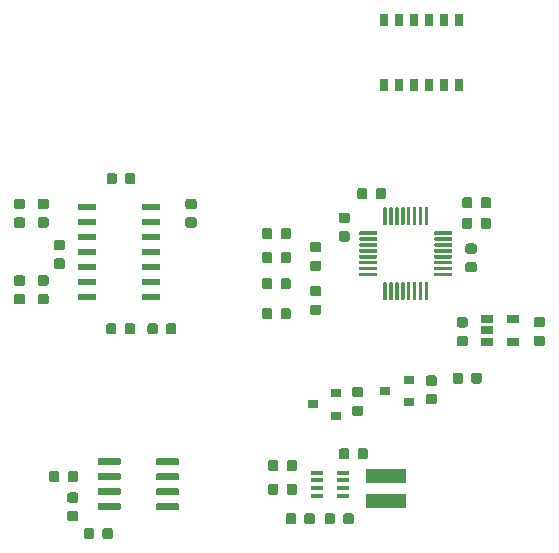
<source format=gbr>
G04 #@! TF.GenerationSoftware,KiCad,Pcbnew,(5.1.5-0)*
G04 #@! TF.CreationDate,2020-09-28T20:09:41-07:00*
G04 #@! TF.ProjectId,Luminometer_ADC,4c756d69-6e6f-46d6-9574-65725f414443,rev?*
G04 #@! TF.SameCoordinates,Original*
G04 #@! TF.FileFunction,Paste,Top*
G04 #@! TF.FilePolarity,Positive*
%FSLAX46Y46*%
G04 Gerber Fmt 4.6, Leading zero omitted, Abs format (unit mm)*
G04 Created by KiCad (PCBNEW (5.1.5-0)) date 2020-09-28 20:09:41*
%MOMM*%
%LPD*%
G04 APERTURE LIST*
%ADD10R,1.500000X0.550000*%
%ADD11C,0.100000*%
%ADD12R,0.800000X1.100000*%
%ADD13R,3.400000X1.300000*%
%ADD14R,1.060000X0.400000*%
%ADD15R,0.900000X0.800000*%
%ADD16R,1.060000X0.650000*%
G04 APERTURE END LIST*
D10*
X143916000Y-99236000D03*
X143916000Y-100506000D03*
X143916000Y-101776000D03*
X143916000Y-103046000D03*
X143916000Y-104316000D03*
X143916000Y-105586000D03*
X143916000Y-106856000D03*
X138516000Y-106856000D03*
X138516000Y-105586000D03*
X138516000Y-104316000D03*
X138516000Y-103046000D03*
X138516000Y-101776000D03*
X138516000Y-100506000D03*
X138516000Y-99236000D03*
D11*
G36*
X162980351Y-104779361D02*
G01*
X162987632Y-104780441D01*
X162994771Y-104782229D01*
X163001701Y-104784709D01*
X163008355Y-104787856D01*
X163014668Y-104791640D01*
X163020579Y-104796024D01*
X163026033Y-104800967D01*
X163030976Y-104806421D01*
X163035360Y-104812332D01*
X163039144Y-104818645D01*
X163042291Y-104825299D01*
X163044771Y-104832229D01*
X163046559Y-104839368D01*
X163047639Y-104846649D01*
X163048000Y-104854000D01*
X163048000Y-105004000D01*
X163047639Y-105011351D01*
X163046559Y-105018632D01*
X163044771Y-105025771D01*
X163042291Y-105032701D01*
X163039144Y-105039355D01*
X163035360Y-105045668D01*
X163030976Y-105051579D01*
X163026033Y-105057033D01*
X163020579Y-105061976D01*
X163014668Y-105066360D01*
X163008355Y-105070144D01*
X163001701Y-105073291D01*
X162994771Y-105075771D01*
X162987632Y-105077559D01*
X162980351Y-105078639D01*
X162973000Y-105079000D01*
X161623000Y-105079000D01*
X161615649Y-105078639D01*
X161608368Y-105077559D01*
X161601229Y-105075771D01*
X161594299Y-105073291D01*
X161587645Y-105070144D01*
X161581332Y-105066360D01*
X161575421Y-105061976D01*
X161569967Y-105057033D01*
X161565024Y-105051579D01*
X161560640Y-105045668D01*
X161556856Y-105039355D01*
X161553709Y-105032701D01*
X161551229Y-105025771D01*
X161549441Y-105018632D01*
X161548361Y-105011351D01*
X161548000Y-105004000D01*
X161548000Y-104854000D01*
X161548361Y-104846649D01*
X161549441Y-104839368D01*
X161551229Y-104832229D01*
X161553709Y-104825299D01*
X161556856Y-104818645D01*
X161560640Y-104812332D01*
X161565024Y-104806421D01*
X161569967Y-104800967D01*
X161575421Y-104796024D01*
X161581332Y-104791640D01*
X161587645Y-104787856D01*
X161594299Y-104784709D01*
X161601229Y-104782229D01*
X161608368Y-104780441D01*
X161615649Y-104779361D01*
X161623000Y-104779000D01*
X162973000Y-104779000D01*
X162980351Y-104779361D01*
G37*
G36*
X162980351Y-104279361D02*
G01*
X162987632Y-104280441D01*
X162994771Y-104282229D01*
X163001701Y-104284709D01*
X163008355Y-104287856D01*
X163014668Y-104291640D01*
X163020579Y-104296024D01*
X163026033Y-104300967D01*
X163030976Y-104306421D01*
X163035360Y-104312332D01*
X163039144Y-104318645D01*
X163042291Y-104325299D01*
X163044771Y-104332229D01*
X163046559Y-104339368D01*
X163047639Y-104346649D01*
X163048000Y-104354000D01*
X163048000Y-104504000D01*
X163047639Y-104511351D01*
X163046559Y-104518632D01*
X163044771Y-104525771D01*
X163042291Y-104532701D01*
X163039144Y-104539355D01*
X163035360Y-104545668D01*
X163030976Y-104551579D01*
X163026033Y-104557033D01*
X163020579Y-104561976D01*
X163014668Y-104566360D01*
X163008355Y-104570144D01*
X163001701Y-104573291D01*
X162994771Y-104575771D01*
X162987632Y-104577559D01*
X162980351Y-104578639D01*
X162973000Y-104579000D01*
X161623000Y-104579000D01*
X161615649Y-104578639D01*
X161608368Y-104577559D01*
X161601229Y-104575771D01*
X161594299Y-104573291D01*
X161587645Y-104570144D01*
X161581332Y-104566360D01*
X161575421Y-104561976D01*
X161569967Y-104557033D01*
X161565024Y-104551579D01*
X161560640Y-104545668D01*
X161556856Y-104539355D01*
X161553709Y-104532701D01*
X161551229Y-104525771D01*
X161549441Y-104518632D01*
X161548361Y-104511351D01*
X161548000Y-104504000D01*
X161548000Y-104354000D01*
X161548361Y-104346649D01*
X161549441Y-104339368D01*
X161551229Y-104332229D01*
X161553709Y-104325299D01*
X161556856Y-104318645D01*
X161560640Y-104312332D01*
X161565024Y-104306421D01*
X161569967Y-104300967D01*
X161575421Y-104296024D01*
X161581332Y-104291640D01*
X161587645Y-104287856D01*
X161594299Y-104284709D01*
X161601229Y-104282229D01*
X161608368Y-104280441D01*
X161615649Y-104279361D01*
X161623000Y-104279000D01*
X162973000Y-104279000D01*
X162980351Y-104279361D01*
G37*
G36*
X162980351Y-103779361D02*
G01*
X162987632Y-103780441D01*
X162994771Y-103782229D01*
X163001701Y-103784709D01*
X163008355Y-103787856D01*
X163014668Y-103791640D01*
X163020579Y-103796024D01*
X163026033Y-103800967D01*
X163030976Y-103806421D01*
X163035360Y-103812332D01*
X163039144Y-103818645D01*
X163042291Y-103825299D01*
X163044771Y-103832229D01*
X163046559Y-103839368D01*
X163047639Y-103846649D01*
X163048000Y-103854000D01*
X163048000Y-104004000D01*
X163047639Y-104011351D01*
X163046559Y-104018632D01*
X163044771Y-104025771D01*
X163042291Y-104032701D01*
X163039144Y-104039355D01*
X163035360Y-104045668D01*
X163030976Y-104051579D01*
X163026033Y-104057033D01*
X163020579Y-104061976D01*
X163014668Y-104066360D01*
X163008355Y-104070144D01*
X163001701Y-104073291D01*
X162994771Y-104075771D01*
X162987632Y-104077559D01*
X162980351Y-104078639D01*
X162973000Y-104079000D01*
X161623000Y-104079000D01*
X161615649Y-104078639D01*
X161608368Y-104077559D01*
X161601229Y-104075771D01*
X161594299Y-104073291D01*
X161587645Y-104070144D01*
X161581332Y-104066360D01*
X161575421Y-104061976D01*
X161569967Y-104057033D01*
X161565024Y-104051579D01*
X161560640Y-104045668D01*
X161556856Y-104039355D01*
X161553709Y-104032701D01*
X161551229Y-104025771D01*
X161549441Y-104018632D01*
X161548361Y-104011351D01*
X161548000Y-104004000D01*
X161548000Y-103854000D01*
X161548361Y-103846649D01*
X161549441Y-103839368D01*
X161551229Y-103832229D01*
X161553709Y-103825299D01*
X161556856Y-103818645D01*
X161560640Y-103812332D01*
X161565024Y-103806421D01*
X161569967Y-103800967D01*
X161575421Y-103796024D01*
X161581332Y-103791640D01*
X161587645Y-103787856D01*
X161594299Y-103784709D01*
X161601229Y-103782229D01*
X161608368Y-103780441D01*
X161615649Y-103779361D01*
X161623000Y-103779000D01*
X162973000Y-103779000D01*
X162980351Y-103779361D01*
G37*
G36*
X162980351Y-103279361D02*
G01*
X162987632Y-103280441D01*
X162994771Y-103282229D01*
X163001701Y-103284709D01*
X163008355Y-103287856D01*
X163014668Y-103291640D01*
X163020579Y-103296024D01*
X163026033Y-103300967D01*
X163030976Y-103306421D01*
X163035360Y-103312332D01*
X163039144Y-103318645D01*
X163042291Y-103325299D01*
X163044771Y-103332229D01*
X163046559Y-103339368D01*
X163047639Y-103346649D01*
X163048000Y-103354000D01*
X163048000Y-103504000D01*
X163047639Y-103511351D01*
X163046559Y-103518632D01*
X163044771Y-103525771D01*
X163042291Y-103532701D01*
X163039144Y-103539355D01*
X163035360Y-103545668D01*
X163030976Y-103551579D01*
X163026033Y-103557033D01*
X163020579Y-103561976D01*
X163014668Y-103566360D01*
X163008355Y-103570144D01*
X163001701Y-103573291D01*
X162994771Y-103575771D01*
X162987632Y-103577559D01*
X162980351Y-103578639D01*
X162973000Y-103579000D01*
X161623000Y-103579000D01*
X161615649Y-103578639D01*
X161608368Y-103577559D01*
X161601229Y-103575771D01*
X161594299Y-103573291D01*
X161587645Y-103570144D01*
X161581332Y-103566360D01*
X161575421Y-103561976D01*
X161569967Y-103557033D01*
X161565024Y-103551579D01*
X161560640Y-103545668D01*
X161556856Y-103539355D01*
X161553709Y-103532701D01*
X161551229Y-103525771D01*
X161549441Y-103518632D01*
X161548361Y-103511351D01*
X161548000Y-103504000D01*
X161548000Y-103354000D01*
X161548361Y-103346649D01*
X161549441Y-103339368D01*
X161551229Y-103332229D01*
X161553709Y-103325299D01*
X161556856Y-103318645D01*
X161560640Y-103312332D01*
X161565024Y-103306421D01*
X161569967Y-103300967D01*
X161575421Y-103296024D01*
X161581332Y-103291640D01*
X161587645Y-103287856D01*
X161594299Y-103284709D01*
X161601229Y-103282229D01*
X161608368Y-103280441D01*
X161615649Y-103279361D01*
X161623000Y-103279000D01*
X162973000Y-103279000D01*
X162980351Y-103279361D01*
G37*
G36*
X162980351Y-102779361D02*
G01*
X162987632Y-102780441D01*
X162994771Y-102782229D01*
X163001701Y-102784709D01*
X163008355Y-102787856D01*
X163014668Y-102791640D01*
X163020579Y-102796024D01*
X163026033Y-102800967D01*
X163030976Y-102806421D01*
X163035360Y-102812332D01*
X163039144Y-102818645D01*
X163042291Y-102825299D01*
X163044771Y-102832229D01*
X163046559Y-102839368D01*
X163047639Y-102846649D01*
X163048000Y-102854000D01*
X163048000Y-103004000D01*
X163047639Y-103011351D01*
X163046559Y-103018632D01*
X163044771Y-103025771D01*
X163042291Y-103032701D01*
X163039144Y-103039355D01*
X163035360Y-103045668D01*
X163030976Y-103051579D01*
X163026033Y-103057033D01*
X163020579Y-103061976D01*
X163014668Y-103066360D01*
X163008355Y-103070144D01*
X163001701Y-103073291D01*
X162994771Y-103075771D01*
X162987632Y-103077559D01*
X162980351Y-103078639D01*
X162973000Y-103079000D01*
X161623000Y-103079000D01*
X161615649Y-103078639D01*
X161608368Y-103077559D01*
X161601229Y-103075771D01*
X161594299Y-103073291D01*
X161587645Y-103070144D01*
X161581332Y-103066360D01*
X161575421Y-103061976D01*
X161569967Y-103057033D01*
X161565024Y-103051579D01*
X161560640Y-103045668D01*
X161556856Y-103039355D01*
X161553709Y-103032701D01*
X161551229Y-103025771D01*
X161549441Y-103018632D01*
X161548361Y-103011351D01*
X161548000Y-103004000D01*
X161548000Y-102854000D01*
X161548361Y-102846649D01*
X161549441Y-102839368D01*
X161551229Y-102832229D01*
X161553709Y-102825299D01*
X161556856Y-102818645D01*
X161560640Y-102812332D01*
X161565024Y-102806421D01*
X161569967Y-102800967D01*
X161575421Y-102796024D01*
X161581332Y-102791640D01*
X161587645Y-102787856D01*
X161594299Y-102784709D01*
X161601229Y-102782229D01*
X161608368Y-102780441D01*
X161615649Y-102779361D01*
X161623000Y-102779000D01*
X162973000Y-102779000D01*
X162980351Y-102779361D01*
G37*
G36*
X162980351Y-102279361D02*
G01*
X162987632Y-102280441D01*
X162994771Y-102282229D01*
X163001701Y-102284709D01*
X163008355Y-102287856D01*
X163014668Y-102291640D01*
X163020579Y-102296024D01*
X163026033Y-102300967D01*
X163030976Y-102306421D01*
X163035360Y-102312332D01*
X163039144Y-102318645D01*
X163042291Y-102325299D01*
X163044771Y-102332229D01*
X163046559Y-102339368D01*
X163047639Y-102346649D01*
X163048000Y-102354000D01*
X163048000Y-102504000D01*
X163047639Y-102511351D01*
X163046559Y-102518632D01*
X163044771Y-102525771D01*
X163042291Y-102532701D01*
X163039144Y-102539355D01*
X163035360Y-102545668D01*
X163030976Y-102551579D01*
X163026033Y-102557033D01*
X163020579Y-102561976D01*
X163014668Y-102566360D01*
X163008355Y-102570144D01*
X163001701Y-102573291D01*
X162994771Y-102575771D01*
X162987632Y-102577559D01*
X162980351Y-102578639D01*
X162973000Y-102579000D01*
X161623000Y-102579000D01*
X161615649Y-102578639D01*
X161608368Y-102577559D01*
X161601229Y-102575771D01*
X161594299Y-102573291D01*
X161587645Y-102570144D01*
X161581332Y-102566360D01*
X161575421Y-102561976D01*
X161569967Y-102557033D01*
X161565024Y-102551579D01*
X161560640Y-102545668D01*
X161556856Y-102539355D01*
X161553709Y-102532701D01*
X161551229Y-102525771D01*
X161549441Y-102518632D01*
X161548361Y-102511351D01*
X161548000Y-102504000D01*
X161548000Y-102354000D01*
X161548361Y-102346649D01*
X161549441Y-102339368D01*
X161551229Y-102332229D01*
X161553709Y-102325299D01*
X161556856Y-102318645D01*
X161560640Y-102312332D01*
X161565024Y-102306421D01*
X161569967Y-102300967D01*
X161575421Y-102296024D01*
X161581332Y-102291640D01*
X161587645Y-102287856D01*
X161594299Y-102284709D01*
X161601229Y-102282229D01*
X161608368Y-102280441D01*
X161615649Y-102279361D01*
X161623000Y-102279000D01*
X162973000Y-102279000D01*
X162980351Y-102279361D01*
G37*
G36*
X162980351Y-101779361D02*
G01*
X162987632Y-101780441D01*
X162994771Y-101782229D01*
X163001701Y-101784709D01*
X163008355Y-101787856D01*
X163014668Y-101791640D01*
X163020579Y-101796024D01*
X163026033Y-101800967D01*
X163030976Y-101806421D01*
X163035360Y-101812332D01*
X163039144Y-101818645D01*
X163042291Y-101825299D01*
X163044771Y-101832229D01*
X163046559Y-101839368D01*
X163047639Y-101846649D01*
X163048000Y-101854000D01*
X163048000Y-102004000D01*
X163047639Y-102011351D01*
X163046559Y-102018632D01*
X163044771Y-102025771D01*
X163042291Y-102032701D01*
X163039144Y-102039355D01*
X163035360Y-102045668D01*
X163030976Y-102051579D01*
X163026033Y-102057033D01*
X163020579Y-102061976D01*
X163014668Y-102066360D01*
X163008355Y-102070144D01*
X163001701Y-102073291D01*
X162994771Y-102075771D01*
X162987632Y-102077559D01*
X162980351Y-102078639D01*
X162973000Y-102079000D01*
X161623000Y-102079000D01*
X161615649Y-102078639D01*
X161608368Y-102077559D01*
X161601229Y-102075771D01*
X161594299Y-102073291D01*
X161587645Y-102070144D01*
X161581332Y-102066360D01*
X161575421Y-102061976D01*
X161569967Y-102057033D01*
X161565024Y-102051579D01*
X161560640Y-102045668D01*
X161556856Y-102039355D01*
X161553709Y-102032701D01*
X161551229Y-102025771D01*
X161549441Y-102018632D01*
X161548361Y-102011351D01*
X161548000Y-102004000D01*
X161548000Y-101854000D01*
X161548361Y-101846649D01*
X161549441Y-101839368D01*
X161551229Y-101832229D01*
X161553709Y-101825299D01*
X161556856Y-101818645D01*
X161560640Y-101812332D01*
X161565024Y-101806421D01*
X161569967Y-101800967D01*
X161575421Y-101796024D01*
X161581332Y-101791640D01*
X161587645Y-101787856D01*
X161594299Y-101784709D01*
X161601229Y-101782229D01*
X161608368Y-101780441D01*
X161615649Y-101779361D01*
X161623000Y-101779000D01*
X162973000Y-101779000D01*
X162980351Y-101779361D01*
G37*
G36*
X162980351Y-101279361D02*
G01*
X162987632Y-101280441D01*
X162994771Y-101282229D01*
X163001701Y-101284709D01*
X163008355Y-101287856D01*
X163014668Y-101291640D01*
X163020579Y-101296024D01*
X163026033Y-101300967D01*
X163030976Y-101306421D01*
X163035360Y-101312332D01*
X163039144Y-101318645D01*
X163042291Y-101325299D01*
X163044771Y-101332229D01*
X163046559Y-101339368D01*
X163047639Y-101346649D01*
X163048000Y-101354000D01*
X163048000Y-101504000D01*
X163047639Y-101511351D01*
X163046559Y-101518632D01*
X163044771Y-101525771D01*
X163042291Y-101532701D01*
X163039144Y-101539355D01*
X163035360Y-101545668D01*
X163030976Y-101551579D01*
X163026033Y-101557033D01*
X163020579Y-101561976D01*
X163014668Y-101566360D01*
X163008355Y-101570144D01*
X163001701Y-101573291D01*
X162994771Y-101575771D01*
X162987632Y-101577559D01*
X162980351Y-101578639D01*
X162973000Y-101579000D01*
X161623000Y-101579000D01*
X161615649Y-101578639D01*
X161608368Y-101577559D01*
X161601229Y-101575771D01*
X161594299Y-101573291D01*
X161587645Y-101570144D01*
X161581332Y-101566360D01*
X161575421Y-101561976D01*
X161569967Y-101557033D01*
X161565024Y-101551579D01*
X161560640Y-101545668D01*
X161556856Y-101539355D01*
X161553709Y-101532701D01*
X161551229Y-101525771D01*
X161549441Y-101518632D01*
X161548361Y-101511351D01*
X161548000Y-101504000D01*
X161548000Y-101354000D01*
X161548361Y-101346649D01*
X161549441Y-101339368D01*
X161551229Y-101332229D01*
X161553709Y-101325299D01*
X161556856Y-101318645D01*
X161560640Y-101312332D01*
X161565024Y-101306421D01*
X161569967Y-101300967D01*
X161575421Y-101296024D01*
X161581332Y-101291640D01*
X161587645Y-101287856D01*
X161594299Y-101284709D01*
X161601229Y-101282229D01*
X161608368Y-101280441D01*
X161615649Y-101279361D01*
X161623000Y-101279000D01*
X162973000Y-101279000D01*
X162980351Y-101279361D01*
G37*
G36*
X163805351Y-99254361D02*
G01*
X163812632Y-99255441D01*
X163819771Y-99257229D01*
X163826701Y-99259709D01*
X163833355Y-99262856D01*
X163839668Y-99266640D01*
X163845579Y-99271024D01*
X163851033Y-99275967D01*
X163855976Y-99281421D01*
X163860360Y-99287332D01*
X163864144Y-99293645D01*
X163867291Y-99300299D01*
X163869771Y-99307229D01*
X163871559Y-99314368D01*
X163872639Y-99321649D01*
X163873000Y-99329000D01*
X163873000Y-100679000D01*
X163872639Y-100686351D01*
X163871559Y-100693632D01*
X163869771Y-100700771D01*
X163867291Y-100707701D01*
X163864144Y-100714355D01*
X163860360Y-100720668D01*
X163855976Y-100726579D01*
X163851033Y-100732033D01*
X163845579Y-100736976D01*
X163839668Y-100741360D01*
X163833355Y-100745144D01*
X163826701Y-100748291D01*
X163819771Y-100750771D01*
X163812632Y-100752559D01*
X163805351Y-100753639D01*
X163798000Y-100754000D01*
X163648000Y-100754000D01*
X163640649Y-100753639D01*
X163633368Y-100752559D01*
X163626229Y-100750771D01*
X163619299Y-100748291D01*
X163612645Y-100745144D01*
X163606332Y-100741360D01*
X163600421Y-100736976D01*
X163594967Y-100732033D01*
X163590024Y-100726579D01*
X163585640Y-100720668D01*
X163581856Y-100714355D01*
X163578709Y-100707701D01*
X163576229Y-100700771D01*
X163574441Y-100693632D01*
X163573361Y-100686351D01*
X163573000Y-100679000D01*
X163573000Y-99329000D01*
X163573361Y-99321649D01*
X163574441Y-99314368D01*
X163576229Y-99307229D01*
X163578709Y-99300299D01*
X163581856Y-99293645D01*
X163585640Y-99287332D01*
X163590024Y-99281421D01*
X163594967Y-99275967D01*
X163600421Y-99271024D01*
X163606332Y-99266640D01*
X163612645Y-99262856D01*
X163619299Y-99259709D01*
X163626229Y-99257229D01*
X163633368Y-99255441D01*
X163640649Y-99254361D01*
X163648000Y-99254000D01*
X163798000Y-99254000D01*
X163805351Y-99254361D01*
G37*
G36*
X164305351Y-99254361D02*
G01*
X164312632Y-99255441D01*
X164319771Y-99257229D01*
X164326701Y-99259709D01*
X164333355Y-99262856D01*
X164339668Y-99266640D01*
X164345579Y-99271024D01*
X164351033Y-99275967D01*
X164355976Y-99281421D01*
X164360360Y-99287332D01*
X164364144Y-99293645D01*
X164367291Y-99300299D01*
X164369771Y-99307229D01*
X164371559Y-99314368D01*
X164372639Y-99321649D01*
X164373000Y-99329000D01*
X164373000Y-100679000D01*
X164372639Y-100686351D01*
X164371559Y-100693632D01*
X164369771Y-100700771D01*
X164367291Y-100707701D01*
X164364144Y-100714355D01*
X164360360Y-100720668D01*
X164355976Y-100726579D01*
X164351033Y-100732033D01*
X164345579Y-100736976D01*
X164339668Y-100741360D01*
X164333355Y-100745144D01*
X164326701Y-100748291D01*
X164319771Y-100750771D01*
X164312632Y-100752559D01*
X164305351Y-100753639D01*
X164298000Y-100754000D01*
X164148000Y-100754000D01*
X164140649Y-100753639D01*
X164133368Y-100752559D01*
X164126229Y-100750771D01*
X164119299Y-100748291D01*
X164112645Y-100745144D01*
X164106332Y-100741360D01*
X164100421Y-100736976D01*
X164094967Y-100732033D01*
X164090024Y-100726579D01*
X164085640Y-100720668D01*
X164081856Y-100714355D01*
X164078709Y-100707701D01*
X164076229Y-100700771D01*
X164074441Y-100693632D01*
X164073361Y-100686351D01*
X164073000Y-100679000D01*
X164073000Y-99329000D01*
X164073361Y-99321649D01*
X164074441Y-99314368D01*
X164076229Y-99307229D01*
X164078709Y-99300299D01*
X164081856Y-99293645D01*
X164085640Y-99287332D01*
X164090024Y-99281421D01*
X164094967Y-99275967D01*
X164100421Y-99271024D01*
X164106332Y-99266640D01*
X164112645Y-99262856D01*
X164119299Y-99259709D01*
X164126229Y-99257229D01*
X164133368Y-99255441D01*
X164140649Y-99254361D01*
X164148000Y-99254000D01*
X164298000Y-99254000D01*
X164305351Y-99254361D01*
G37*
G36*
X164805351Y-99254361D02*
G01*
X164812632Y-99255441D01*
X164819771Y-99257229D01*
X164826701Y-99259709D01*
X164833355Y-99262856D01*
X164839668Y-99266640D01*
X164845579Y-99271024D01*
X164851033Y-99275967D01*
X164855976Y-99281421D01*
X164860360Y-99287332D01*
X164864144Y-99293645D01*
X164867291Y-99300299D01*
X164869771Y-99307229D01*
X164871559Y-99314368D01*
X164872639Y-99321649D01*
X164873000Y-99329000D01*
X164873000Y-100679000D01*
X164872639Y-100686351D01*
X164871559Y-100693632D01*
X164869771Y-100700771D01*
X164867291Y-100707701D01*
X164864144Y-100714355D01*
X164860360Y-100720668D01*
X164855976Y-100726579D01*
X164851033Y-100732033D01*
X164845579Y-100736976D01*
X164839668Y-100741360D01*
X164833355Y-100745144D01*
X164826701Y-100748291D01*
X164819771Y-100750771D01*
X164812632Y-100752559D01*
X164805351Y-100753639D01*
X164798000Y-100754000D01*
X164648000Y-100754000D01*
X164640649Y-100753639D01*
X164633368Y-100752559D01*
X164626229Y-100750771D01*
X164619299Y-100748291D01*
X164612645Y-100745144D01*
X164606332Y-100741360D01*
X164600421Y-100736976D01*
X164594967Y-100732033D01*
X164590024Y-100726579D01*
X164585640Y-100720668D01*
X164581856Y-100714355D01*
X164578709Y-100707701D01*
X164576229Y-100700771D01*
X164574441Y-100693632D01*
X164573361Y-100686351D01*
X164573000Y-100679000D01*
X164573000Y-99329000D01*
X164573361Y-99321649D01*
X164574441Y-99314368D01*
X164576229Y-99307229D01*
X164578709Y-99300299D01*
X164581856Y-99293645D01*
X164585640Y-99287332D01*
X164590024Y-99281421D01*
X164594967Y-99275967D01*
X164600421Y-99271024D01*
X164606332Y-99266640D01*
X164612645Y-99262856D01*
X164619299Y-99259709D01*
X164626229Y-99257229D01*
X164633368Y-99255441D01*
X164640649Y-99254361D01*
X164648000Y-99254000D01*
X164798000Y-99254000D01*
X164805351Y-99254361D01*
G37*
G36*
X165305351Y-99254361D02*
G01*
X165312632Y-99255441D01*
X165319771Y-99257229D01*
X165326701Y-99259709D01*
X165333355Y-99262856D01*
X165339668Y-99266640D01*
X165345579Y-99271024D01*
X165351033Y-99275967D01*
X165355976Y-99281421D01*
X165360360Y-99287332D01*
X165364144Y-99293645D01*
X165367291Y-99300299D01*
X165369771Y-99307229D01*
X165371559Y-99314368D01*
X165372639Y-99321649D01*
X165373000Y-99329000D01*
X165373000Y-100679000D01*
X165372639Y-100686351D01*
X165371559Y-100693632D01*
X165369771Y-100700771D01*
X165367291Y-100707701D01*
X165364144Y-100714355D01*
X165360360Y-100720668D01*
X165355976Y-100726579D01*
X165351033Y-100732033D01*
X165345579Y-100736976D01*
X165339668Y-100741360D01*
X165333355Y-100745144D01*
X165326701Y-100748291D01*
X165319771Y-100750771D01*
X165312632Y-100752559D01*
X165305351Y-100753639D01*
X165298000Y-100754000D01*
X165148000Y-100754000D01*
X165140649Y-100753639D01*
X165133368Y-100752559D01*
X165126229Y-100750771D01*
X165119299Y-100748291D01*
X165112645Y-100745144D01*
X165106332Y-100741360D01*
X165100421Y-100736976D01*
X165094967Y-100732033D01*
X165090024Y-100726579D01*
X165085640Y-100720668D01*
X165081856Y-100714355D01*
X165078709Y-100707701D01*
X165076229Y-100700771D01*
X165074441Y-100693632D01*
X165073361Y-100686351D01*
X165073000Y-100679000D01*
X165073000Y-99329000D01*
X165073361Y-99321649D01*
X165074441Y-99314368D01*
X165076229Y-99307229D01*
X165078709Y-99300299D01*
X165081856Y-99293645D01*
X165085640Y-99287332D01*
X165090024Y-99281421D01*
X165094967Y-99275967D01*
X165100421Y-99271024D01*
X165106332Y-99266640D01*
X165112645Y-99262856D01*
X165119299Y-99259709D01*
X165126229Y-99257229D01*
X165133368Y-99255441D01*
X165140649Y-99254361D01*
X165148000Y-99254000D01*
X165298000Y-99254000D01*
X165305351Y-99254361D01*
G37*
G36*
X165805351Y-99254361D02*
G01*
X165812632Y-99255441D01*
X165819771Y-99257229D01*
X165826701Y-99259709D01*
X165833355Y-99262856D01*
X165839668Y-99266640D01*
X165845579Y-99271024D01*
X165851033Y-99275967D01*
X165855976Y-99281421D01*
X165860360Y-99287332D01*
X165864144Y-99293645D01*
X165867291Y-99300299D01*
X165869771Y-99307229D01*
X165871559Y-99314368D01*
X165872639Y-99321649D01*
X165873000Y-99329000D01*
X165873000Y-100679000D01*
X165872639Y-100686351D01*
X165871559Y-100693632D01*
X165869771Y-100700771D01*
X165867291Y-100707701D01*
X165864144Y-100714355D01*
X165860360Y-100720668D01*
X165855976Y-100726579D01*
X165851033Y-100732033D01*
X165845579Y-100736976D01*
X165839668Y-100741360D01*
X165833355Y-100745144D01*
X165826701Y-100748291D01*
X165819771Y-100750771D01*
X165812632Y-100752559D01*
X165805351Y-100753639D01*
X165798000Y-100754000D01*
X165648000Y-100754000D01*
X165640649Y-100753639D01*
X165633368Y-100752559D01*
X165626229Y-100750771D01*
X165619299Y-100748291D01*
X165612645Y-100745144D01*
X165606332Y-100741360D01*
X165600421Y-100736976D01*
X165594967Y-100732033D01*
X165590024Y-100726579D01*
X165585640Y-100720668D01*
X165581856Y-100714355D01*
X165578709Y-100707701D01*
X165576229Y-100700771D01*
X165574441Y-100693632D01*
X165573361Y-100686351D01*
X165573000Y-100679000D01*
X165573000Y-99329000D01*
X165573361Y-99321649D01*
X165574441Y-99314368D01*
X165576229Y-99307229D01*
X165578709Y-99300299D01*
X165581856Y-99293645D01*
X165585640Y-99287332D01*
X165590024Y-99281421D01*
X165594967Y-99275967D01*
X165600421Y-99271024D01*
X165606332Y-99266640D01*
X165612645Y-99262856D01*
X165619299Y-99259709D01*
X165626229Y-99257229D01*
X165633368Y-99255441D01*
X165640649Y-99254361D01*
X165648000Y-99254000D01*
X165798000Y-99254000D01*
X165805351Y-99254361D01*
G37*
G36*
X166305351Y-99254361D02*
G01*
X166312632Y-99255441D01*
X166319771Y-99257229D01*
X166326701Y-99259709D01*
X166333355Y-99262856D01*
X166339668Y-99266640D01*
X166345579Y-99271024D01*
X166351033Y-99275967D01*
X166355976Y-99281421D01*
X166360360Y-99287332D01*
X166364144Y-99293645D01*
X166367291Y-99300299D01*
X166369771Y-99307229D01*
X166371559Y-99314368D01*
X166372639Y-99321649D01*
X166373000Y-99329000D01*
X166373000Y-100679000D01*
X166372639Y-100686351D01*
X166371559Y-100693632D01*
X166369771Y-100700771D01*
X166367291Y-100707701D01*
X166364144Y-100714355D01*
X166360360Y-100720668D01*
X166355976Y-100726579D01*
X166351033Y-100732033D01*
X166345579Y-100736976D01*
X166339668Y-100741360D01*
X166333355Y-100745144D01*
X166326701Y-100748291D01*
X166319771Y-100750771D01*
X166312632Y-100752559D01*
X166305351Y-100753639D01*
X166298000Y-100754000D01*
X166148000Y-100754000D01*
X166140649Y-100753639D01*
X166133368Y-100752559D01*
X166126229Y-100750771D01*
X166119299Y-100748291D01*
X166112645Y-100745144D01*
X166106332Y-100741360D01*
X166100421Y-100736976D01*
X166094967Y-100732033D01*
X166090024Y-100726579D01*
X166085640Y-100720668D01*
X166081856Y-100714355D01*
X166078709Y-100707701D01*
X166076229Y-100700771D01*
X166074441Y-100693632D01*
X166073361Y-100686351D01*
X166073000Y-100679000D01*
X166073000Y-99329000D01*
X166073361Y-99321649D01*
X166074441Y-99314368D01*
X166076229Y-99307229D01*
X166078709Y-99300299D01*
X166081856Y-99293645D01*
X166085640Y-99287332D01*
X166090024Y-99281421D01*
X166094967Y-99275967D01*
X166100421Y-99271024D01*
X166106332Y-99266640D01*
X166112645Y-99262856D01*
X166119299Y-99259709D01*
X166126229Y-99257229D01*
X166133368Y-99255441D01*
X166140649Y-99254361D01*
X166148000Y-99254000D01*
X166298000Y-99254000D01*
X166305351Y-99254361D01*
G37*
G36*
X166805351Y-99254361D02*
G01*
X166812632Y-99255441D01*
X166819771Y-99257229D01*
X166826701Y-99259709D01*
X166833355Y-99262856D01*
X166839668Y-99266640D01*
X166845579Y-99271024D01*
X166851033Y-99275967D01*
X166855976Y-99281421D01*
X166860360Y-99287332D01*
X166864144Y-99293645D01*
X166867291Y-99300299D01*
X166869771Y-99307229D01*
X166871559Y-99314368D01*
X166872639Y-99321649D01*
X166873000Y-99329000D01*
X166873000Y-100679000D01*
X166872639Y-100686351D01*
X166871559Y-100693632D01*
X166869771Y-100700771D01*
X166867291Y-100707701D01*
X166864144Y-100714355D01*
X166860360Y-100720668D01*
X166855976Y-100726579D01*
X166851033Y-100732033D01*
X166845579Y-100736976D01*
X166839668Y-100741360D01*
X166833355Y-100745144D01*
X166826701Y-100748291D01*
X166819771Y-100750771D01*
X166812632Y-100752559D01*
X166805351Y-100753639D01*
X166798000Y-100754000D01*
X166648000Y-100754000D01*
X166640649Y-100753639D01*
X166633368Y-100752559D01*
X166626229Y-100750771D01*
X166619299Y-100748291D01*
X166612645Y-100745144D01*
X166606332Y-100741360D01*
X166600421Y-100736976D01*
X166594967Y-100732033D01*
X166590024Y-100726579D01*
X166585640Y-100720668D01*
X166581856Y-100714355D01*
X166578709Y-100707701D01*
X166576229Y-100700771D01*
X166574441Y-100693632D01*
X166573361Y-100686351D01*
X166573000Y-100679000D01*
X166573000Y-99329000D01*
X166573361Y-99321649D01*
X166574441Y-99314368D01*
X166576229Y-99307229D01*
X166578709Y-99300299D01*
X166581856Y-99293645D01*
X166585640Y-99287332D01*
X166590024Y-99281421D01*
X166594967Y-99275967D01*
X166600421Y-99271024D01*
X166606332Y-99266640D01*
X166612645Y-99262856D01*
X166619299Y-99259709D01*
X166626229Y-99257229D01*
X166633368Y-99255441D01*
X166640649Y-99254361D01*
X166648000Y-99254000D01*
X166798000Y-99254000D01*
X166805351Y-99254361D01*
G37*
G36*
X167305351Y-99254361D02*
G01*
X167312632Y-99255441D01*
X167319771Y-99257229D01*
X167326701Y-99259709D01*
X167333355Y-99262856D01*
X167339668Y-99266640D01*
X167345579Y-99271024D01*
X167351033Y-99275967D01*
X167355976Y-99281421D01*
X167360360Y-99287332D01*
X167364144Y-99293645D01*
X167367291Y-99300299D01*
X167369771Y-99307229D01*
X167371559Y-99314368D01*
X167372639Y-99321649D01*
X167373000Y-99329000D01*
X167373000Y-100679000D01*
X167372639Y-100686351D01*
X167371559Y-100693632D01*
X167369771Y-100700771D01*
X167367291Y-100707701D01*
X167364144Y-100714355D01*
X167360360Y-100720668D01*
X167355976Y-100726579D01*
X167351033Y-100732033D01*
X167345579Y-100736976D01*
X167339668Y-100741360D01*
X167333355Y-100745144D01*
X167326701Y-100748291D01*
X167319771Y-100750771D01*
X167312632Y-100752559D01*
X167305351Y-100753639D01*
X167298000Y-100754000D01*
X167148000Y-100754000D01*
X167140649Y-100753639D01*
X167133368Y-100752559D01*
X167126229Y-100750771D01*
X167119299Y-100748291D01*
X167112645Y-100745144D01*
X167106332Y-100741360D01*
X167100421Y-100736976D01*
X167094967Y-100732033D01*
X167090024Y-100726579D01*
X167085640Y-100720668D01*
X167081856Y-100714355D01*
X167078709Y-100707701D01*
X167076229Y-100700771D01*
X167074441Y-100693632D01*
X167073361Y-100686351D01*
X167073000Y-100679000D01*
X167073000Y-99329000D01*
X167073361Y-99321649D01*
X167074441Y-99314368D01*
X167076229Y-99307229D01*
X167078709Y-99300299D01*
X167081856Y-99293645D01*
X167085640Y-99287332D01*
X167090024Y-99281421D01*
X167094967Y-99275967D01*
X167100421Y-99271024D01*
X167106332Y-99266640D01*
X167112645Y-99262856D01*
X167119299Y-99259709D01*
X167126229Y-99257229D01*
X167133368Y-99255441D01*
X167140649Y-99254361D01*
X167148000Y-99254000D01*
X167298000Y-99254000D01*
X167305351Y-99254361D01*
G37*
G36*
X169330351Y-101279361D02*
G01*
X169337632Y-101280441D01*
X169344771Y-101282229D01*
X169351701Y-101284709D01*
X169358355Y-101287856D01*
X169364668Y-101291640D01*
X169370579Y-101296024D01*
X169376033Y-101300967D01*
X169380976Y-101306421D01*
X169385360Y-101312332D01*
X169389144Y-101318645D01*
X169392291Y-101325299D01*
X169394771Y-101332229D01*
X169396559Y-101339368D01*
X169397639Y-101346649D01*
X169398000Y-101354000D01*
X169398000Y-101504000D01*
X169397639Y-101511351D01*
X169396559Y-101518632D01*
X169394771Y-101525771D01*
X169392291Y-101532701D01*
X169389144Y-101539355D01*
X169385360Y-101545668D01*
X169380976Y-101551579D01*
X169376033Y-101557033D01*
X169370579Y-101561976D01*
X169364668Y-101566360D01*
X169358355Y-101570144D01*
X169351701Y-101573291D01*
X169344771Y-101575771D01*
X169337632Y-101577559D01*
X169330351Y-101578639D01*
X169323000Y-101579000D01*
X167973000Y-101579000D01*
X167965649Y-101578639D01*
X167958368Y-101577559D01*
X167951229Y-101575771D01*
X167944299Y-101573291D01*
X167937645Y-101570144D01*
X167931332Y-101566360D01*
X167925421Y-101561976D01*
X167919967Y-101557033D01*
X167915024Y-101551579D01*
X167910640Y-101545668D01*
X167906856Y-101539355D01*
X167903709Y-101532701D01*
X167901229Y-101525771D01*
X167899441Y-101518632D01*
X167898361Y-101511351D01*
X167898000Y-101504000D01*
X167898000Y-101354000D01*
X167898361Y-101346649D01*
X167899441Y-101339368D01*
X167901229Y-101332229D01*
X167903709Y-101325299D01*
X167906856Y-101318645D01*
X167910640Y-101312332D01*
X167915024Y-101306421D01*
X167919967Y-101300967D01*
X167925421Y-101296024D01*
X167931332Y-101291640D01*
X167937645Y-101287856D01*
X167944299Y-101284709D01*
X167951229Y-101282229D01*
X167958368Y-101280441D01*
X167965649Y-101279361D01*
X167973000Y-101279000D01*
X169323000Y-101279000D01*
X169330351Y-101279361D01*
G37*
G36*
X169330351Y-101779361D02*
G01*
X169337632Y-101780441D01*
X169344771Y-101782229D01*
X169351701Y-101784709D01*
X169358355Y-101787856D01*
X169364668Y-101791640D01*
X169370579Y-101796024D01*
X169376033Y-101800967D01*
X169380976Y-101806421D01*
X169385360Y-101812332D01*
X169389144Y-101818645D01*
X169392291Y-101825299D01*
X169394771Y-101832229D01*
X169396559Y-101839368D01*
X169397639Y-101846649D01*
X169398000Y-101854000D01*
X169398000Y-102004000D01*
X169397639Y-102011351D01*
X169396559Y-102018632D01*
X169394771Y-102025771D01*
X169392291Y-102032701D01*
X169389144Y-102039355D01*
X169385360Y-102045668D01*
X169380976Y-102051579D01*
X169376033Y-102057033D01*
X169370579Y-102061976D01*
X169364668Y-102066360D01*
X169358355Y-102070144D01*
X169351701Y-102073291D01*
X169344771Y-102075771D01*
X169337632Y-102077559D01*
X169330351Y-102078639D01*
X169323000Y-102079000D01*
X167973000Y-102079000D01*
X167965649Y-102078639D01*
X167958368Y-102077559D01*
X167951229Y-102075771D01*
X167944299Y-102073291D01*
X167937645Y-102070144D01*
X167931332Y-102066360D01*
X167925421Y-102061976D01*
X167919967Y-102057033D01*
X167915024Y-102051579D01*
X167910640Y-102045668D01*
X167906856Y-102039355D01*
X167903709Y-102032701D01*
X167901229Y-102025771D01*
X167899441Y-102018632D01*
X167898361Y-102011351D01*
X167898000Y-102004000D01*
X167898000Y-101854000D01*
X167898361Y-101846649D01*
X167899441Y-101839368D01*
X167901229Y-101832229D01*
X167903709Y-101825299D01*
X167906856Y-101818645D01*
X167910640Y-101812332D01*
X167915024Y-101806421D01*
X167919967Y-101800967D01*
X167925421Y-101796024D01*
X167931332Y-101791640D01*
X167937645Y-101787856D01*
X167944299Y-101784709D01*
X167951229Y-101782229D01*
X167958368Y-101780441D01*
X167965649Y-101779361D01*
X167973000Y-101779000D01*
X169323000Y-101779000D01*
X169330351Y-101779361D01*
G37*
G36*
X169330351Y-102279361D02*
G01*
X169337632Y-102280441D01*
X169344771Y-102282229D01*
X169351701Y-102284709D01*
X169358355Y-102287856D01*
X169364668Y-102291640D01*
X169370579Y-102296024D01*
X169376033Y-102300967D01*
X169380976Y-102306421D01*
X169385360Y-102312332D01*
X169389144Y-102318645D01*
X169392291Y-102325299D01*
X169394771Y-102332229D01*
X169396559Y-102339368D01*
X169397639Y-102346649D01*
X169398000Y-102354000D01*
X169398000Y-102504000D01*
X169397639Y-102511351D01*
X169396559Y-102518632D01*
X169394771Y-102525771D01*
X169392291Y-102532701D01*
X169389144Y-102539355D01*
X169385360Y-102545668D01*
X169380976Y-102551579D01*
X169376033Y-102557033D01*
X169370579Y-102561976D01*
X169364668Y-102566360D01*
X169358355Y-102570144D01*
X169351701Y-102573291D01*
X169344771Y-102575771D01*
X169337632Y-102577559D01*
X169330351Y-102578639D01*
X169323000Y-102579000D01*
X167973000Y-102579000D01*
X167965649Y-102578639D01*
X167958368Y-102577559D01*
X167951229Y-102575771D01*
X167944299Y-102573291D01*
X167937645Y-102570144D01*
X167931332Y-102566360D01*
X167925421Y-102561976D01*
X167919967Y-102557033D01*
X167915024Y-102551579D01*
X167910640Y-102545668D01*
X167906856Y-102539355D01*
X167903709Y-102532701D01*
X167901229Y-102525771D01*
X167899441Y-102518632D01*
X167898361Y-102511351D01*
X167898000Y-102504000D01*
X167898000Y-102354000D01*
X167898361Y-102346649D01*
X167899441Y-102339368D01*
X167901229Y-102332229D01*
X167903709Y-102325299D01*
X167906856Y-102318645D01*
X167910640Y-102312332D01*
X167915024Y-102306421D01*
X167919967Y-102300967D01*
X167925421Y-102296024D01*
X167931332Y-102291640D01*
X167937645Y-102287856D01*
X167944299Y-102284709D01*
X167951229Y-102282229D01*
X167958368Y-102280441D01*
X167965649Y-102279361D01*
X167973000Y-102279000D01*
X169323000Y-102279000D01*
X169330351Y-102279361D01*
G37*
G36*
X169330351Y-102779361D02*
G01*
X169337632Y-102780441D01*
X169344771Y-102782229D01*
X169351701Y-102784709D01*
X169358355Y-102787856D01*
X169364668Y-102791640D01*
X169370579Y-102796024D01*
X169376033Y-102800967D01*
X169380976Y-102806421D01*
X169385360Y-102812332D01*
X169389144Y-102818645D01*
X169392291Y-102825299D01*
X169394771Y-102832229D01*
X169396559Y-102839368D01*
X169397639Y-102846649D01*
X169398000Y-102854000D01*
X169398000Y-103004000D01*
X169397639Y-103011351D01*
X169396559Y-103018632D01*
X169394771Y-103025771D01*
X169392291Y-103032701D01*
X169389144Y-103039355D01*
X169385360Y-103045668D01*
X169380976Y-103051579D01*
X169376033Y-103057033D01*
X169370579Y-103061976D01*
X169364668Y-103066360D01*
X169358355Y-103070144D01*
X169351701Y-103073291D01*
X169344771Y-103075771D01*
X169337632Y-103077559D01*
X169330351Y-103078639D01*
X169323000Y-103079000D01*
X167973000Y-103079000D01*
X167965649Y-103078639D01*
X167958368Y-103077559D01*
X167951229Y-103075771D01*
X167944299Y-103073291D01*
X167937645Y-103070144D01*
X167931332Y-103066360D01*
X167925421Y-103061976D01*
X167919967Y-103057033D01*
X167915024Y-103051579D01*
X167910640Y-103045668D01*
X167906856Y-103039355D01*
X167903709Y-103032701D01*
X167901229Y-103025771D01*
X167899441Y-103018632D01*
X167898361Y-103011351D01*
X167898000Y-103004000D01*
X167898000Y-102854000D01*
X167898361Y-102846649D01*
X167899441Y-102839368D01*
X167901229Y-102832229D01*
X167903709Y-102825299D01*
X167906856Y-102818645D01*
X167910640Y-102812332D01*
X167915024Y-102806421D01*
X167919967Y-102800967D01*
X167925421Y-102796024D01*
X167931332Y-102791640D01*
X167937645Y-102787856D01*
X167944299Y-102784709D01*
X167951229Y-102782229D01*
X167958368Y-102780441D01*
X167965649Y-102779361D01*
X167973000Y-102779000D01*
X169323000Y-102779000D01*
X169330351Y-102779361D01*
G37*
G36*
X169330351Y-103279361D02*
G01*
X169337632Y-103280441D01*
X169344771Y-103282229D01*
X169351701Y-103284709D01*
X169358355Y-103287856D01*
X169364668Y-103291640D01*
X169370579Y-103296024D01*
X169376033Y-103300967D01*
X169380976Y-103306421D01*
X169385360Y-103312332D01*
X169389144Y-103318645D01*
X169392291Y-103325299D01*
X169394771Y-103332229D01*
X169396559Y-103339368D01*
X169397639Y-103346649D01*
X169398000Y-103354000D01*
X169398000Y-103504000D01*
X169397639Y-103511351D01*
X169396559Y-103518632D01*
X169394771Y-103525771D01*
X169392291Y-103532701D01*
X169389144Y-103539355D01*
X169385360Y-103545668D01*
X169380976Y-103551579D01*
X169376033Y-103557033D01*
X169370579Y-103561976D01*
X169364668Y-103566360D01*
X169358355Y-103570144D01*
X169351701Y-103573291D01*
X169344771Y-103575771D01*
X169337632Y-103577559D01*
X169330351Y-103578639D01*
X169323000Y-103579000D01*
X167973000Y-103579000D01*
X167965649Y-103578639D01*
X167958368Y-103577559D01*
X167951229Y-103575771D01*
X167944299Y-103573291D01*
X167937645Y-103570144D01*
X167931332Y-103566360D01*
X167925421Y-103561976D01*
X167919967Y-103557033D01*
X167915024Y-103551579D01*
X167910640Y-103545668D01*
X167906856Y-103539355D01*
X167903709Y-103532701D01*
X167901229Y-103525771D01*
X167899441Y-103518632D01*
X167898361Y-103511351D01*
X167898000Y-103504000D01*
X167898000Y-103354000D01*
X167898361Y-103346649D01*
X167899441Y-103339368D01*
X167901229Y-103332229D01*
X167903709Y-103325299D01*
X167906856Y-103318645D01*
X167910640Y-103312332D01*
X167915024Y-103306421D01*
X167919967Y-103300967D01*
X167925421Y-103296024D01*
X167931332Y-103291640D01*
X167937645Y-103287856D01*
X167944299Y-103284709D01*
X167951229Y-103282229D01*
X167958368Y-103280441D01*
X167965649Y-103279361D01*
X167973000Y-103279000D01*
X169323000Y-103279000D01*
X169330351Y-103279361D01*
G37*
G36*
X169330351Y-103779361D02*
G01*
X169337632Y-103780441D01*
X169344771Y-103782229D01*
X169351701Y-103784709D01*
X169358355Y-103787856D01*
X169364668Y-103791640D01*
X169370579Y-103796024D01*
X169376033Y-103800967D01*
X169380976Y-103806421D01*
X169385360Y-103812332D01*
X169389144Y-103818645D01*
X169392291Y-103825299D01*
X169394771Y-103832229D01*
X169396559Y-103839368D01*
X169397639Y-103846649D01*
X169398000Y-103854000D01*
X169398000Y-104004000D01*
X169397639Y-104011351D01*
X169396559Y-104018632D01*
X169394771Y-104025771D01*
X169392291Y-104032701D01*
X169389144Y-104039355D01*
X169385360Y-104045668D01*
X169380976Y-104051579D01*
X169376033Y-104057033D01*
X169370579Y-104061976D01*
X169364668Y-104066360D01*
X169358355Y-104070144D01*
X169351701Y-104073291D01*
X169344771Y-104075771D01*
X169337632Y-104077559D01*
X169330351Y-104078639D01*
X169323000Y-104079000D01*
X167973000Y-104079000D01*
X167965649Y-104078639D01*
X167958368Y-104077559D01*
X167951229Y-104075771D01*
X167944299Y-104073291D01*
X167937645Y-104070144D01*
X167931332Y-104066360D01*
X167925421Y-104061976D01*
X167919967Y-104057033D01*
X167915024Y-104051579D01*
X167910640Y-104045668D01*
X167906856Y-104039355D01*
X167903709Y-104032701D01*
X167901229Y-104025771D01*
X167899441Y-104018632D01*
X167898361Y-104011351D01*
X167898000Y-104004000D01*
X167898000Y-103854000D01*
X167898361Y-103846649D01*
X167899441Y-103839368D01*
X167901229Y-103832229D01*
X167903709Y-103825299D01*
X167906856Y-103818645D01*
X167910640Y-103812332D01*
X167915024Y-103806421D01*
X167919967Y-103800967D01*
X167925421Y-103796024D01*
X167931332Y-103791640D01*
X167937645Y-103787856D01*
X167944299Y-103784709D01*
X167951229Y-103782229D01*
X167958368Y-103780441D01*
X167965649Y-103779361D01*
X167973000Y-103779000D01*
X169323000Y-103779000D01*
X169330351Y-103779361D01*
G37*
G36*
X169330351Y-104279361D02*
G01*
X169337632Y-104280441D01*
X169344771Y-104282229D01*
X169351701Y-104284709D01*
X169358355Y-104287856D01*
X169364668Y-104291640D01*
X169370579Y-104296024D01*
X169376033Y-104300967D01*
X169380976Y-104306421D01*
X169385360Y-104312332D01*
X169389144Y-104318645D01*
X169392291Y-104325299D01*
X169394771Y-104332229D01*
X169396559Y-104339368D01*
X169397639Y-104346649D01*
X169398000Y-104354000D01*
X169398000Y-104504000D01*
X169397639Y-104511351D01*
X169396559Y-104518632D01*
X169394771Y-104525771D01*
X169392291Y-104532701D01*
X169389144Y-104539355D01*
X169385360Y-104545668D01*
X169380976Y-104551579D01*
X169376033Y-104557033D01*
X169370579Y-104561976D01*
X169364668Y-104566360D01*
X169358355Y-104570144D01*
X169351701Y-104573291D01*
X169344771Y-104575771D01*
X169337632Y-104577559D01*
X169330351Y-104578639D01*
X169323000Y-104579000D01*
X167973000Y-104579000D01*
X167965649Y-104578639D01*
X167958368Y-104577559D01*
X167951229Y-104575771D01*
X167944299Y-104573291D01*
X167937645Y-104570144D01*
X167931332Y-104566360D01*
X167925421Y-104561976D01*
X167919967Y-104557033D01*
X167915024Y-104551579D01*
X167910640Y-104545668D01*
X167906856Y-104539355D01*
X167903709Y-104532701D01*
X167901229Y-104525771D01*
X167899441Y-104518632D01*
X167898361Y-104511351D01*
X167898000Y-104504000D01*
X167898000Y-104354000D01*
X167898361Y-104346649D01*
X167899441Y-104339368D01*
X167901229Y-104332229D01*
X167903709Y-104325299D01*
X167906856Y-104318645D01*
X167910640Y-104312332D01*
X167915024Y-104306421D01*
X167919967Y-104300967D01*
X167925421Y-104296024D01*
X167931332Y-104291640D01*
X167937645Y-104287856D01*
X167944299Y-104284709D01*
X167951229Y-104282229D01*
X167958368Y-104280441D01*
X167965649Y-104279361D01*
X167973000Y-104279000D01*
X169323000Y-104279000D01*
X169330351Y-104279361D01*
G37*
G36*
X169330351Y-104779361D02*
G01*
X169337632Y-104780441D01*
X169344771Y-104782229D01*
X169351701Y-104784709D01*
X169358355Y-104787856D01*
X169364668Y-104791640D01*
X169370579Y-104796024D01*
X169376033Y-104800967D01*
X169380976Y-104806421D01*
X169385360Y-104812332D01*
X169389144Y-104818645D01*
X169392291Y-104825299D01*
X169394771Y-104832229D01*
X169396559Y-104839368D01*
X169397639Y-104846649D01*
X169398000Y-104854000D01*
X169398000Y-105004000D01*
X169397639Y-105011351D01*
X169396559Y-105018632D01*
X169394771Y-105025771D01*
X169392291Y-105032701D01*
X169389144Y-105039355D01*
X169385360Y-105045668D01*
X169380976Y-105051579D01*
X169376033Y-105057033D01*
X169370579Y-105061976D01*
X169364668Y-105066360D01*
X169358355Y-105070144D01*
X169351701Y-105073291D01*
X169344771Y-105075771D01*
X169337632Y-105077559D01*
X169330351Y-105078639D01*
X169323000Y-105079000D01*
X167973000Y-105079000D01*
X167965649Y-105078639D01*
X167958368Y-105077559D01*
X167951229Y-105075771D01*
X167944299Y-105073291D01*
X167937645Y-105070144D01*
X167931332Y-105066360D01*
X167925421Y-105061976D01*
X167919967Y-105057033D01*
X167915024Y-105051579D01*
X167910640Y-105045668D01*
X167906856Y-105039355D01*
X167903709Y-105032701D01*
X167901229Y-105025771D01*
X167899441Y-105018632D01*
X167898361Y-105011351D01*
X167898000Y-105004000D01*
X167898000Y-104854000D01*
X167898361Y-104846649D01*
X167899441Y-104839368D01*
X167901229Y-104832229D01*
X167903709Y-104825299D01*
X167906856Y-104818645D01*
X167910640Y-104812332D01*
X167915024Y-104806421D01*
X167919967Y-104800967D01*
X167925421Y-104796024D01*
X167931332Y-104791640D01*
X167937645Y-104787856D01*
X167944299Y-104784709D01*
X167951229Y-104782229D01*
X167958368Y-104780441D01*
X167965649Y-104779361D01*
X167973000Y-104779000D01*
X169323000Y-104779000D01*
X169330351Y-104779361D01*
G37*
G36*
X167305351Y-105604361D02*
G01*
X167312632Y-105605441D01*
X167319771Y-105607229D01*
X167326701Y-105609709D01*
X167333355Y-105612856D01*
X167339668Y-105616640D01*
X167345579Y-105621024D01*
X167351033Y-105625967D01*
X167355976Y-105631421D01*
X167360360Y-105637332D01*
X167364144Y-105643645D01*
X167367291Y-105650299D01*
X167369771Y-105657229D01*
X167371559Y-105664368D01*
X167372639Y-105671649D01*
X167373000Y-105679000D01*
X167373000Y-107029000D01*
X167372639Y-107036351D01*
X167371559Y-107043632D01*
X167369771Y-107050771D01*
X167367291Y-107057701D01*
X167364144Y-107064355D01*
X167360360Y-107070668D01*
X167355976Y-107076579D01*
X167351033Y-107082033D01*
X167345579Y-107086976D01*
X167339668Y-107091360D01*
X167333355Y-107095144D01*
X167326701Y-107098291D01*
X167319771Y-107100771D01*
X167312632Y-107102559D01*
X167305351Y-107103639D01*
X167298000Y-107104000D01*
X167148000Y-107104000D01*
X167140649Y-107103639D01*
X167133368Y-107102559D01*
X167126229Y-107100771D01*
X167119299Y-107098291D01*
X167112645Y-107095144D01*
X167106332Y-107091360D01*
X167100421Y-107086976D01*
X167094967Y-107082033D01*
X167090024Y-107076579D01*
X167085640Y-107070668D01*
X167081856Y-107064355D01*
X167078709Y-107057701D01*
X167076229Y-107050771D01*
X167074441Y-107043632D01*
X167073361Y-107036351D01*
X167073000Y-107029000D01*
X167073000Y-105679000D01*
X167073361Y-105671649D01*
X167074441Y-105664368D01*
X167076229Y-105657229D01*
X167078709Y-105650299D01*
X167081856Y-105643645D01*
X167085640Y-105637332D01*
X167090024Y-105631421D01*
X167094967Y-105625967D01*
X167100421Y-105621024D01*
X167106332Y-105616640D01*
X167112645Y-105612856D01*
X167119299Y-105609709D01*
X167126229Y-105607229D01*
X167133368Y-105605441D01*
X167140649Y-105604361D01*
X167148000Y-105604000D01*
X167298000Y-105604000D01*
X167305351Y-105604361D01*
G37*
G36*
X166805351Y-105604361D02*
G01*
X166812632Y-105605441D01*
X166819771Y-105607229D01*
X166826701Y-105609709D01*
X166833355Y-105612856D01*
X166839668Y-105616640D01*
X166845579Y-105621024D01*
X166851033Y-105625967D01*
X166855976Y-105631421D01*
X166860360Y-105637332D01*
X166864144Y-105643645D01*
X166867291Y-105650299D01*
X166869771Y-105657229D01*
X166871559Y-105664368D01*
X166872639Y-105671649D01*
X166873000Y-105679000D01*
X166873000Y-107029000D01*
X166872639Y-107036351D01*
X166871559Y-107043632D01*
X166869771Y-107050771D01*
X166867291Y-107057701D01*
X166864144Y-107064355D01*
X166860360Y-107070668D01*
X166855976Y-107076579D01*
X166851033Y-107082033D01*
X166845579Y-107086976D01*
X166839668Y-107091360D01*
X166833355Y-107095144D01*
X166826701Y-107098291D01*
X166819771Y-107100771D01*
X166812632Y-107102559D01*
X166805351Y-107103639D01*
X166798000Y-107104000D01*
X166648000Y-107104000D01*
X166640649Y-107103639D01*
X166633368Y-107102559D01*
X166626229Y-107100771D01*
X166619299Y-107098291D01*
X166612645Y-107095144D01*
X166606332Y-107091360D01*
X166600421Y-107086976D01*
X166594967Y-107082033D01*
X166590024Y-107076579D01*
X166585640Y-107070668D01*
X166581856Y-107064355D01*
X166578709Y-107057701D01*
X166576229Y-107050771D01*
X166574441Y-107043632D01*
X166573361Y-107036351D01*
X166573000Y-107029000D01*
X166573000Y-105679000D01*
X166573361Y-105671649D01*
X166574441Y-105664368D01*
X166576229Y-105657229D01*
X166578709Y-105650299D01*
X166581856Y-105643645D01*
X166585640Y-105637332D01*
X166590024Y-105631421D01*
X166594967Y-105625967D01*
X166600421Y-105621024D01*
X166606332Y-105616640D01*
X166612645Y-105612856D01*
X166619299Y-105609709D01*
X166626229Y-105607229D01*
X166633368Y-105605441D01*
X166640649Y-105604361D01*
X166648000Y-105604000D01*
X166798000Y-105604000D01*
X166805351Y-105604361D01*
G37*
G36*
X166305351Y-105604361D02*
G01*
X166312632Y-105605441D01*
X166319771Y-105607229D01*
X166326701Y-105609709D01*
X166333355Y-105612856D01*
X166339668Y-105616640D01*
X166345579Y-105621024D01*
X166351033Y-105625967D01*
X166355976Y-105631421D01*
X166360360Y-105637332D01*
X166364144Y-105643645D01*
X166367291Y-105650299D01*
X166369771Y-105657229D01*
X166371559Y-105664368D01*
X166372639Y-105671649D01*
X166373000Y-105679000D01*
X166373000Y-107029000D01*
X166372639Y-107036351D01*
X166371559Y-107043632D01*
X166369771Y-107050771D01*
X166367291Y-107057701D01*
X166364144Y-107064355D01*
X166360360Y-107070668D01*
X166355976Y-107076579D01*
X166351033Y-107082033D01*
X166345579Y-107086976D01*
X166339668Y-107091360D01*
X166333355Y-107095144D01*
X166326701Y-107098291D01*
X166319771Y-107100771D01*
X166312632Y-107102559D01*
X166305351Y-107103639D01*
X166298000Y-107104000D01*
X166148000Y-107104000D01*
X166140649Y-107103639D01*
X166133368Y-107102559D01*
X166126229Y-107100771D01*
X166119299Y-107098291D01*
X166112645Y-107095144D01*
X166106332Y-107091360D01*
X166100421Y-107086976D01*
X166094967Y-107082033D01*
X166090024Y-107076579D01*
X166085640Y-107070668D01*
X166081856Y-107064355D01*
X166078709Y-107057701D01*
X166076229Y-107050771D01*
X166074441Y-107043632D01*
X166073361Y-107036351D01*
X166073000Y-107029000D01*
X166073000Y-105679000D01*
X166073361Y-105671649D01*
X166074441Y-105664368D01*
X166076229Y-105657229D01*
X166078709Y-105650299D01*
X166081856Y-105643645D01*
X166085640Y-105637332D01*
X166090024Y-105631421D01*
X166094967Y-105625967D01*
X166100421Y-105621024D01*
X166106332Y-105616640D01*
X166112645Y-105612856D01*
X166119299Y-105609709D01*
X166126229Y-105607229D01*
X166133368Y-105605441D01*
X166140649Y-105604361D01*
X166148000Y-105604000D01*
X166298000Y-105604000D01*
X166305351Y-105604361D01*
G37*
G36*
X165805351Y-105604361D02*
G01*
X165812632Y-105605441D01*
X165819771Y-105607229D01*
X165826701Y-105609709D01*
X165833355Y-105612856D01*
X165839668Y-105616640D01*
X165845579Y-105621024D01*
X165851033Y-105625967D01*
X165855976Y-105631421D01*
X165860360Y-105637332D01*
X165864144Y-105643645D01*
X165867291Y-105650299D01*
X165869771Y-105657229D01*
X165871559Y-105664368D01*
X165872639Y-105671649D01*
X165873000Y-105679000D01*
X165873000Y-107029000D01*
X165872639Y-107036351D01*
X165871559Y-107043632D01*
X165869771Y-107050771D01*
X165867291Y-107057701D01*
X165864144Y-107064355D01*
X165860360Y-107070668D01*
X165855976Y-107076579D01*
X165851033Y-107082033D01*
X165845579Y-107086976D01*
X165839668Y-107091360D01*
X165833355Y-107095144D01*
X165826701Y-107098291D01*
X165819771Y-107100771D01*
X165812632Y-107102559D01*
X165805351Y-107103639D01*
X165798000Y-107104000D01*
X165648000Y-107104000D01*
X165640649Y-107103639D01*
X165633368Y-107102559D01*
X165626229Y-107100771D01*
X165619299Y-107098291D01*
X165612645Y-107095144D01*
X165606332Y-107091360D01*
X165600421Y-107086976D01*
X165594967Y-107082033D01*
X165590024Y-107076579D01*
X165585640Y-107070668D01*
X165581856Y-107064355D01*
X165578709Y-107057701D01*
X165576229Y-107050771D01*
X165574441Y-107043632D01*
X165573361Y-107036351D01*
X165573000Y-107029000D01*
X165573000Y-105679000D01*
X165573361Y-105671649D01*
X165574441Y-105664368D01*
X165576229Y-105657229D01*
X165578709Y-105650299D01*
X165581856Y-105643645D01*
X165585640Y-105637332D01*
X165590024Y-105631421D01*
X165594967Y-105625967D01*
X165600421Y-105621024D01*
X165606332Y-105616640D01*
X165612645Y-105612856D01*
X165619299Y-105609709D01*
X165626229Y-105607229D01*
X165633368Y-105605441D01*
X165640649Y-105604361D01*
X165648000Y-105604000D01*
X165798000Y-105604000D01*
X165805351Y-105604361D01*
G37*
G36*
X165305351Y-105604361D02*
G01*
X165312632Y-105605441D01*
X165319771Y-105607229D01*
X165326701Y-105609709D01*
X165333355Y-105612856D01*
X165339668Y-105616640D01*
X165345579Y-105621024D01*
X165351033Y-105625967D01*
X165355976Y-105631421D01*
X165360360Y-105637332D01*
X165364144Y-105643645D01*
X165367291Y-105650299D01*
X165369771Y-105657229D01*
X165371559Y-105664368D01*
X165372639Y-105671649D01*
X165373000Y-105679000D01*
X165373000Y-107029000D01*
X165372639Y-107036351D01*
X165371559Y-107043632D01*
X165369771Y-107050771D01*
X165367291Y-107057701D01*
X165364144Y-107064355D01*
X165360360Y-107070668D01*
X165355976Y-107076579D01*
X165351033Y-107082033D01*
X165345579Y-107086976D01*
X165339668Y-107091360D01*
X165333355Y-107095144D01*
X165326701Y-107098291D01*
X165319771Y-107100771D01*
X165312632Y-107102559D01*
X165305351Y-107103639D01*
X165298000Y-107104000D01*
X165148000Y-107104000D01*
X165140649Y-107103639D01*
X165133368Y-107102559D01*
X165126229Y-107100771D01*
X165119299Y-107098291D01*
X165112645Y-107095144D01*
X165106332Y-107091360D01*
X165100421Y-107086976D01*
X165094967Y-107082033D01*
X165090024Y-107076579D01*
X165085640Y-107070668D01*
X165081856Y-107064355D01*
X165078709Y-107057701D01*
X165076229Y-107050771D01*
X165074441Y-107043632D01*
X165073361Y-107036351D01*
X165073000Y-107029000D01*
X165073000Y-105679000D01*
X165073361Y-105671649D01*
X165074441Y-105664368D01*
X165076229Y-105657229D01*
X165078709Y-105650299D01*
X165081856Y-105643645D01*
X165085640Y-105637332D01*
X165090024Y-105631421D01*
X165094967Y-105625967D01*
X165100421Y-105621024D01*
X165106332Y-105616640D01*
X165112645Y-105612856D01*
X165119299Y-105609709D01*
X165126229Y-105607229D01*
X165133368Y-105605441D01*
X165140649Y-105604361D01*
X165148000Y-105604000D01*
X165298000Y-105604000D01*
X165305351Y-105604361D01*
G37*
G36*
X164805351Y-105604361D02*
G01*
X164812632Y-105605441D01*
X164819771Y-105607229D01*
X164826701Y-105609709D01*
X164833355Y-105612856D01*
X164839668Y-105616640D01*
X164845579Y-105621024D01*
X164851033Y-105625967D01*
X164855976Y-105631421D01*
X164860360Y-105637332D01*
X164864144Y-105643645D01*
X164867291Y-105650299D01*
X164869771Y-105657229D01*
X164871559Y-105664368D01*
X164872639Y-105671649D01*
X164873000Y-105679000D01*
X164873000Y-107029000D01*
X164872639Y-107036351D01*
X164871559Y-107043632D01*
X164869771Y-107050771D01*
X164867291Y-107057701D01*
X164864144Y-107064355D01*
X164860360Y-107070668D01*
X164855976Y-107076579D01*
X164851033Y-107082033D01*
X164845579Y-107086976D01*
X164839668Y-107091360D01*
X164833355Y-107095144D01*
X164826701Y-107098291D01*
X164819771Y-107100771D01*
X164812632Y-107102559D01*
X164805351Y-107103639D01*
X164798000Y-107104000D01*
X164648000Y-107104000D01*
X164640649Y-107103639D01*
X164633368Y-107102559D01*
X164626229Y-107100771D01*
X164619299Y-107098291D01*
X164612645Y-107095144D01*
X164606332Y-107091360D01*
X164600421Y-107086976D01*
X164594967Y-107082033D01*
X164590024Y-107076579D01*
X164585640Y-107070668D01*
X164581856Y-107064355D01*
X164578709Y-107057701D01*
X164576229Y-107050771D01*
X164574441Y-107043632D01*
X164573361Y-107036351D01*
X164573000Y-107029000D01*
X164573000Y-105679000D01*
X164573361Y-105671649D01*
X164574441Y-105664368D01*
X164576229Y-105657229D01*
X164578709Y-105650299D01*
X164581856Y-105643645D01*
X164585640Y-105637332D01*
X164590024Y-105631421D01*
X164594967Y-105625967D01*
X164600421Y-105621024D01*
X164606332Y-105616640D01*
X164612645Y-105612856D01*
X164619299Y-105609709D01*
X164626229Y-105607229D01*
X164633368Y-105605441D01*
X164640649Y-105604361D01*
X164648000Y-105604000D01*
X164798000Y-105604000D01*
X164805351Y-105604361D01*
G37*
G36*
X164305351Y-105604361D02*
G01*
X164312632Y-105605441D01*
X164319771Y-105607229D01*
X164326701Y-105609709D01*
X164333355Y-105612856D01*
X164339668Y-105616640D01*
X164345579Y-105621024D01*
X164351033Y-105625967D01*
X164355976Y-105631421D01*
X164360360Y-105637332D01*
X164364144Y-105643645D01*
X164367291Y-105650299D01*
X164369771Y-105657229D01*
X164371559Y-105664368D01*
X164372639Y-105671649D01*
X164373000Y-105679000D01*
X164373000Y-107029000D01*
X164372639Y-107036351D01*
X164371559Y-107043632D01*
X164369771Y-107050771D01*
X164367291Y-107057701D01*
X164364144Y-107064355D01*
X164360360Y-107070668D01*
X164355976Y-107076579D01*
X164351033Y-107082033D01*
X164345579Y-107086976D01*
X164339668Y-107091360D01*
X164333355Y-107095144D01*
X164326701Y-107098291D01*
X164319771Y-107100771D01*
X164312632Y-107102559D01*
X164305351Y-107103639D01*
X164298000Y-107104000D01*
X164148000Y-107104000D01*
X164140649Y-107103639D01*
X164133368Y-107102559D01*
X164126229Y-107100771D01*
X164119299Y-107098291D01*
X164112645Y-107095144D01*
X164106332Y-107091360D01*
X164100421Y-107086976D01*
X164094967Y-107082033D01*
X164090024Y-107076579D01*
X164085640Y-107070668D01*
X164081856Y-107064355D01*
X164078709Y-107057701D01*
X164076229Y-107050771D01*
X164074441Y-107043632D01*
X164073361Y-107036351D01*
X164073000Y-107029000D01*
X164073000Y-105679000D01*
X164073361Y-105671649D01*
X164074441Y-105664368D01*
X164076229Y-105657229D01*
X164078709Y-105650299D01*
X164081856Y-105643645D01*
X164085640Y-105637332D01*
X164090024Y-105631421D01*
X164094967Y-105625967D01*
X164100421Y-105621024D01*
X164106332Y-105616640D01*
X164112645Y-105612856D01*
X164119299Y-105609709D01*
X164126229Y-105607229D01*
X164133368Y-105605441D01*
X164140649Y-105604361D01*
X164148000Y-105604000D01*
X164298000Y-105604000D01*
X164305351Y-105604361D01*
G37*
G36*
X163805351Y-105604361D02*
G01*
X163812632Y-105605441D01*
X163819771Y-105607229D01*
X163826701Y-105609709D01*
X163833355Y-105612856D01*
X163839668Y-105616640D01*
X163845579Y-105621024D01*
X163851033Y-105625967D01*
X163855976Y-105631421D01*
X163860360Y-105637332D01*
X163864144Y-105643645D01*
X163867291Y-105650299D01*
X163869771Y-105657229D01*
X163871559Y-105664368D01*
X163872639Y-105671649D01*
X163873000Y-105679000D01*
X163873000Y-107029000D01*
X163872639Y-107036351D01*
X163871559Y-107043632D01*
X163869771Y-107050771D01*
X163867291Y-107057701D01*
X163864144Y-107064355D01*
X163860360Y-107070668D01*
X163855976Y-107076579D01*
X163851033Y-107082033D01*
X163845579Y-107086976D01*
X163839668Y-107091360D01*
X163833355Y-107095144D01*
X163826701Y-107098291D01*
X163819771Y-107100771D01*
X163812632Y-107102559D01*
X163805351Y-107103639D01*
X163798000Y-107104000D01*
X163648000Y-107104000D01*
X163640649Y-107103639D01*
X163633368Y-107102559D01*
X163626229Y-107100771D01*
X163619299Y-107098291D01*
X163612645Y-107095144D01*
X163606332Y-107091360D01*
X163600421Y-107086976D01*
X163594967Y-107082033D01*
X163590024Y-107076579D01*
X163585640Y-107070668D01*
X163581856Y-107064355D01*
X163578709Y-107057701D01*
X163576229Y-107050771D01*
X163574441Y-107043632D01*
X163573361Y-107036351D01*
X163573000Y-107029000D01*
X163573000Y-105679000D01*
X163573361Y-105671649D01*
X163574441Y-105664368D01*
X163576229Y-105657229D01*
X163578709Y-105650299D01*
X163581856Y-105643645D01*
X163585640Y-105637332D01*
X163590024Y-105631421D01*
X163594967Y-105625967D01*
X163600421Y-105621024D01*
X163606332Y-105616640D01*
X163612645Y-105612856D01*
X163619299Y-105609709D01*
X163626229Y-105607229D01*
X163633368Y-105605441D01*
X163640649Y-105604361D01*
X163648000Y-105604000D01*
X163798000Y-105604000D01*
X163805351Y-105604361D01*
G37*
D12*
X163658000Y-88869000D03*
X164928000Y-88869000D03*
X166198000Y-88869000D03*
X170008000Y-83369000D03*
X168738000Y-83369000D03*
X163658000Y-83369000D03*
X167468000Y-88869000D03*
X168738000Y-88869000D03*
X170008000Y-88869000D03*
X164928000Y-83369000D03*
X166198000Y-83369000D03*
X167468000Y-83369000D03*
D11*
G36*
X160543691Y-99694553D02*
G01*
X160564926Y-99697703D01*
X160585750Y-99702919D01*
X160605962Y-99710151D01*
X160625368Y-99719330D01*
X160643781Y-99730366D01*
X160661024Y-99743154D01*
X160676930Y-99757570D01*
X160691346Y-99773476D01*
X160704134Y-99790719D01*
X160715170Y-99809132D01*
X160724349Y-99828538D01*
X160731581Y-99848750D01*
X160736797Y-99869574D01*
X160739947Y-99890809D01*
X160741000Y-99912250D01*
X160741000Y-100349750D01*
X160739947Y-100371191D01*
X160736797Y-100392426D01*
X160731581Y-100413250D01*
X160724349Y-100433462D01*
X160715170Y-100452868D01*
X160704134Y-100471281D01*
X160691346Y-100488524D01*
X160676930Y-100504430D01*
X160661024Y-100518846D01*
X160643781Y-100531634D01*
X160625368Y-100542670D01*
X160605962Y-100551849D01*
X160585750Y-100559081D01*
X160564926Y-100564297D01*
X160543691Y-100567447D01*
X160522250Y-100568500D01*
X160009750Y-100568500D01*
X159988309Y-100567447D01*
X159967074Y-100564297D01*
X159946250Y-100559081D01*
X159926038Y-100551849D01*
X159906632Y-100542670D01*
X159888219Y-100531634D01*
X159870976Y-100518846D01*
X159855070Y-100504430D01*
X159840654Y-100488524D01*
X159827866Y-100471281D01*
X159816830Y-100452868D01*
X159807651Y-100433462D01*
X159800419Y-100413250D01*
X159795203Y-100392426D01*
X159792053Y-100371191D01*
X159791000Y-100349750D01*
X159791000Y-99912250D01*
X159792053Y-99890809D01*
X159795203Y-99869574D01*
X159800419Y-99848750D01*
X159807651Y-99828538D01*
X159816830Y-99809132D01*
X159827866Y-99790719D01*
X159840654Y-99773476D01*
X159855070Y-99757570D01*
X159870976Y-99743154D01*
X159888219Y-99730366D01*
X159906632Y-99719330D01*
X159926038Y-99710151D01*
X159946250Y-99702919D01*
X159967074Y-99697703D01*
X159988309Y-99694553D01*
X160009750Y-99693500D01*
X160522250Y-99693500D01*
X160543691Y-99694553D01*
G37*
G36*
X160543691Y-101269553D02*
G01*
X160564926Y-101272703D01*
X160585750Y-101277919D01*
X160605962Y-101285151D01*
X160625368Y-101294330D01*
X160643781Y-101305366D01*
X160661024Y-101318154D01*
X160676930Y-101332570D01*
X160691346Y-101348476D01*
X160704134Y-101365719D01*
X160715170Y-101384132D01*
X160724349Y-101403538D01*
X160731581Y-101423750D01*
X160736797Y-101444574D01*
X160739947Y-101465809D01*
X160741000Y-101487250D01*
X160741000Y-101924750D01*
X160739947Y-101946191D01*
X160736797Y-101967426D01*
X160731581Y-101988250D01*
X160724349Y-102008462D01*
X160715170Y-102027868D01*
X160704134Y-102046281D01*
X160691346Y-102063524D01*
X160676930Y-102079430D01*
X160661024Y-102093846D01*
X160643781Y-102106634D01*
X160625368Y-102117670D01*
X160605962Y-102126849D01*
X160585750Y-102134081D01*
X160564926Y-102139297D01*
X160543691Y-102142447D01*
X160522250Y-102143500D01*
X160009750Y-102143500D01*
X159988309Y-102142447D01*
X159967074Y-102139297D01*
X159946250Y-102134081D01*
X159926038Y-102126849D01*
X159906632Y-102117670D01*
X159888219Y-102106634D01*
X159870976Y-102093846D01*
X159855070Y-102079430D01*
X159840654Y-102063524D01*
X159827866Y-102046281D01*
X159816830Y-102027868D01*
X159807651Y-102008462D01*
X159800419Y-101988250D01*
X159795203Y-101967426D01*
X159792053Y-101946191D01*
X159791000Y-101924750D01*
X159791000Y-101487250D01*
X159792053Y-101465809D01*
X159795203Y-101444574D01*
X159800419Y-101423750D01*
X159807651Y-101403538D01*
X159816830Y-101384132D01*
X159827866Y-101365719D01*
X159840654Y-101348476D01*
X159855070Y-101332570D01*
X159870976Y-101318154D01*
X159888219Y-101305366D01*
X159906632Y-101294330D01*
X159926038Y-101285151D01*
X159946250Y-101277919D01*
X159967074Y-101272703D01*
X159988309Y-101269553D01*
X160009750Y-101268500D01*
X160522250Y-101268500D01*
X160543691Y-101269553D01*
G37*
G36*
X137527191Y-121573053D02*
G01*
X137548426Y-121576203D01*
X137569250Y-121581419D01*
X137589462Y-121588651D01*
X137608868Y-121597830D01*
X137627281Y-121608866D01*
X137644524Y-121621654D01*
X137660430Y-121636070D01*
X137674846Y-121651976D01*
X137687634Y-121669219D01*
X137698670Y-121687632D01*
X137707849Y-121707038D01*
X137715081Y-121727250D01*
X137720297Y-121748074D01*
X137723447Y-121769309D01*
X137724500Y-121790750D01*
X137724500Y-122303250D01*
X137723447Y-122324691D01*
X137720297Y-122345926D01*
X137715081Y-122366750D01*
X137707849Y-122386962D01*
X137698670Y-122406368D01*
X137687634Y-122424781D01*
X137674846Y-122442024D01*
X137660430Y-122457930D01*
X137644524Y-122472346D01*
X137627281Y-122485134D01*
X137608868Y-122496170D01*
X137589462Y-122505349D01*
X137569250Y-122512581D01*
X137548426Y-122517797D01*
X137527191Y-122520947D01*
X137505750Y-122522000D01*
X137068250Y-122522000D01*
X137046809Y-122520947D01*
X137025574Y-122517797D01*
X137004750Y-122512581D01*
X136984538Y-122505349D01*
X136965132Y-122496170D01*
X136946719Y-122485134D01*
X136929476Y-122472346D01*
X136913570Y-122457930D01*
X136899154Y-122442024D01*
X136886366Y-122424781D01*
X136875330Y-122406368D01*
X136866151Y-122386962D01*
X136858919Y-122366750D01*
X136853703Y-122345926D01*
X136850553Y-122324691D01*
X136849500Y-122303250D01*
X136849500Y-121790750D01*
X136850553Y-121769309D01*
X136853703Y-121748074D01*
X136858919Y-121727250D01*
X136866151Y-121707038D01*
X136875330Y-121687632D01*
X136886366Y-121669219D01*
X136899154Y-121651976D01*
X136913570Y-121636070D01*
X136929476Y-121621654D01*
X136946719Y-121608866D01*
X136965132Y-121597830D01*
X136984538Y-121588651D01*
X137004750Y-121581419D01*
X137025574Y-121576203D01*
X137046809Y-121573053D01*
X137068250Y-121572000D01*
X137505750Y-121572000D01*
X137527191Y-121573053D01*
G37*
G36*
X135952191Y-121573053D02*
G01*
X135973426Y-121576203D01*
X135994250Y-121581419D01*
X136014462Y-121588651D01*
X136033868Y-121597830D01*
X136052281Y-121608866D01*
X136069524Y-121621654D01*
X136085430Y-121636070D01*
X136099846Y-121651976D01*
X136112634Y-121669219D01*
X136123670Y-121687632D01*
X136132849Y-121707038D01*
X136140081Y-121727250D01*
X136145297Y-121748074D01*
X136148447Y-121769309D01*
X136149500Y-121790750D01*
X136149500Y-122303250D01*
X136148447Y-122324691D01*
X136145297Y-122345926D01*
X136140081Y-122366750D01*
X136132849Y-122386962D01*
X136123670Y-122406368D01*
X136112634Y-122424781D01*
X136099846Y-122442024D01*
X136085430Y-122457930D01*
X136069524Y-122472346D01*
X136052281Y-122485134D01*
X136033868Y-122496170D01*
X136014462Y-122505349D01*
X135994250Y-122512581D01*
X135973426Y-122517797D01*
X135952191Y-122520947D01*
X135930750Y-122522000D01*
X135493250Y-122522000D01*
X135471809Y-122520947D01*
X135450574Y-122517797D01*
X135429750Y-122512581D01*
X135409538Y-122505349D01*
X135390132Y-122496170D01*
X135371719Y-122485134D01*
X135354476Y-122472346D01*
X135338570Y-122457930D01*
X135324154Y-122442024D01*
X135311366Y-122424781D01*
X135300330Y-122406368D01*
X135291151Y-122386962D01*
X135283919Y-122366750D01*
X135278703Y-122345926D01*
X135275553Y-122324691D01*
X135274500Y-122303250D01*
X135274500Y-121790750D01*
X135275553Y-121769309D01*
X135278703Y-121748074D01*
X135283919Y-121727250D01*
X135291151Y-121707038D01*
X135300330Y-121687632D01*
X135311366Y-121669219D01*
X135324154Y-121651976D01*
X135338570Y-121636070D01*
X135354476Y-121621654D01*
X135371719Y-121608866D01*
X135390132Y-121597830D01*
X135409538Y-121588651D01*
X135429750Y-121581419D01*
X135450574Y-121576203D01*
X135471809Y-121573053D01*
X135493250Y-121572000D01*
X135930750Y-121572000D01*
X135952191Y-121573053D01*
G37*
G36*
X157573191Y-125145053D02*
G01*
X157594426Y-125148203D01*
X157615250Y-125153419D01*
X157635462Y-125160651D01*
X157654868Y-125169830D01*
X157673281Y-125180866D01*
X157690524Y-125193654D01*
X157706430Y-125208070D01*
X157720846Y-125223976D01*
X157733634Y-125241219D01*
X157744670Y-125259632D01*
X157753849Y-125279038D01*
X157761081Y-125299250D01*
X157766297Y-125320074D01*
X157769447Y-125341309D01*
X157770500Y-125362750D01*
X157770500Y-125875250D01*
X157769447Y-125896691D01*
X157766297Y-125917926D01*
X157761081Y-125938750D01*
X157753849Y-125958962D01*
X157744670Y-125978368D01*
X157733634Y-125996781D01*
X157720846Y-126014024D01*
X157706430Y-126029930D01*
X157690524Y-126044346D01*
X157673281Y-126057134D01*
X157654868Y-126068170D01*
X157635462Y-126077349D01*
X157615250Y-126084581D01*
X157594426Y-126089797D01*
X157573191Y-126092947D01*
X157551750Y-126094000D01*
X157114250Y-126094000D01*
X157092809Y-126092947D01*
X157071574Y-126089797D01*
X157050750Y-126084581D01*
X157030538Y-126077349D01*
X157011132Y-126068170D01*
X156992719Y-126057134D01*
X156975476Y-126044346D01*
X156959570Y-126029930D01*
X156945154Y-126014024D01*
X156932366Y-125996781D01*
X156921330Y-125978368D01*
X156912151Y-125958962D01*
X156904919Y-125938750D01*
X156899703Y-125917926D01*
X156896553Y-125896691D01*
X156895500Y-125875250D01*
X156895500Y-125362750D01*
X156896553Y-125341309D01*
X156899703Y-125320074D01*
X156904919Y-125299250D01*
X156912151Y-125279038D01*
X156921330Y-125259632D01*
X156932366Y-125241219D01*
X156945154Y-125223976D01*
X156959570Y-125208070D01*
X156975476Y-125193654D01*
X156992719Y-125180866D01*
X157011132Y-125169830D01*
X157030538Y-125160651D01*
X157050750Y-125153419D01*
X157071574Y-125148203D01*
X157092809Y-125145053D01*
X157114250Y-125144000D01*
X157551750Y-125144000D01*
X157573191Y-125145053D01*
G37*
G36*
X155998191Y-125145053D02*
G01*
X156019426Y-125148203D01*
X156040250Y-125153419D01*
X156060462Y-125160651D01*
X156079868Y-125169830D01*
X156098281Y-125180866D01*
X156115524Y-125193654D01*
X156131430Y-125208070D01*
X156145846Y-125223976D01*
X156158634Y-125241219D01*
X156169670Y-125259632D01*
X156178849Y-125279038D01*
X156186081Y-125299250D01*
X156191297Y-125320074D01*
X156194447Y-125341309D01*
X156195500Y-125362750D01*
X156195500Y-125875250D01*
X156194447Y-125896691D01*
X156191297Y-125917926D01*
X156186081Y-125938750D01*
X156178849Y-125958962D01*
X156169670Y-125978368D01*
X156158634Y-125996781D01*
X156145846Y-126014024D01*
X156131430Y-126029930D01*
X156115524Y-126044346D01*
X156098281Y-126057134D01*
X156079868Y-126068170D01*
X156060462Y-126077349D01*
X156040250Y-126084581D01*
X156019426Y-126089797D01*
X155998191Y-126092947D01*
X155976750Y-126094000D01*
X155539250Y-126094000D01*
X155517809Y-126092947D01*
X155496574Y-126089797D01*
X155475750Y-126084581D01*
X155455538Y-126077349D01*
X155436132Y-126068170D01*
X155417719Y-126057134D01*
X155400476Y-126044346D01*
X155384570Y-126029930D01*
X155370154Y-126014024D01*
X155357366Y-125996781D01*
X155346330Y-125978368D01*
X155337151Y-125958962D01*
X155329919Y-125938750D01*
X155324703Y-125917926D01*
X155321553Y-125896691D01*
X155320500Y-125875250D01*
X155320500Y-125362750D01*
X155321553Y-125341309D01*
X155324703Y-125320074D01*
X155329919Y-125299250D01*
X155337151Y-125279038D01*
X155346330Y-125259632D01*
X155357366Y-125241219D01*
X155370154Y-125223976D01*
X155384570Y-125208070D01*
X155400476Y-125193654D01*
X155417719Y-125180866D01*
X155436132Y-125169830D01*
X155455538Y-125160651D01*
X155475750Y-125153419D01*
X155496574Y-125148203D01*
X155517809Y-125145053D01*
X155539250Y-125144000D01*
X155976750Y-125144000D01*
X155998191Y-125145053D01*
G37*
G36*
X140473691Y-126399053D02*
G01*
X140494926Y-126402203D01*
X140515750Y-126407419D01*
X140535962Y-126414651D01*
X140555368Y-126423830D01*
X140573781Y-126434866D01*
X140591024Y-126447654D01*
X140606930Y-126462070D01*
X140621346Y-126477976D01*
X140634134Y-126495219D01*
X140645170Y-126513632D01*
X140654349Y-126533038D01*
X140661581Y-126553250D01*
X140666797Y-126574074D01*
X140669947Y-126595309D01*
X140671000Y-126616750D01*
X140671000Y-127129250D01*
X140669947Y-127150691D01*
X140666797Y-127171926D01*
X140661581Y-127192750D01*
X140654349Y-127212962D01*
X140645170Y-127232368D01*
X140634134Y-127250781D01*
X140621346Y-127268024D01*
X140606930Y-127283930D01*
X140591024Y-127298346D01*
X140573781Y-127311134D01*
X140555368Y-127322170D01*
X140535962Y-127331349D01*
X140515750Y-127338581D01*
X140494926Y-127343797D01*
X140473691Y-127346947D01*
X140452250Y-127348000D01*
X140014750Y-127348000D01*
X139993309Y-127346947D01*
X139972074Y-127343797D01*
X139951250Y-127338581D01*
X139931038Y-127331349D01*
X139911632Y-127322170D01*
X139893219Y-127311134D01*
X139875976Y-127298346D01*
X139860070Y-127283930D01*
X139845654Y-127268024D01*
X139832866Y-127250781D01*
X139821830Y-127232368D01*
X139812651Y-127212962D01*
X139805419Y-127192750D01*
X139800203Y-127171926D01*
X139797053Y-127150691D01*
X139796000Y-127129250D01*
X139796000Y-126616750D01*
X139797053Y-126595309D01*
X139800203Y-126574074D01*
X139805419Y-126553250D01*
X139812651Y-126533038D01*
X139821830Y-126513632D01*
X139832866Y-126495219D01*
X139845654Y-126477976D01*
X139860070Y-126462070D01*
X139875976Y-126447654D01*
X139893219Y-126434866D01*
X139911632Y-126423830D01*
X139931038Y-126414651D01*
X139951250Y-126407419D01*
X139972074Y-126402203D01*
X139993309Y-126399053D01*
X140014750Y-126398000D01*
X140452250Y-126398000D01*
X140473691Y-126399053D01*
G37*
G36*
X138898691Y-126399053D02*
G01*
X138919926Y-126402203D01*
X138940750Y-126407419D01*
X138960962Y-126414651D01*
X138980368Y-126423830D01*
X138998781Y-126434866D01*
X139016024Y-126447654D01*
X139031930Y-126462070D01*
X139046346Y-126477976D01*
X139059134Y-126495219D01*
X139070170Y-126513632D01*
X139079349Y-126533038D01*
X139086581Y-126553250D01*
X139091797Y-126574074D01*
X139094947Y-126595309D01*
X139096000Y-126616750D01*
X139096000Y-127129250D01*
X139094947Y-127150691D01*
X139091797Y-127171926D01*
X139086581Y-127192750D01*
X139079349Y-127212962D01*
X139070170Y-127232368D01*
X139059134Y-127250781D01*
X139046346Y-127268024D01*
X139031930Y-127283930D01*
X139016024Y-127298346D01*
X138998781Y-127311134D01*
X138980368Y-127322170D01*
X138960962Y-127331349D01*
X138940750Y-127338581D01*
X138919926Y-127343797D01*
X138898691Y-127346947D01*
X138877250Y-127348000D01*
X138439750Y-127348000D01*
X138418309Y-127346947D01*
X138397074Y-127343797D01*
X138376250Y-127338581D01*
X138356038Y-127331349D01*
X138336632Y-127322170D01*
X138318219Y-127311134D01*
X138300976Y-127298346D01*
X138285070Y-127283930D01*
X138270654Y-127268024D01*
X138257866Y-127250781D01*
X138246830Y-127232368D01*
X138237651Y-127212962D01*
X138230419Y-127192750D01*
X138225203Y-127171926D01*
X138222053Y-127150691D01*
X138221000Y-127129250D01*
X138221000Y-126616750D01*
X138222053Y-126595309D01*
X138225203Y-126574074D01*
X138230419Y-126553250D01*
X138237651Y-126533038D01*
X138246830Y-126513632D01*
X138257866Y-126495219D01*
X138270654Y-126477976D01*
X138285070Y-126462070D01*
X138300976Y-126447654D01*
X138318219Y-126434866D01*
X138336632Y-126423830D01*
X138356038Y-126414651D01*
X138376250Y-126407419D01*
X138397074Y-126402203D01*
X138418309Y-126399053D01*
X138439750Y-126398000D01*
X138877250Y-126398000D01*
X138898691Y-126399053D01*
G37*
G36*
X137564691Y-123388553D02*
G01*
X137585926Y-123391703D01*
X137606750Y-123396919D01*
X137626962Y-123404151D01*
X137646368Y-123413330D01*
X137664781Y-123424366D01*
X137682024Y-123437154D01*
X137697930Y-123451570D01*
X137712346Y-123467476D01*
X137725134Y-123484719D01*
X137736170Y-123503132D01*
X137745349Y-123522538D01*
X137752581Y-123542750D01*
X137757797Y-123563574D01*
X137760947Y-123584809D01*
X137762000Y-123606250D01*
X137762000Y-124043750D01*
X137760947Y-124065191D01*
X137757797Y-124086426D01*
X137752581Y-124107250D01*
X137745349Y-124127462D01*
X137736170Y-124146868D01*
X137725134Y-124165281D01*
X137712346Y-124182524D01*
X137697930Y-124198430D01*
X137682024Y-124212846D01*
X137664781Y-124225634D01*
X137646368Y-124236670D01*
X137626962Y-124245849D01*
X137606750Y-124253081D01*
X137585926Y-124258297D01*
X137564691Y-124261447D01*
X137543250Y-124262500D01*
X137030750Y-124262500D01*
X137009309Y-124261447D01*
X136988074Y-124258297D01*
X136967250Y-124253081D01*
X136947038Y-124245849D01*
X136927632Y-124236670D01*
X136909219Y-124225634D01*
X136891976Y-124212846D01*
X136876070Y-124198430D01*
X136861654Y-124182524D01*
X136848866Y-124165281D01*
X136837830Y-124146868D01*
X136828651Y-124127462D01*
X136821419Y-124107250D01*
X136816203Y-124086426D01*
X136813053Y-124065191D01*
X136812000Y-124043750D01*
X136812000Y-123606250D01*
X136813053Y-123584809D01*
X136816203Y-123563574D01*
X136821419Y-123542750D01*
X136828651Y-123522538D01*
X136837830Y-123503132D01*
X136848866Y-123484719D01*
X136861654Y-123467476D01*
X136876070Y-123451570D01*
X136891976Y-123437154D01*
X136909219Y-123424366D01*
X136927632Y-123413330D01*
X136947038Y-123404151D01*
X136967250Y-123396919D01*
X136988074Y-123391703D01*
X137009309Y-123388553D01*
X137030750Y-123387500D01*
X137543250Y-123387500D01*
X137564691Y-123388553D01*
G37*
G36*
X137564691Y-124963553D02*
G01*
X137585926Y-124966703D01*
X137606750Y-124971919D01*
X137626962Y-124979151D01*
X137646368Y-124988330D01*
X137664781Y-124999366D01*
X137682024Y-125012154D01*
X137697930Y-125026570D01*
X137712346Y-125042476D01*
X137725134Y-125059719D01*
X137736170Y-125078132D01*
X137745349Y-125097538D01*
X137752581Y-125117750D01*
X137757797Y-125138574D01*
X137760947Y-125159809D01*
X137762000Y-125181250D01*
X137762000Y-125618750D01*
X137760947Y-125640191D01*
X137757797Y-125661426D01*
X137752581Y-125682250D01*
X137745349Y-125702462D01*
X137736170Y-125721868D01*
X137725134Y-125740281D01*
X137712346Y-125757524D01*
X137697930Y-125773430D01*
X137682024Y-125787846D01*
X137664781Y-125800634D01*
X137646368Y-125811670D01*
X137626962Y-125820849D01*
X137606750Y-125828081D01*
X137585926Y-125833297D01*
X137564691Y-125836447D01*
X137543250Y-125837500D01*
X137030750Y-125837500D01*
X137009309Y-125836447D01*
X136988074Y-125833297D01*
X136967250Y-125828081D01*
X136947038Y-125820849D01*
X136927632Y-125811670D01*
X136909219Y-125800634D01*
X136891976Y-125787846D01*
X136876070Y-125773430D01*
X136861654Y-125757524D01*
X136848866Y-125740281D01*
X136837830Y-125721868D01*
X136828651Y-125702462D01*
X136821419Y-125682250D01*
X136816203Y-125661426D01*
X136813053Y-125640191D01*
X136812000Y-125618750D01*
X136812000Y-125181250D01*
X136813053Y-125159809D01*
X136816203Y-125138574D01*
X136821419Y-125117750D01*
X136828651Y-125097538D01*
X136837830Y-125078132D01*
X136848866Y-125059719D01*
X136861654Y-125042476D01*
X136876070Y-125026570D01*
X136891976Y-125012154D01*
X136909219Y-124999366D01*
X136927632Y-124988330D01*
X136947038Y-124979151D01*
X136967250Y-124971919D01*
X136988074Y-124966703D01*
X137009309Y-124963553D01*
X137030750Y-124962500D01*
X137543250Y-124962500D01*
X137564691Y-124963553D01*
G37*
G36*
X162073191Y-119645053D02*
G01*
X162094426Y-119648203D01*
X162115250Y-119653419D01*
X162135462Y-119660651D01*
X162154868Y-119669830D01*
X162173281Y-119680866D01*
X162190524Y-119693654D01*
X162206430Y-119708070D01*
X162220846Y-119723976D01*
X162233634Y-119741219D01*
X162244670Y-119759632D01*
X162253849Y-119779038D01*
X162261081Y-119799250D01*
X162266297Y-119820074D01*
X162269447Y-119841309D01*
X162270500Y-119862750D01*
X162270500Y-120375250D01*
X162269447Y-120396691D01*
X162266297Y-120417926D01*
X162261081Y-120438750D01*
X162253849Y-120458962D01*
X162244670Y-120478368D01*
X162233634Y-120496781D01*
X162220846Y-120514024D01*
X162206430Y-120529930D01*
X162190524Y-120544346D01*
X162173281Y-120557134D01*
X162154868Y-120568170D01*
X162135462Y-120577349D01*
X162115250Y-120584581D01*
X162094426Y-120589797D01*
X162073191Y-120592947D01*
X162051750Y-120594000D01*
X161614250Y-120594000D01*
X161592809Y-120592947D01*
X161571574Y-120589797D01*
X161550750Y-120584581D01*
X161530538Y-120577349D01*
X161511132Y-120568170D01*
X161492719Y-120557134D01*
X161475476Y-120544346D01*
X161459570Y-120529930D01*
X161445154Y-120514024D01*
X161432366Y-120496781D01*
X161421330Y-120478368D01*
X161412151Y-120458962D01*
X161404919Y-120438750D01*
X161399703Y-120417926D01*
X161396553Y-120396691D01*
X161395500Y-120375250D01*
X161395500Y-119862750D01*
X161396553Y-119841309D01*
X161399703Y-119820074D01*
X161404919Y-119799250D01*
X161412151Y-119779038D01*
X161421330Y-119759632D01*
X161432366Y-119741219D01*
X161445154Y-119723976D01*
X161459570Y-119708070D01*
X161475476Y-119693654D01*
X161492719Y-119680866D01*
X161511132Y-119669830D01*
X161530538Y-119660651D01*
X161550750Y-119653419D01*
X161571574Y-119648203D01*
X161592809Y-119645053D01*
X161614250Y-119644000D01*
X162051750Y-119644000D01*
X162073191Y-119645053D01*
G37*
G36*
X160498191Y-119645053D02*
G01*
X160519426Y-119648203D01*
X160540250Y-119653419D01*
X160560462Y-119660651D01*
X160579868Y-119669830D01*
X160598281Y-119680866D01*
X160615524Y-119693654D01*
X160631430Y-119708070D01*
X160645846Y-119723976D01*
X160658634Y-119741219D01*
X160669670Y-119759632D01*
X160678849Y-119779038D01*
X160686081Y-119799250D01*
X160691297Y-119820074D01*
X160694447Y-119841309D01*
X160695500Y-119862750D01*
X160695500Y-120375250D01*
X160694447Y-120396691D01*
X160691297Y-120417926D01*
X160686081Y-120438750D01*
X160678849Y-120458962D01*
X160669670Y-120478368D01*
X160658634Y-120496781D01*
X160645846Y-120514024D01*
X160631430Y-120529930D01*
X160615524Y-120544346D01*
X160598281Y-120557134D01*
X160579868Y-120568170D01*
X160560462Y-120577349D01*
X160540250Y-120584581D01*
X160519426Y-120589797D01*
X160498191Y-120592947D01*
X160476750Y-120594000D01*
X160039250Y-120594000D01*
X160017809Y-120592947D01*
X159996574Y-120589797D01*
X159975750Y-120584581D01*
X159955538Y-120577349D01*
X159936132Y-120568170D01*
X159917719Y-120557134D01*
X159900476Y-120544346D01*
X159884570Y-120529930D01*
X159870154Y-120514024D01*
X159857366Y-120496781D01*
X159846330Y-120478368D01*
X159837151Y-120458962D01*
X159829919Y-120438750D01*
X159824703Y-120417926D01*
X159821553Y-120396691D01*
X159820500Y-120375250D01*
X159820500Y-119862750D01*
X159821553Y-119841309D01*
X159824703Y-119820074D01*
X159829919Y-119799250D01*
X159837151Y-119779038D01*
X159846330Y-119759632D01*
X159857366Y-119741219D01*
X159870154Y-119723976D01*
X159884570Y-119708070D01*
X159900476Y-119693654D01*
X159917719Y-119680866D01*
X159936132Y-119669830D01*
X159955538Y-119660651D01*
X159975750Y-119653419D01*
X159996574Y-119648203D01*
X160017809Y-119645053D01*
X160039250Y-119644000D01*
X160476750Y-119644000D01*
X160498191Y-119645053D01*
G37*
G36*
X170128191Y-113235053D02*
G01*
X170149426Y-113238203D01*
X170170250Y-113243419D01*
X170190462Y-113250651D01*
X170209868Y-113259830D01*
X170228281Y-113270866D01*
X170245524Y-113283654D01*
X170261430Y-113298070D01*
X170275846Y-113313976D01*
X170288634Y-113331219D01*
X170299670Y-113349632D01*
X170308849Y-113369038D01*
X170316081Y-113389250D01*
X170321297Y-113410074D01*
X170324447Y-113431309D01*
X170325500Y-113452750D01*
X170325500Y-113965250D01*
X170324447Y-113986691D01*
X170321297Y-114007926D01*
X170316081Y-114028750D01*
X170308849Y-114048962D01*
X170299670Y-114068368D01*
X170288634Y-114086781D01*
X170275846Y-114104024D01*
X170261430Y-114119930D01*
X170245524Y-114134346D01*
X170228281Y-114147134D01*
X170209868Y-114158170D01*
X170190462Y-114167349D01*
X170170250Y-114174581D01*
X170149426Y-114179797D01*
X170128191Y-114182947D01*
X170106750Y-114184000D01*
X169669250Y-114184000D01*
X169647809Y-114182947D01*
X169626574Y-114179797D01*
X169605750Y-114174581D01*
X169585538Y-114167349D01*
X169566132Y-114158170D01*
X169547719Y-114147134D01*
X169530476Y-114134346D01*
X169514570Y-114119930D01*
X169500154Y-114104024D01*
X169487366Y-114086781D01*
X169476330Y-114068368D01*
X169467151Y-114048962D01*
X169459919Y-114028750D01*
X169454703Y-114007926D01*
X169451553Y-113986691D01*
X169450500Y-113965250D01*
X169450500Y-113452750D01*
X169451553Y-113431309D01*
X169454703Y-113410074D01*
X169459919Y-113389250D01*
X169467151Y-113369038D01*
X169476330Y-113349632D01*
X169487366Y-113331219D01*
X169500154Y-113313976D01*
X169514570Y-113298070D01*
X169530476Y-113283654D01*
X169547719Y-113270866D01*
X169566132Y-113259830D01*
X169585538Y-113250651D01*
X169605750Y-113243419D01*
X169626574Y-113238203D01*
X169647809Y-113235053D01*
X169669250Y-113234000D01*
X170106750Y-113234000D01*
X170128191Y-113235053D01*
G37*
G36*
X171703191Y-113235053D02*
G01*
X171724426Y-113238203D01*
X171745250Y-113243419D01*
X171765462Y-113250651D01*
X171784868Y-113259830D01*
X171803281Y-113270866D01*
X171820524Y-113283654D01*
X171836430Y-113298070D01*
X171850846Y-113313976D01*
X171863634Y-113331219D01*
X171874670Y-113349632D01*
X171883849Y-113369038D01*
X171891081Y-113389250D01*
X171896297Y-113410074D01*
X171899447Y-113431309D01*
X171900500Y-113452750D01*
X171900500Y-113965250D01*
X171899447Y-113986691D01*
X171896297Y-114007926D01*
X171891081Y-114028750D01*
X171883849Y-114048962D01*
X171874670Y-114068368D01*
X171863634Y-114086781D01*
X171850846Y-114104024D01*
X171836430Y-114119930D01*
X171820524Y-114134346D01*
X171803281Y-114147134D01*
X171784868Y-114158170D01*
X171765462Y-114167349D01*
X171745250Y-114174581D01*
X171724426Y-114179797D01*
X171703191Y-114182947D01*
X171681750Y-114184000D01*
X171244250Y-114184000D01*
X171222809Y-114182947D01*
X171201574Y-114179797D01*
X171180750Y-114174581D01*
X171160538Y-114167349D01*
X171141132Y-114158170D01*
X171122719Y-114147134D01*
X171105476Y-114134346D01*
X171089570Y-114119930D01*
X171075154Y-114104024D01*
X171062366Y-114086781D01*
X171051330Y-114068368D01*
X171042151Y-114048962D01*
X171034919Y-114028750D01*
X171029703Y-114007926D01*
X171026553Y-113986691D01*
X171025500Y-113965250D01*
X171025500Y-113452750D01*
X171026553Y-113431309D01*
X171029703Y-113410074D01*
X171034919Y-113389250D01*
X171042151Y-113369038D01*
X171051330Y-113349632D01*
X171062366Y-113331219D01*
X171075154Y-113313976D01*
X171089570Y-113298070D01*
X171105476Y-113283654D01*
X171122719Y-113270866D01*
X171141132Y-113259830D01*
X171160538Y-113250651D01*
X171180750Y-113243419D01*
X171201574Y-113238203D01*
X171222809Y-113235053D01*
X171244250Y-113234000D01*
X171681750Y-113234000D01*
X171703191Y-113235053D01*
G37*
G36*
X154498191Y-122645053D02*
G01*
X154519426Y-122648203D01*
X154540250Y-122653419D01*
X154560462Y-122660651D01*
X154579868Y-122669830D01*
X154598281Y-122680866D01*
X154615524Y-122693654D01*
X154631430Y-122708070D01*
X154645846Y-122723976D01*
X154658634Y-122741219D01*
X154669670Y-122759632D01*
X154678849Y-122779038D01*
X154686081Y-122799250D01*
X154691297Y-122820074D01*
X154694447Y-122841309D01*
X154695500Y-122862750D01*
X154695500Y-123375250D01*
X154694447Y-123396691D01*
X154691297Y-123417926D01*
X154686081Y-123438750D01*
X154678849Y-123458962D01*
X154669670Y-123478368D01*
X154658634Y-123496781D01*
X154645846Y-123514024D01*
X154631430Y-123529930D01*
X154615524Y-123544346D01*
X154598281Y-123557134D01*
X154579868Y-123568170D01*
X154560462Y-123577349D01*
X154540250Y-123584581D01*
X154519426Y-123589797D01*
X154498191Y-123592947D01*
X154476750Y-123594000D01*
X154039250Y-123594000D01*
X154017809Y-123592947D01*
X153996574Y-123589797D01*
X153975750Y-123584581D01*
X153955538Y-123577349D01*
X153936132Y-123568170D01*
X153917719Y-123557134D01*
X153900476Y-123544346D01*
X153884570Y-123529930D01*
X153870154Y-123514024D01*
X153857366Y-123496781D01*
X153846330Y-123478368D01*
X153837151Y-123458962D01*
X153829919Y-123438750D01*
X153824703Y-123417926D01*
X153821553Y-123396691D01*
X153820500Y-123375250D01*
X153820500Y-122862750D01*
X153821553Y-122841309D01*
X153824703Y-122820074D01*
X153829919Y-122799250D01*
X153837151Y-122779038D01*
X153846330Y-122759632D01*
X153857366Y-122741219D01*
X153870154Y-122723976D01*
X153884570Y-122708070D01*
X153900476Y-122693654D01*
X153917719Y-122680866D01*
X153936132Y-122669830D01*
X153955538Y-122660651D01*
X153975750Y-122653419D01*
X153996574Y-122648203D01*
X154017809Y-122645053D01*
X154039250Y-122644000D01*
X154476750Y-122644000D01*
X154498191Y-122645053D01*
G37*
G36*
X156073191Y-122645053D02*
G01*
X156094426Y-122648203D01*
X156115250Y-122653419D01*
X156135462Y-122660651D01*
X156154868Y-122669830D01*
X156173281Y-122680866D01*
X156190524Y-122693654D01*
X156206430Y-122708070D01*
X156220846Y-122723976D01*
X156233634Y-122741219D01*
X156244670Y-122759632D01*
X156253849Y-122779038D01*
X156261081Y-122799250D01*
X156266297Y-122820074D01*
X156269447Y-122841309D01*
X156270500Y-122862750D01*
X156270500Y-123375250D01*
X156269447Y-123396691D01*
X156266297Y-123417926D01*
X156261081Y-123438750D01*
X156253849Y-123458962D01*
X156244670Y-123478368D01*
X156233634Y-123496781D01*
X156220846Y-123514024D01*
X156206430Y-123529930D01*
X156190524Y-123544346D01*
X156173281Y-123557134D01*
X156154868Y-123568170D01*
X156135462Y-123577349D01*
X156115250Y-123584581D01*
X156094426Y-123589797D01*
X156073191Y-123592947D01*
X156051750Y-123594000D01*
X155614250Y-123594000D01*
X155592809Y-123592947D01*
X155571574Y-123589797D01*
X155550750Y-123584581D01*
X155530538Y-123577349D01*
X155511132Y-123568170D01*
X155492719Y-123557134D01*
X155475476Y-123544346D01*
X155459570Y-123529930D01*
X155445154Y-123514024D01*
X155432366Y-123496781D01*
X155421330Y-123478368D01*
X155412151Y-123458962D01*
X155404919Y-123438750D01*
X155399703Y-123417926D01*
X155396553Y-123396691D01*
X155395500Y-123375250D01*
X155395500Y-122862750D01*
X155396553Y-122841309D01*
X155399703Y-122820074D01*
X155404919Y-122799250D01*
X155412151Y-122779038D01*
X155421330Y-122759632D01*
X155432366Y-122741219D01*
X155445154Y-122723976D01*
X155459570Y-122708070D01*
X155475476Y-122693654D01*
X155492719Y-122680866D01*
X155511132Y-122669830D01*
X155530538Y-122660651D01*
X155550750Y-122653419D01*
X155571574Y-122648203D01*
X155592809Y-122645053D01*
X155614250Y-122644000D01*
X156051750Y-122644000D01*
X156073191Y-122645053D01*
G37*
G36*
X154498191Y-120645053D02*
G01*
X154519426Y-120648203D01*
X154540250Y-120653419D01*
X154560462Y-120660651D01*
X154579868Y-120669830D01*
X154598281Y-120680866D01*
X154615524Y-120693654D01*
X154631430Y-120708070D01*
X154645846Y-120723976D01*
X154658634Y-120741219D01*
X154669670Y-120759632D01*
X154678849Y-120779038D01*
X154686081Y-120799250D01*
X154691297Y-120820074D01*
X154694447Y-120841309D01*
X154695500Y-120862750D01*
X154695500Y-121375250D01*
X154694447Y-121396691D01*
X154691297Y-121417926D01*
X154686081Y-121438750D01*
X154678849Y-121458962D01*
X154669670Y-121478368D01*
X154658634Y-121496781D01*
X154645846Y-121514024D01*
X154631430Y-121529930D01*
X154615524Y-121544346D01*
X154598281Y-121557134D01*
X154579868Y-121568170D01*
X154560462Y-121577349D01*
X154540250Y-121584581D01*
X154519426Y-121589797D01*
X154498191Y-121592947D01*
X154476750Y-121594000D01*
X154039250Y-121594000D01*
X154017809Y-121592947D01*
X153996574Y-121589797D01*
X153975750Y-121584581D01*
X153955538Y-121577349D01*
X153936132Y-121568170D01*
X153917719Y-121557134D01*
X153900476Y-121544346D01*
X153884570Y-121529930D01*
X153870154Y-121514024D01*
X153857366Y-121496781D01*
X153846330Y-121478368D01*
X153837151Y-121458962D01*
X153829919Y-121438750D01*
X153824703Y-121417926D01*
X153821553Y-121396691D01*
X153820500Y-121375250D01*
X153820500Y-120862750D01*
X153821553Y-120841309D01*
X153824703Y-120820074D01*
X153829919Y-120799250D01*
X153837151Y-120779038D01*
X153846330Y-120759632D01*
X153857366Y-120741219D01*
X153870154Y-120723976D01*
X153884570Y-120708070D01*
X153900476Y-120693654D01*
X153917719Y-120680866D01*
X153936132Y-120669830D01*
X153955538Y-120660651D01*
X153975750Y-120653419D01*
X153996574Y-120648203D01*
X154017809Y-120645053D01*
X154039250Y-120644000D01*
X154476750Y-120644000D01*
X154498191Y-120645053D01*
G37*
G36*
X156073191Y-120645053D02*
G01*
X156094426Y-120648203D01*
X156115250Y-120653419D01*
X156135462Y-120660651D01*
X156154868Y-120669830D01*
X156173281Y-120680866D01*
X156190524Y-120693654D01*
X156206430Y-120708070D01*
X156220846Y-120723976D01*
X156233634Y-120741219D01*
X156244670Y-120759632D01*
X156253849Y-120779038D01*
X156261081Y-120799250D01*
X156266297Y-120820074D01*
X156269447Y-120841309D01*
X156270500Y-120862750D01*
X156270500Y-121375250D01*
X156269447Y-121396691D01*
X156266297Y-121417926D01*
X156261081Y-121438750D01*
X156253849Y-121458962D01*
X156244670Y-121478368D01*
X156233634Y-121496781D01*
X156220846Y-121514024D01*
X156206430Y-121529930D01*
X156190524Y-121544346D01*
X156173281Y-121557134D01*
X156154868Y-121568170D01*
X156135462Y-121577349D01*
X156115250Y-121584581D01*
X156094426Y-121589797D01*
X156073191Y-121592947D01*
X156051750Y-121594000D01*
X155614250Y-121594000D01*
X155592809Y-121592947D01*
X155571574Y-121589797D01*
X155550750Y-121584581D01*
X155530538Y-121577349D01*
X155511132Y-121568170D01*
X155492719Y-121557134D01*
X155475476Y-121544346D01*
X155459570Y-121529930D01*
X155445154Y-121514024D01*
X155432366Y-121496781D01*
X155421330Y-121478368D01*
X155412151Y-121458962D01*
X155404919Y-121438750D01*
X155399703Y-121417926D01*
X155396553Y-121396691D01*
X155395500Y-121375250D01*
X155395500Y-120862750D01*
X155396553Y-120841309D01*
X155399703Y-120820074D01*
X155404919Y-120799250D01*
X155412151Y-120779038D01*
X155421330Y-120759632D01*
X155432366Y-120741219D01*
X155445154Y-120723976D01*
X155459570Y-120708070D01*
X155475476Y-120693654D01*
X155492719Y-120680866D01*
X155511132Y-120669830D01*
X155530538Y-120660651D01*
X155550750Y-120653419D01*
X155571574Y-120648203D01*
X155592809Y-120645053D01*
X155614250Y-120644000D01*
X156051750Y-120644000D01*
X156073191Y-120645053D01*
G37*
G36*
X160860691Y-125145053D02*
G01*
X160881926Y-125148203D01*
X160902750Y-125153419D01*
X160922962Y-125160651D01*
X160942368Y-125169830D01*
X160960781Y-125180866D01*
X160978024Y-125193654D01*
X160993930Y-125208070D01*
X161008346Y-125223976D01*
X161021134Y-125241219D01*
X161032170Y-125259632D01*
X161041349Y-125279038D01*
X161048581Y-125299250D01*
X161053797Y-125320074D01*
X161056947Y-125341309D01*
X161058000Y-125362750D01*
X161058000Y-125875250D01*
X161056947Y-125896691D01*
X161053797Y-125917926D01*
X161048581Y-125938750D01*
X161041349Y-125958962D01*
X161032170Y-125978368D01*
X161021134Y-125996781D01*
X161008346Y-126014024D01*
X160993930Y-126029930D01*
X160978024Y-126044346D01*
X160960781Y-126057134D01*
X160942368Y-126068170D01*
X160922962Y-126077349D01*
X160902750Y-126084581D01*
X160881926Y-126089797D01*
X160860691Y-126092947D01*
X160839250Y-126094000D01*
X160401750Y-126094000D01*
X160380309Y-126092947D01*
X160359074Y-126089797D01*
X160338250Y-126084581D01*
X160318038Y-126077349D01*
X160298632Y-126068170D01*
X160280219Y-126057134D01*
X160262976Y-126044346D01*
X160247070Y-126029930D01*
X160232654Y-126014024D01*
X160219866Y-125996781D01*
X160208830Y-125978368D01*
X160199651Y-125958962D01*
X160192419Y-125938750D01*
X160187203Y-125917926D01*
X160184053Y-125896691D01*
X160183000Y-125875250D01*
X160183000Y-125362750D01*
X160184053Y-125341309D01*
X160187203Y-125320074D01*
X160192419Y-125299250D01*
X160199651Y-125279038D01*
X160208830Y-125259632D01*
X160219866Y-125241219D01*
X160232654Y-125223976D01*
X160247070Y-125208070D01*
X160262976Y-125193654D01*
X160280219Y-125180866D01*
X160298632Y-125169830D01*
X160318038Y-125160651D01*
X160338250Y-125153419D01*
X160359074Y-125148203D01*
X160380309Y-125145053D01*
X160401750Y-125144000D01*
X160839250Y-125144000D01*
X160860691Y-125145053D01*
G37*
G36*
X159285691Y-125145053D02*
G01*
X159306926Y-125148203D01*
X159327750Y-125153419D01*
X159347962Y-125160651D01*
X159367368Y-125169830D01*
X159385781Y-125180866D01*
X159403024Y-125193654D01*
X159418930Y-125208070D01*
X159433346Y-125223976D01*
X159446134Y-125241219D01*
X159457170Y-125259632D01*
X159466349Y-125279038D01*
X159473581Y-125299250D01*
X159478797Y-125320074D01*
X159481947Y-125341309D01*
X159483000Y-125362750D01*
X159483000Y-125875250D01*
X159481947Y-125896691D01*
X159478797Y-125917926D01*
X159473581Y-125938750D01*
X159466349Y-125958962D01*
X159457170Y-125978368D01*
X159446134Y-125996781D01*
X159433346Y-126014024D01*
X159418930Y-126029930D01*
X159403024Y-126044346D01*
X159385781Y-126057134D01*
X159367368Y-126068170D01*
X159347962Y-126077349D01*
X159327750Y-126084581D01*
X159306926Y-126089797D01*
X159285691Y-126092947D01*
X159264250Y-126094000D01*
X158826750Y-126094000D01*
X158805309Y-126092947D01*
X158784074Y-126089797D01*
X158763250Y-126084581D01*
X158743038Y-126077349D01*
X158723632Y-126068170D01*
X158705219Y-126057134D01*
X158687976Y-126044346D01*
X158672070Y-126029930D01*
X158657654Y-126014024D01*
X158644866Y-125996781D01*
X158633830Y-125978368D01*
X158624651Y-125958962D01*
X158617419Y-125938750D01*
X158612203Y-125917926D01*
X158609053Y-125896691D01*
X158608000Y-125875250D01*
X158608000Y-125362750D01*
X158609053Y-125341309D01*
X158612203Y-125320074D01*
X158617419Y-125299250D01*
X158624651Y-125279038D01*
X158633830Y-125259632D01*
X158644866Y-125241219D01*
X158657654Y-125223976D01*
X158672070Y-125208070D01*
X158687976Y-125193654D01*
X158705219Y-125180866D01*
X158723632Y-125169830D01*
X158743038Y-125160651D01*
X158763250Y-125153419D01*
X158784074Y-125148203D01*
X158805309Y-125145053D01*
X158826750Y-125144000D01*
X159264250Y-125144000D01*
X159285691Y-125145053D01*
G37*
G36*
X167930691Y-115054553D02*
G01*
X167951926Y-115057703D01*
X167972750Y-115062919D01*
X167992962Y-115070151D01*
X168012368Y-115079330D01*
X168030781Y-115090366D01*
X168048024Y-115103154D01*
X168063930Y-115117570D01*
X168078346Y-115133476D01*
X168091134Y-115150719D01*
X168102170Y-115169132D01*
X168111349Y-115188538D01*
X168118581Y-115208750D01*
X168123797Y-115229574D01*
X168126947Y-115250809D01*
X168128000Y-115272250D01*
X168128000Y-115709750D01*
X168126947Y-115731191D01*
X168123797Y-115752426D01*
X168118581Y-115773250D01*
X168111349Y-115793462D01*
X168102170Y-115812868D01*
X168091134Y-115831281D01*
X168078346Y-115848524D01*
X168063930Y-115864430D01*
X168048024Y-115878846D01*
X168030781Y-115891634D01*
X168012368Y-115902670D01*
X167992962Y-115911849D01*
X167972750Y-115919081D01*
X167951926Y-115924297D01*
X167930691Y-115927447D01*
X167909250Y-115928500D01*
X167396750Y-115928500D01*
X167375309Y-115927447D01*
X167354074Y-115924297D01*
X167333250Y-115919081D01*
X167313038Y-115911849D01*
X167293632Y-115902670D01*
X167275219Y-115891634D01*
X167257976Y-115878846D01*
X167242070Y-115864430D01*
X167227654Y-115848524D01*
X167214866Y-115831281D01*
X167203830Y-115812868D01*
X167194651Y-115793462D01*
X167187419Y-115773250D01*
X167182203Y-115752426D01*
X167179053Y-115731191D01*
X167178000Y-115709750D01*
X167178000Y-115272250D01*
X167179053Y-115250809D01*
X167182203Y-115229574D01*
X167187419Y-115208750D01*
X167194651Y-115188538D01*
X167203830Y-115169132D01*
X167214866Y-115150719D01*
X167227654Y-115133476D01*
X167242070Y-115117570D01*
X167257976Y-115103154D01*
X167275219Y-115090366D01*
X167293632Y-115079330D01*
X167313038Y-115070151D01*
X167333250Y-115062919D01*
X167354074Y-115057703D01*
X167375309Y-115054553D01*
X167396750Y-115053500D01*
X167909250Y-115053500D01*
X167930691Y-115054553D01*
G37*
G36*
X167930691Y-113479553D02*
G01*
X167951926Y-113482703D01*
X167972750Y-113487919D01*
X167992962Y-113495151D01*
X168012368Y-113504330D01*
X168030781Y-113515366D01*
X168048024Y-113528154D01*
X168063930Y-113542570D01*
X168078346Y-113558476D01*
X168091134Y-113575719D01*
X168102170Y-113594132D01*
X168111349Y-113613538D01*
X168118581Y-113633750D01*
X168123797Y-113654574D01*
X168126947Y-113675809D01*
X168128000Y-113697250D01*
X168128000Y-114134750D01*
X168126947Y-114156191D01*
X168123797Y-114177426D01*
X168118581Y-114198250D01*
X168111349Y-114218462D01*
X168102170Y-114237868D01*
X168091134Y-114256281D01*
X168078346Y-114273524D01*
X168063930Y-114289430D01*
X168048024Y-114303846D01*
X168030781Y-114316634D01*
X168012368Y-114327670D01*
X167992962Y-114336849D01*
X167972750Y-114344081D01*
X167951926Y-114349297D01*
X167930691Y-114352447D01*
X167909250Y-114353500D01*
X167396750Y-114353500D01*
X167375309Y-114352447D01*
X167354074Y-114349297D01*
X167333250Y-114344081D01*
X167313038Y-114336849D01*
X167293632Y-114327670D01*
X167275219Y-114316634D01*
X167257976Y-114303846D01*
X167242070Y-114289430D01*
X167227654Y-114273524D01*
X167214866Y-114256281D01*
X167203830Y-114237868D01*
X167194651Y-114218462D01*
X167187419Y-114198250D01*
X167182203Y-114177426D01*
X167179053Y-114156191D01*
X167178000Y-114134750D01*
X167178000Y-113697250D01*
X167179053Y-113675809D01*
X167182203Y-113654574D01*
X167187419Y-113633750D01*
X167194651Y-113613538D01*
X167203830Y-113594132D01*
X167214866Y-113575719D01*
X167227654Y-113558476D01*
X167242070Y-113542570D01*
X167257976Y-113528154D01*
X167275219Y-113515366D01*
X167293632Y-113504330D01*
X167313038Y-113495151D01*
X167333250Y-113487919D01*
X167354074Y-113482703D01*
X167375309Y-113479553D01*
X167396750Y-113478500D01*
X167909250Y-113478500D01*
X167930691Y-113479553D01*
G37*
G36*
X161695691Y-116031553D02*
G01*
X161716926Y-116034703D01*
X161737750Y-116039919D01*
X161757962Y-116047151D01*
X161777368Y-116056330D01*
X161795781Y-116067366D01*
X161813024Y-116080154D01*
X161828930Y-116094570D01*
X161843346Y-116110476D01*
X161856134Y-116127719D01*
X161867170Y-116146132D01*
X161876349Y-116165538D01*
X161883581Y-116185750D01*
X161888797Y-116206574D01*
X161891947Y-116227809D01*
X161893000Y-116249250D01*
X161893000Y-116686750D01*
X161891947Y-116708191D01*
X161888797Y-116729426D01*
X161883581Y-116750250D01*
X161876349Y-116770462D01*
X161867170Y-116789868D01*
X161856134Y-116808281D01*
X161843346Y-116825524D01*
X161828930Y-116841430D01*
X161813024Y-116855846D01*
X161795781Y-116868634D01*
X161777368Y-116879670D01*
X161757962Y-116888849D01*
X161737750Y-116896081D01*
X161716926Y-116901297D01*
X161695691Y-116904447D01*
X161674250Y-116905500D01*
X161161750Y-116905500D01*
X161140309Y-116904447D01*
X161119074Y-116901297D01*
X161098250Y-116896081D01*
X161078038Y-116888849D01*
X161058632Y-116879670D01*
X161040219Y-116868634D01*
X161022976Y-116855846D01*
X161007070Y-116841430D01*
X160992654Y-116825524D01*
X160979866Y-116808281D01*
X160968830Y-116789868D01*
X160959651Y-116770462D01*
X160952419Y-116750250D01*
X160947203Y-116729426D01*
X160944053Y-116708191D01*
X160943000Y-116686750D01*
X160943000Y-116249250D01*
X160944053Y-116227809D01*
X160947203Y-116206574D01*
X160952419Y-116185750D01*
X160959651Y-116165538D01*
X160968830Y-116146132D01*
X160979866Y-116127719D01*
X160992654Y-116110476D01*
X161007070Y-116094570D01*
X161022976Y-116080154D01*
X161040219Y-116067366D01*
X161058632Y-116056330D01*
X161078038Y-116047151D01*
X161098250Y-116039919D01*
X161119074Y-116034703D01*
X161140309Y-116031553D01*
X161161750Y-116030500D01*
X161674250Y-116030500D01*
X161695691Y-116031553D01*
G37*
G36*
X161695691Y-114456553D02*
G01*
X161716926Y-114459703D01*
X161737750Y-114464919D01*
X161757962Y-114472151D01*
X161777368Y-114481330D01*
X161795781Y-114492366D01*
X161813024Y-114505154D01*
X161828930Y-114519570D01*
X161843346Y-114535476D01*
X161856134Y-114552719D01*
X161867170Y-114571132D01*
X161876349Y-114590538D01*
X161883581Y-114610750D01*
X161888797Y-114631574D01*
X161891947Y-114652809D01*
X161893000Y-114674250D01*
X161893000Y-115111750D01*
X161891947Y-115133191D01*
X161888797Y-115154426D01*
X161883581Y-115175250D01*
X161876349Y-115195462D01*
X161867170Y-115214868D01*
X161856134Y-115233281D01*
X161843346Y-115250524D01*
X161828930Y-115266430D01*
X161813024Y-115280846D01*
X161795781Y-115293634D01*
X161777368Y-115304670D01*
X161757962Y-115313849D01*
X161737750Y-115321081D01*
X161716926Y-115326297D01*
X161695691Y-115329447D01*
X161674250Y-115330500D01*
X161161750Y-115330500D01*
X161140309Y-115329447D01*
X161119074Y-115326297D01*
X161098250Y-115321081D01*
X161078038Y-115313849D01*
X161058632Y-115304670D01*
X161040219Y-115293634D01*
X161022976Y-115280846D01*
X161007070Y-115266430D01*
X160992654Y-115250524D01*
X160979866Y-115233281D01*
X160968830Y-115214868D01*
X160959651Y-115195462D01*
X160952419Y-115175250D01*
X160947203Y-115154426D01*
X160944053Y-115133191D01*
X160943000Y-115111750D01*
X160943000Y-114674250D01*
X160944053Y-114652809D01*
X160947203Y-114631574D01*
X160952419Y-114610750D01*
X160959651Y-114590538D01*
X160968830Y-114571132D01*
X160979866Y-114552719D01*
X160992654Y-114535476D01*
X161007070Y-114519570D01*
X161022976Y-114505154D01*
X161040219Y-114492366D01*
X161058632Y-114481330D01*
X161078038Y-114472151D01*
X161098250Y-114464919D01*
X161119074Y-114459703D01*
X161140309Y-114456553D01*
X161161750Y-114455500D01*
X161674250Y-114455500D01*
X161695691Y-114456553D01*
G37*
D13*
X163833000Y-122019000D03*
X163833000Y-124119000D03*
D11*
G36*
X136421691Y-103576553D02*
G01*
X136442926Y-103579703D01*
X136463750Y-103584919D01*
X136483962Y-103592151D01*
X136503368Y-103601330D01*
X136521781Y-103612366D01*
X136539024Y-103625154D01*
X136554930Y-103639570D01*
X136569346Y-103655476D01*
X136582134Y-103672719D01*
X136593170Y-103691132D01*
X136602349Y-103710538D01*
X136609581Y-103730750D01*
X136614797Y-103751574D01*
X136617947Y-103772809D01*
X136619000Y-103794250D01*
X136619000Y-104231750D01*
X136617947Y-104253191D01*
X136614797Y-104274426D01*
X136609581Y-104295250D01*
X136602349Y-104315462D01*
X136593170Y-104334868D01*
X136582134Y-104353281D01*
X136569346Y-104370524D01*
X136554930Y-104386430D01*
X136539024Y-104400846D01*
X136521781Y-104413634D01*
X136503368Y-104424670D01*
X136483962Y-104433849D01*
X136463750Y-104441081D01*
X136442926Y-104446297D01*
X136421691Y-104449447D01*
X136400250Y-104450500D01*
X135887750Y-104450500D01*
X135866309Y-104449447D01*
X135845074Y-104446297D01*
X135824250Y-104441081D01*
X135804038Y-104433849D01*
X135784632Y-104424670D01*
X135766219Y-104413634D01*
X135748976Y-104400846D01*
X135733070Y-104386430D01*
X135718654Y-104370524D01*
X135705866Y-104353281D01*
X135694830Y-104334868D01*
X135685651Y-104315462D01*
X135678419Y-104295250D01*
X135673203Y-104274426D01*
X135670053Y-104253191D01*
X135669000Y-104231750D01*
X135669000Y-103794250D01*
X135670053Y-103772809D01*
X135673203Y-103751574D01*
X135678419Y-103730750D01*
X135685651Y-103710538D01*
X135694830Y-103691132D01*
X135705866Y-103672719D01*
X135718654Y-103655476D01*
X135733070Y-103639570D01*
X135748976Y-103625154D01*
X135766219Y-103612366D01*
X135784632Y-103601330D01*
X135804038Y-103592151D01*
X135824250Y-103584919D01*
X135845074Y-103579703D01*
X135866309Y-103576553D01*
X135887750Y-103575500D01*
X136400250Y-103575500D01*
X136421691Y-103576553D01*
G37*
G36*
X136421691Y-102001553D02*
G01*
X136442926Y-102004703D01*
X136463750Y-102009919D01*
X136483962Y-102017151D01*
X136503368Y-102026330D01*
X136521781Y-102037366D01*
X136539024Y-102050154D01*
X136554930Y-102064570D01*
X136569346Y-102080476D01*
X136582134Y-102097719D01*
X136593170Y-102116132D01*
X136602349Y-102135538D01*
X136609581Y-102155750D01*
X136614797Y-102176574D01*
X136617947Y-102197809D01*
X136619000Y-102219250D01*
X136619000Y-102656750D01*
X136617947Y-102678191D01*
X136614797Y-102699426D01*
X136609581Y-102720250D01*
X136602349Y-102740462D01*
X136593170Y-102759868D01*
X136582134Y-102778281D01*
X136569346Y-102795524D01*
X136554930Y-102811430D01*
X136539024Y-102825846D01*
X136521781Y-102838634D01*
X136503368Y-102849670D01*
X136483962Y-102858849D01*
X136463750Y-102866081D01*
X136442926Y-102871297D01*
X136421691Y-102874447D01*
X136400250Y-102875500D01*
X135887750Y-102875500D01*
X135866309Y-102874447D01*
X135845074Y-102871297D01*
X135824250Y-102866081D01*
X135804038Y-102858849D01*
X135784632Y-102849670D01*
X135766219Y-102838634D01*
X135748976Y-102825846D01*
X135733070Y-102811430D01*
X135718654Y-102795524D01*
X135705866Y-102778281D01*
X135694830Y-102759868D01*
X135685651Y-102740462D01*
X135678419Y-102720250D01*
X135673203Y-102699426D01*
X135670053Y-102678191D01*
X135669000Y-102656750D01*
X135669000Y-102219250D01*
X135670053Y-102197809D01*
X135673203Y-102176574D01*
X135678419Y-102155750D01*
X135685651Y-102135538D01*
X135694830Y-102116132D01*
X135705866Y-102097719D01*
X135718654Y-102080476D01*
X135733070Y-102064570D01*
X135748976Y-102050154D01*
X135766219Y-102037366D01*
X135784632Y-102026330D01*
X135804038Y-102017151D01*
X135824250Y-102009919D01*
X135845074Y-102004703D01*
X135866309Y-102001553D01*
X135887750Y-102000500D01*
X136400250Y-102000500D01*
X136421691Y-102001553D01*
G37*
G36*
X133053691Y-98523553D02*
G01*
X133074926Y-98526703D01*
X133095750Y-98531919D01*
X133115962Y-98539151D01*
X133135368Y-98548330D01*
X133153781Y-98559366D01*
X133171024Y-98572154D01*
X133186930Y-98586570D01*
X133201346Y-98602476D01*
X133214134Y-98619719D01*
X133225170Y-98638132D01*
X133234349Y-98657538D01*
X133241581Y-98677750D01*
X133246797Y-98698574D01*
X133249947Y-98719809D01*
X133251000Y-98741250D01*
X133251000Y-99178750D01*
X133249947Y-99200191D01*
X133246797Y-99221426D01*
X133241581Y-99242250D01*
X133234349Y-99262462D01*
X133225170Y-99281868D01*
X133214134Y-99300281D01*
X133201346Y-99317524D01*
X133186930Y-99333430D01*
X133171024Y-99347846D01*
X133153781Y-99360634D01*
X133135368Y-99371670D01*
X133115962Y-99380849D01*
X133095750Y-99388081D01*
X133074926Y-99393297D01*
X133053691Y-99396447D01*
X133032250Y-99397500D01*
X132519750Y-99397500D01*
X132498309Y-99396447D01*
X132477074Y-99393297D01*
X132456250Y-99388081D01*
X132436038Y-99380849D01*
X132416632Y-99371670D01*
X132398219Y-99360634D01*
X132380976Y-99347846D01*
X132365070Y-99333430D01*
X132350654Y-99317524D01*
X132337866Y-99300281D01*
X132326830Y-99281868D01*
X132317651Y-99262462D01*
X132310419Y-99242250D01*
X132305203Y-99221426D01*
X132302053Y-99200191D01*
X132301000Y-99178750D01*
X132301000Y-98741250D01*
X132302053Y-98719809D01*
X132305203Y-98698574D01*
X132310419Y-98677750D01*
X132317651Y-98657538D01*
X132326830Y-98638132D01*
X132337866Y-98619719D01*
X132350654Y-98602476D01*
X132365070Y-98586570D01*
X132380976Y-98572154D01*
X132398219Y-98559366D01*
X132416632Y-98548330D01*
X132436038Y-98539151D01*
X132456250Y-98531919D01*
X132477074Y-98526703D01*
X132498309Y-98523553D01*
X132519750Y-98522500D01*
X133032250Y-98522500D01*
X133053691Y-98523553D01*
G37*
G36*
X133053691Y-100098553D02*
G01*
X133074926Y-100101703D01*
X133095750Y-100106919D01*
X133115962Y-100114151D01*
X133135368Y-100123330D01*
X133153781Y-100134366D01*
X133171024Y-100147154D01*
X133186930Y-100161570D01*
X133201346Y-100177476D01*
X133214134Y-100194719D01*
X133225170Y-100213132D01*
X133234349Y-100232538D01*
X133241581Y-100252750D01*
X133246797Y-100273574D01*
X133249947Y-100294809D01*
X133251000Y-100316250D01*
X133251000Y-100753750D01*
X133249947Y-100775191D01*
X133246797Y-100796426D01*
X133241581Y-100817250D01*
X133234349Y-100837462D01*
X133225170Y-100856868D01*
X133214134Y-100875281D01*
X133201346Y-100892524D01*
X133186930Y-100908430D01*
X133171024Y-100922846D01*
X133153781Y-100935634D01*
X133135368Y-100946670D01*
X133115962Y-100955849D01*
X133095750Y-100963081D01*
X133074926Y-100968297D01*
X133053691Y-100971447D01*
X133032250Y-100972500D01*
X132519750Y-100972500D01*
X132498309Y-100971447D01*
X132477074Y-100968297D01*
X132456250Y-100963081D01*
X132436038Y-100955849D01*
X132416632Y-100946670D01*
X132398219Y-100935634D01*
X132380976Y-100922846D01*
X132365070Y-100908430D01*
X132350654Y-100892524D01*
X132337866Y-100875281D01*
X132326830Y-100856868D01*
X132317651Y-100837462D01*
X132310419Y-100817250D01*
X132305203Y-100796426D01*
X132302053Y-100775191D01*
X132301000Y-100753750D01*
X132301000Y-100316250D01*
X132302053Y-100294809D01*
X132305203Y-100273574D01*
X132310419Y-100252750D01*
X132317651Y-100232538D01*
X132326830Y-100213132D01*
X132337866Y-100194719D01*
X132350654Y-100177476D01*
X132365070Y-100161570D01*
X132380976Y-100147154D01*
X132398219Y-100134366D01*
X132416632Y-100123330D01*
X132436038Y-100114151D01*
X132456250Y-100106919D01*
X132477074Y-100101703D01*
X132498309Y-100098553D01*
X132519750Y-100097500D01*
X133032250Y-100097500D01*
X133053691Y-100098553D01*
G37*
D14*
X160128000Y-121719000D03*
X160128000Y-122369000D03*
X160128000Y-123029000D03*
X160128000Y-123679000D03*
X157928000Y-123679000D03*
X157928000Y-123029000D03*
X157928000Y-122369000D03*
X157928000Y-121719000D03*
D15*
X163748000Y-114813000D03*
X165748000Y-113863000D03*
X165748000Y-115763000D03*
X157588000Y-115929000D03*
X159588000Y-114979000D03*
X159588000Y-116879000D03*
D16*
X174574000Y-108714000D03*
X174574000Y-110614000D03*
X172374000Y-110614000D03*
X172374000Y-109664000D03*
X172374000Y-108714000D03*
D11*
G36*
X135053691Y-98523553D02*
G01*
X135074926Y-98526703D01*
X135095750Y-98531919D01*
X135115962Y-98539151D01*
X135135368Y-98548330D01*
X135153781Y-98559366D01*
X135171024Y-98572154D01*
X135186930Y-98586570D01*
X135201346Y-98602476D01*
X135214134Y-98619719D01*
X135225170Y-98638132D01*
X135234349Y-98657538D01*
X135241581Y-98677750D01*
X135246797Y-98698574D01*
X135249947Y-98719809D01*
X135251000Y-98741250D01*
X135251000Y-99178750D01*
X135249947Y-99200191D01*
X135246797Y-99221426D01*
X135241581Y-99242250D01*
X135234349Y-99262462D01*
X135225170Y-99281868D01*
X135214134Y-99300281D01*
X135201346Y-99317524D01*
X135186930Y-99333430D01*
X135171024Y-99347846D01*
X135153781Y-99360634D01*
X135135368Y-99371670D01*
X135115962Y-99380849D01*
X135095750Y-99388081D01*
X135074926Y-99393297D01*
X135053691Y-99396447D01*
X135032250Y-99397500D01*
X134519750Y-99397500D01*
X134498309Y-99396447D01*
X134477074Y-99393297D01*
X134456250Y-99388081D01*
X134436038Y-99380849D01*
X134416632Y-99371670D01*
X134398219Y-99360634D01*
X134380976Y-99347846D01*
X134365070Y-99333430D01*
X134350654Y-99317524D01*
X134337866Y-99300281D01*
X134326830Y-99281868D01*
X134317651Y-99262462D01*
X134310419Y-99242250D01*
X134305203Y-99221426D01*
X134302053Y-99200191D01*
X134301000Y-99178750D01*
X134301000Y-98741250D01*
X134302053Y-98719809D01*
X134305203Y-98698574D01*
X134310419Y-98677750D01*
X134317651Y-98657538D01*
X134326830Y-98638132D01*
X134337866Y-98619719D01*
X134350654Y-98602476D01*
X134365070Y-98586570D01*
X134380976Y-98572154D01*
X134398219Y-98559366D01*
X134416632Y-98548330D01*
X134436038Y-98539151D01*
X134456250Y-98531919D01*
X134477074Y-98526703D01*
X134498309Y-98523553D01*
X134519750Y-98522500D01*
X135032250Y-98522500D01*
X135053691Y-98523553D01*
G37*
G36*
X135053691Y-100098553D02*
G01*
X135074926Y-100101703D01*
X135095750Y-100106919D01*
X135115962Y-100114151D01*
X135135368Y-100123330D01*
X135153781Y-100134366D01*
X135171024Y-100147154D01*
X135186930Y-100161570D01*
X135201346Y-100177476D01*
X135214134Y-100194719D01*
X135225170Y-100213132D01*
X135234349Y-100232538D01*
X135241581Y-100252750D01*
X135246797Y-100273574D01*
X135249947Y-100294809D01*
X135251000Y-100316250D01*
X135251000Y-100753750D01*
X135249947Y-100775191D01*
X135246797Y-100796426D01*
X135241581Y-100817250D01*
X135234349Y-100837462D01*
X135225170Y-100856868D01*
X135214134Y-100875281D01*
X135201346Y-100892524D01*
X135186930Y-100908430D01*
X135171024Y-100922846D01*
X135153781Y-100935634D01*
X135135368Y-100946670D01*
X135115962Y-100955849D01*
X135095750Y-100963081D01*
X135074926Y-100968297D01*
X135053691Y-100971447D01*
X135032250Y-100972500D01*
X134519750Y-100972500D01*
X134498309Y-100971447D01*
X134477074Y-100968297D01*
X134456250Y-100963081D01*
X134436038Y-100955849D01*
X134416632Y-100946670D01*
X134398219Y-100935634D01*
X134380976Y-100922846D01*
X134365070Y-100908430D01*
X134350654Y-100892524D01*
X134337866Y-100875281D01*
X134326830Y-100856868D01*
X134317651Y-100837462D01*
X134310419Y-100817250D01*
X134305203Y-100796426D01*
X134302053Y-100775191D01*
X134301000Y-100753750D01*
X134301000Y-100316250D01*
X134302053Y-100294809D01*
X134305203Y-100273574D01*
X134310419Y-100252750D01*
X134317651Y-100232538D01*
X134326830Y-100213132D01*
X134337866Y-100194719D01*
X134350654Y-100177476D01*
X134365070Y-100161570D01*
X134380976Y-100147154D01*
X134398219Y-100134366D01*
X134416632Y-100123330D01*
X134436038Y-100114151D01*
X134456250Y-100106919D01*
X134477074Y-100101703D01*
X134498309Y-100098553D01*
X134519750Y-100097500D01*
X135032250Y-100097500D01*
X135053691Y-100098553D01*
G37*
G36*
X135053691Y-106582553D02*
G01*
X135074926Y-106585703D01*
X135095750Y-106590919D01*
X135115962Y-106598151D01*
X135135368Y-106607330D01*
X135153781Y-106618366D01*
X135171024Y-106631154D01*
X135186930Y-106645570D01*
X135201346Y-106661476D01*
X135214134Y-106678719D01*
X135225170Y-106697132D01*
X135234349Y-106716538D01*
X135241581Y-106736750D01*
X135246797Y-106757574D01*
X135249947Y-106778809D01*
X135251000Y-106800250D01*
X135251000Y-107237750D01*
X135249947Y-107259191D01*
X135246797Y-107280426D01*
X135241581Y-107301250D01*
X135234349Y-107321462D01*
X135225170Y-107340868D01*
X135214134Y-107359281D01*
X135201346Y-107376524D01*
X135186930Y-107392430D01*
X135171024Y-107406846D01*
X135153781Y-107419634D01*
X135135368Y-107430670D01*
X135115962Y-107439849D01*
X135095750Y-107447081D01*
X135074926Y-107452297D01*
X135053691Y-107455447D01*
X135032250Y-107456500D01*
X134519750Y-107456500D01*
X134498309Y-107455447D01*
X134477074Y-107452297D01*
X134456250Y-107447081D01*
X134436038Y-107439849D01*
X134416632Y-107430670D01*
X134398219Y-107419634D01*
X134380976Y-107406846D01*
X134365070Y-107392430D01*
X134350654Y-107376524D01*
X134337866Y-107359281D01*
X134326830Y-107340868D01*
X134317651Y-107321462D01*
X134310419Y-107301250D01*
X134305203Y-107280426D01*
X134302053Y-107259191D01*
X134301000Y-107237750D01*
X134301000Y-106800250D01*
X134302053Y-106778809D01*
X134305203Y-106757574D01*
X134310419Y-106736750D01*
X134317651Y-106716538D01*
X134326830Y-106697132D01*
X134337866Y-106678719D01*
X134350654Y-106661476D01*
X134365070Y-106645570D01*
X134380976Y-106631154D01*
X134398219Y-106618366D01*
X134416632Y-106607330D01*
X134436038Y-106598151D01*
X134456250Y-106590919D01*
X134477074Y-106585703D01*
X134498309Y-106582553D01*
X134519750Y-106581500D01*
X135032250Y-106581500D01*
X135053691Y-106582553D01*
G37*
G36*
X135053691Y-105007553D02*
G01*
X135074926Y-105010703D01*
X135095750Y-105015919D01*
X135115962Y-105023151D01*
X135135368Y-105032330D01*
X135153781Y-105043366D01*
X135171024Y-105056154D01*
X135186930Y-105070570D01*
X135201346Y-105086476D01*
X135214134Y-105103719D01*
X135225170Y-105122132D01*
X135234349Y-105141538D01*
X135241581Y-105161750D01*
X135246797Y-105182574D01*
X135249947Y-105203809D01*
X135251000Y-105225250D01*
X135251000Y-105662750D01*
X135249947Y-105684191D01*
X135246797Y-105705426D01*
X135241581Y-105726250D01*
X135234349Y-105746462D01*
X135225170Y-105765868D01*
X135214134Y-105784281D01*
X135201346Y-105801524D01*
X135186930Y-105817430D01*
X135171024Y-105831846D01*
X135153781Y-105844634D01*
X135135368Y-105855670D01*
X135115962Y-105864849D01*
X135095750Y-105872081D01*
X135074926Y-105877297D01*
X135053691Y-105880447D01*
X135032250Y-105881500D01*
X134519750Y-105881500D01*
X134498309Y-105880447D01*
X134477074Y-105877297D01*
X134456250Y-105872081D01*
X134436038Y-105864849D01*
X134416632Y-105855670D01*
X134398219Y-105844634D01*
X134380976Y-105831846D01*
X134365070Y-105817430D01*
X134350654Y-105801524D01*
X134337866Y-105784281D01*
X134326830Y-105765868D01*
X134317651Y-105746462D01*
X134310419Y-105726250D01*
X134305203Y-105705426D01*
X134302053Y-105684191D01*
X134301000Y-105662750D01*
X134301000Y-105225250D01*
X134302053Y-105203809D01*
X134305203Y-105182574D01*
X134310419Y-105161750D01*
X134317651Y-105141538D01*
X134326830Y-105122132D01*
X134337866Y-105103719D01*
X134350654Y-105086476D01*
X134365070Y-105070570D01*
X134380976Y-105056154D01*
X134398219Y-105043366D01*
X134416632Y-105032330D01*
X134436038Y-105023151D01*
X134456250Y-105015919D01*
X134477074Y-105010703D01*
X134498309Y-105007553D01*
X134519750Y-105006500D01*
X135032250Y-105006500D01*
X135053691Y-105007553D01*
G37*
G36*
X142396191Y-96349053D02*
G01*
X142417426Y-96352203D01*
X142438250Y-96357419D01*
X142458462Y-96364651D01*
X142477868Y-96373830D01*
X142496281Y-96384866D01*
X142513524Y-96397654D01*
X142529430Y-96412070D01*
X142543846Y-96427976D01*
X142556634Y-96445219D01*
X142567670Y-96463632D01*
X142576849Y-96483038D01*
X142584081Y-96503250D01*
X142589297Y-96524074D01*
X142592447Y-96545309D01*
X142593500Y-96566750D01*
X142593500Y-97079250D01*
X142592447Y-97100691D01*
X142589297Y-97121926D01*
X142584081Y-97142750D01*
X142576849Y-97162962D01*
X142567670Y-97182368D01*
X142556634Y-97200781D01*
X142543846Y-97218024D01*
X142529430Y-97233930D01*
X142513524Y-97248346D01*
X142496281Y-97261134D01*
X142477868Y-97272170D01*
X142458462Y-97281349D01*
X142438250Y-97288581D01*
X142417426Y-97293797D01*
X142396191Y-97296947D01*
X142374750Y-97298000D01*
X141937250Y-97298000D01*
X141915809Y-97296947D01*
X141894574Y-97293797D01*
X141873750Y-97288581D01*
X141853538Y-97281349D01*
X141834132Y-97272170D01*
X141815719Y-97261134D01*
X141798476Y-97248346D01*
X141782570Y-97233930D01*
X141768154Y-97218024D01*
X141755366Y-97200781D01*
X141744330Y-97182368D01*
X141735151Y-97162962D01*
X141727919Y-97142750D01*
X141722703Y-97121926D01*
X141719553Y-97100691D01*
X141718500Y-97079250D01*
X141718500Y-96566750D01*
X141719553Y-96545309D01*
X141722703Y-96524074D01*
X141727919Y-96503250D01*
X141735151Y-96483038D01*
X141744330Y-96463632D01*
X141755366Y-96445219D01*
X141768154Y-96427976D01*
X141782570Y-96412070D01*
X141798476Y-96397654D01*
X141815719Y-96384866D01*
X141834132Y-96373830D01*
X141853538Y-96364651D01*
X141873750Y-96357419D01*
X141894574Y-96352203D01*
X141915809Y-96349053D01*
X141937250Y-96348000D01*
X142374750Y-96348000D01*
X142396191Y-96349053D01*
G37*
G36*
X140821191Y-96349053D02*
G01*
X140842426Y-96352203D01*
X140863250Y-96357419D01*
X140883462Y-96364651D01*
X140902868Y-96373830D01*
X140921281Y-96384866D01*
X140938524Y-96397654D01*
X140954430Y-96412070D01*
X140968846Y-96427976D01*
X140981634Y-96445219D01*
X140992670Y-96463632D01*
X141001849Y-96483038D01*
X141009081Y-96503250D01*
X141014297Y-96524074D01*
X141017447Y-96545309D01*
X141018500Y-96566750D01*
X141018500Y-97079250D01*
X141017447Y-97100691D01*
X141014297Y-97121926D01*
X141009081Y-97142750D01*
X141001849Y-97162962D01*
X140992670Y-97182368D01*
X140981634Y-97200781D01*
X140968846Y-97218024D01*
X140954430Y-97233930D01*
X140938524Y-97248346D01*
X140921281Y-97261134D01*
X140902868Y-97272170D01*
X140883462Y-97281349D01*
X140863250Y-97288581D01*
X140842426Y-97293797D01*
X140821191Y-97296947D01*
X140799750Y-97298000D01*
X140362250Y-97298000D01*
X140340809Y-97296947D01*
X140319574Y-97293797D01*
X140298750Y-97288581D01*
X140278538Y-97281349D01*
X140259132Y-97272170D01*
X140240719Y-97261134D01*
X140223476Y-97248346D01*
X140207570Y-97233930D01*
X140193154Y-97218024D01*
X140180366Y-97200781D01*
X140169330Y-97182368D01*
X140160151Y-97162962D01*
X140152919Y-97142750D01*
X140147703Y-97121926D01*
X140144553Y-97100691D01*
X140143500Y-97079250D01*
X140143500Y-96566750D01*
X140144553Y-96545309D01*
X140147703Y-96524074D01*
X140152919Y-96503250D01*
X140160151Y-96483038D01*
X140169330Y-96463632D01*
X140180366Y-96445219D01*
X140193154Y-96427976D01*
X140207570Y-96412070D01*
X140223476Y-96397654D01*
X140240719Y-96384866D01*
X140259132Y-96373830D01*
X140278538Y-96364651D01*
X140298750Y-96357419D01*
X140319574Y-96352203D01*
X140340809Y-96349053D01*
X140362250Y-96348000D01*
X140799750Y-96348000D01*
X140821191Y-96349053D01*
G37*
G36*
X142361191Y-109061053D02*
G01*
X142382426Y-109064203D01*
X142403250Y-109069419D01*
X142423462Y-109076651D01*
X142442868Y-109085830D01*
X142461281Y-109096866D01*
X142478524Y-109109654D01*
X142494430Y-109124070D01*
X142508846Y-109139976D01*
X142521634Y-109157219D01*
X142532670Y-109175632D01*
X142541849Y-109195038D01*
X142549081Y-109215250D01*
X142554297Y-109236074D01*
X142557447Y-109257309D01*
X142558500Y-109278750D01*
X142558500Y-109791250D01*
X142557447Y-109812691D01*
X142554297Y-109833926D01*
X142549081Y-109854750D01*
X142541849Y-109874962D01*
X142532670Y-109894368D01*
X142521634Y-109912781D01*
X142508846Y-109930024D01*
X142494430Y-109945930D01*
X142478524Y-109960346D01*
X142461281Y-109973134D01*
X142442868Y-109984170D01*
X142423462Y-109993349D01*
X142403250Y-110000581D01*
X142382426Y-110005797D01*
X142361191Y-110008947D01*
X142339750Y-110010000D01*
X141902250Y-110010000D01*
X141880809Y-110008947D01*
X141859574Y-110005797D01*
X141838750Y-110000581D01*
X141818538Y-109993349D01*
X141799132Y-109984170D01*
X141780719Y-109973134D01*
X141763476Y-109960346D01*
X141747570Y-109945930D01*
X141733154Y-109930024D01*
X141720366Y-109912781D01*
X141709330Y-109894368D01*
X141700151Y-109874962D01*
X141692919Y-109854750D01*
X141687703Y-109833926D01*
X141684553Y-109812691D01*
X141683500Y-109791250D01*
X141683500Y-109278750D01*
X141684553Y-109257309D01*
X141687703Y-109236074D01*
X141692919Y-109215250D01*
X141700151Y-109195038D01*
X141709330Y-109175632D01*
X141720366Y-109157219D01*
X141733154Y-109139976D01*
X141747570Y-109124070D01*
X141763476Y-109109654D01*
X141780719Y-109096866D01*
X141799132Y-109085830D01*
X141818538Y-109076651D01*
X141838750Y-109069419D01*
X141859574Y-109064203D01*
X141880809Y-109061053D01*
X141902250Y-109060000D01*
X142339750Y-109060000D01*
X142361191Y-109061053D01*
G37*
G36*
X140786191Y-109061053D02*
G01*
X140807426Y-109064203D01*
X140828250Y-109069419D01*
X140848462Y-109076651D01*
X140867868Y-109085830D01*
X140886281Y-109096866D01*
X140903524Y-109109654D01*
X140919430Y-109124070D01*
X140933846Y-109139976D01*
X140946634Y-109157219D01*
X140957670Y-109175632D01*
X140966849Y-109195038D01*
X140974081Y-109215250D01*
X140979297Y-109236074D01*
X140982447Y-109257309D01*
X140983500Y-109278750D01*
X140983500Y-109791250D01*
X140982447Y-109812691D01*
X140979297Y-109833926D01*
X140974081Y-109854750D01*
X140966849Y-109874962D01*
X140957670Y-109894368D01*
X140946634Y-109912781D01*
X140933846Y-109930024D01*
X140919430Y-109945930D01*
X140903524Y-109960346D01*
X140886281Y-109973134D01*
X140867868Y-109984170D01*
X140848462Y-109993349D01*
X140828250Y-110000581D01*
X140807426Y-110005797D01*
X140786191Y-110008947D01*
X140764750Y-110010000D01*
X140327250Y-110010000D01*
X140305809Y-110008947D01*
X140284574Y-110005797D01*
X140263750Y-110000581D01*
X140243538Y-109993349D01*
X140224132Y-109984170D01*
X140205719Y-109973134D01*
X140188476Y-109960346D01*
X140172570Y-109945930D01*
X140158154Y-109930024D01*
X140145366Y-109912781D01*
X140134330Y-109894368D01*
X140125151Y-109874962D01*
X140117919Y-109854750D01*
X140112703Y-109833926D01*
X140109553Y-109812691D01*
X140108500Y-109791250D01*
X140108500Y-109278750D01*
X140109553Y-109257309D01*
X140112703Y-109236074D01*
X140117919Y-109215250D01*
X140125151Y-109195038D01*
X140134330Y-109175632D01*
X140145366Y-109157219D01*
X140158154Y-109139976D01*
X140172570Y-109124070D01*
X140188476Y-109109654D01*
X140205719Y-109096866D01*
X140224132Y-109085830D01*
X140243538Y-109076651D01*
X140263750Y-109069419D01*
X140284574Y-109064203D01*
X140305809Y-109061053D01*
X140327250Y-109060000D01*
X140764750Y-109060000D01*
X140786191Y-109061053D01*
G37*
G36*
X147573691Y-98523553D02*
G01*
X147594926Y-98526703D01*
X147615750Y-98531919D01*
X147635962Y-98539151D01*
X147655368Y-98548330D01*
X147673781Y-98559366D01*
X147691024Y-98572154D01*
X147706930Y-98586570D01*
X147721346Y-98602476D01*
X147734134Y-98619719D01*
X147745170Y-98638132D01*
X147754349Y-98657538D01*
X147761581Y-98677750D01*
X147766797Y-98698574D01*
X147769947Y-98719809D01*
X147771000Y-98741250D01*
X147771000Y-99178750D01*
X147769947Y-99200191D01*
X147766797Y-99221426D01*
X147761581Y-99242250D01*
X147754349Y-99262462D01*
X147745170Y-99281868D01*
X147734134Y-99300281D01*
X147721346Y-99317524D01*
X147706930Y-99333430D01*
X147691024Y-99347846D01*
X147673781Y-99360634D01*
X147655368Y-99371670D01*
X147635962Y-99380849D01*
X147615750Y-99388081D01*
X147594926Y-99393297D01*
X147573691Y-99396447D01*
X147552250Y-99397500D01*
X147039750Y-99397500D01*
X147018309Y-99396447D01*
X146997074Y-99393297D01*
X146976250Y-99388081D01*
X146956038Y-99380849D01*
X146936632Y-99371670D01*
X146918219Y-99360634D01*
X146900976Y-99347846D01*
X146885070Y-99333430D01*
X146870654Y-99317524D01*
X146857866Y-99300281D01*
X146846830Y-99281868D01*
X146837651Y-99262462D01*
X146830419Y-99242250D01*
X146825203Y-99221426D01*
X146822053Y-99200191D01*
X146821000Y-99178750D01*
X146821000Y-98741250D01*
X146822053Y-98719809D01*
X146825203Y-98698574D01*
X146830419Y-98677750D01*
X146837651Y-98657538D01*
X146846830Y-98638132D01*
X146857866Y-98619719D01*
X146870654Y-98602476D01*
X146885070Y-98586570D01*
X146900976Y-98572154D01*
X146918219Y-98559366D01*
X146936632Y-98548330D01*
X146956038Y-98539151D01*
X146976250Y-98531919D01*
X146997074Y-98526703D01*
X147018309Y-98523553D01*
X147039750Y-98522500D01*
X147552250Y-98522500D01*
X147573691Y-98523553D01*
G37*
G36*
X147573691Y-100098553D02*
G01*
X147594926Y-100101703D01*
X147615750Y-100106919D01*
X147635962Y-100114151D01*
X147655368Y-100123330D01*
X147673781Y-100134366D01*
X147691024Y-100147154D01*
X147706930Y-100161570D01*
X147721346Y-100177476D01*
X147734134Y-100194719D01*
X147745170Y-100213132D01*
X147754349Y-100232538D01*
X147761581Y-100252750D01*
X147766797Y-100273574D01*
X147769947Y-100294809D01*
X147771000Y-100316250D01*
X147771000Y-100753750D01*
X147769947Y-100775191D01*
X147766797Y-100796426D01*
X147761581Y-100817250D01*
X147754349Y-100837462D01*
X147745170Y-100856868D01*
X147734134Y-100875281D01*
X147721346Y-100892524D01*
X147706930Y-100908430D01*
X147691024Y-100922846D01*
X147673781Y-100935634D01*
X147655368Y-100946670D01*
X147635962Y-100955849D01*
X147615750Y-100963081D01*
X147594926Y-100968297D01*
X147573691Y-100971447D01*
X147552250Y-100972500D01*
X147039750Y-100972500D01*
X147018309Y-100971447D01*
X146997074Y-100968297D01*
X146976250Y-100963081D01*
X146956038Y-100955849D01*
X146936632Y-100946670D01*
X146918219Y-100935634D01*
X146900976Y-100922846D01*
X146885070Y-100908430D01*
X146870654Y-100892524D01*
X146857866Y-100875281D01*
X146846830Y-100856868D01*
X146837651Y-100837462D01*
X146830419Y-100817250D01*
X146825203Y-100796426D01*
X146822053Y-100775191D01*
X146821000Y-100753750D01*
X146821000Y-100316250D01*
X146822053Y-100294809D01*
X146825203Y-100273574D01*
X146830419Y-100252750D01*
X146837651Y-100232538D01*
X146846830Y-100213132D01*
X146857866Y-100194719D01*
X146870654Y-100177476D01*
X146885070Y-100161570D01*
X146900976Y-100147154D01*
X146918219Y-100134366D01*
X146936632Y-100123330D01*
X146956038Y-100114151D01*
X146976250Y-100106919D01*
X146997074Y-100101703D01*
X147018309Y-100098553D01*
X147039750Y-100097500D01*
X147552250Y-100097500D01*
X147573691Y-100098553D01*
G37*
G36*
X153986191Y-103031053D02*
G01*
X154007426Y-103034203D01*
X154028250Y-103039419D01*
X154048462Y-103046651D01*
X154067868Y-103055830D01*
X154086281Y-103066866D01*
X154103524Y-103079654D01*
X154119430Y-103094070D01*
X154133846Y-103109976D01*
X154146634Y-103127219D01*
X154157670Y-103145632D01*
X154166849Y-103165038D01*
X154174081Y-103185250D01*
X154179297Y-103206074D01*
X154182447Y-103227309D01*
X154183500Y-103248750D01*
X154183500Y-103761250D01*
X154182447Y-103782691D01*
X154179297Y-103803926D01*
X154174081Y-103824750D01*
X154166849Y-103844962D01*
X154157670Y-103864368D01*
X154146634Y-103882781D01*
X154133846Y-103900024D01*
X154119430Y-103915930D01*
X154103524Y-103930346D01*
X154086281Y-103943134D01*
X154067868Y-103954170D01*
X154048462Y-103963349D01*
X154028250Y-103970581D01*
X154007426Y-103975797D01*
X153986191Y-103978947D01*
X153964750Y-103980000D01*
X153527250Y-103980000D01*
X153505809Y-103978947D01*
X153484574Y-103975797D01*
X153463750Y-103970581D01*
X153443538Y-103963349D01*
X153424132Y-103954170D01*
X153405719Y-103943134D01*
X153388476Y-103930346D01*
X153372570Y-103915930D01*
X153358154Y-103900024D01*
X153345366Y-103882781D01*
X153334330Y-103864368D01*
X153325151Y-103844962D01*
X153317919Y-103824750D01*
X153312703Y-103803926D01*
X153309553Y-103782691D01*
X153308500Y-103761250D01*
X153308500Y-103248750D01*
X153309553Y-103227309D01*
X153312703Y-103206074D01*
X153317919Y-103185250D01*
X153325151Y-103165038D01*
X153334330Y-103145632D01*
X153345366Y-103127219D01*
X153358154Y-103109976D01*
X153372570Y-103094070D01*
X153388476Y-103079654D01*
X153405719Y-103066866D01*
X153424132Y-103055830D01*
X153443538Y-103046651D01*
X153463750Y-103039419D01*
X153484574Y-103034203D01*
X153505809Y-103031053D01*
X153527250Y-103030000D01*
X153964750Y-103030000D01*
X153986191Y-103031053D01*
G37*
G36*
X155561191Y-103031053D02*
G01*
X155582426Y-103034203D01*
X155603250Y-103039419D01*
X155623462Y-103046651D01*
X155642868Y-103055830D01*
X155661281Y-103066866D01*
X155678524Y-103079654D01*
X155694430Y-103094070D01*
X155708846Y-103109976D01*
X155721634Y-103127219D01*
X155732670Y-103145632D01*
X155741849Y-103165038D01*
X155749081Y-103185250D01*
X155754297Y-103206074D01*
X155757447Y-103227309D01*
X155758500Y-103248750D01*
X155758500Y-103761250D01*
X155757447Y-103782691D01*
X155754297Y-103803926D01*
X155749081Y-103824750D01*
X155741849Y-103844962D01*
X155732670Y-103864368D01*
X155721634Y-103882781D01*
X155708846Y-103900024D01*
X155694430Y-103915930D01*
X155678524Y-103930346D01*
X155661281Y-103943134D01*
X155642868Y-103954170D01*
X155623462Y-103963349D01*
X155603250Y-103970581D01*
X155582426Y-103975797D01*
X155561191Y-103978947D01*
X155539750Y-103980000D01*
X155102250Y-103980000D01*
X155080809Y-103978947D01*
X155059574Y-103975797D01*
X155038750Y-103970581D01*
X155018538Y-103963349D01*
X154999132Y-103954170D01*
X154980719Y-103943134D01*
X154963476Y-103930346D01*
X154947570Y-103915930D01*
X154933154Y-103900024D01*
X154920366Y-103882781D01*
X154909330Y-103864368D01*
X154900151Y-103844962D01*
X154892919Y-103824750D01*
X154887703Y-103803926D01*
X154884553Y-103782691D01*
X154883500Y-103761250D01*
X154883500Y-103248750D01*
X154884553Y-103227309D01*
X154887703Y-103206074D01*
X154892919Y-103185250D01*
X154900151Y-103165038D01*
X154909330Y-103145632D01*
X154920366Y-103127219D01*
X154933154Y-103109976D01*
X154947570Y-103094070D01*
X154963476Y-103079654D01*
X154980719Y-103066866D01*
X154999132Y-103055830D01*
X155018538Y-103046651D01*
X155038750Y-103039419D01*
X155059574Y-103034203D01*
X155080809Y-103031053D01*
X155102250Y-103030000D01*
X155539750Y-103030000D01*
X155561191Y-103031053D01*
G37*
G36*
X153986191Y-100999053D02*
G01*
X154007426Y-101002203D01*
X154028250Y-101007419D01*
X154048462Y-101014651D01*
X154067868Y-101023830D01*
X154086281Y-101034866D01*
X154103524Y-101047654D01*
X154119430Y-101062070D01*
X154133846Y-101077976D01*
X154146634Y-101095219D01*
X154157670Y-101113632D01*
X154166849Y-101133038D01*
X154174081Y-101153250D01*
X154179297Y-101174074D01*
X154182447Y-101195309D01*
X154183500Y-101216750D01*
X154183500Y-101729250D01*
X154182447Y-101750691D01*
X154179297Y-101771926D01*
X154174081Y-101792750D01*
X154166849Y-101812962D01*
X154157670Y-101832368D01*
X154146634Y-101850781D01*
X154133846Y-101868024D01*
X154119430Y-101883930D01*
X154103524Y-101898346D01*
X154086281Y-101911134D01*
X154067868Y-101922170D01*
X154048462Y-101931349D01*
X154028250Y-101938581D01*
X154007426Y-101943797D01*
X153986191Y-101946947D01*
X153964750Y-101948000D01*
X153527250Y-101948000D01*
X153505809Y-101946947D01*
X153484574Y-101943797D01*
X153463750Y-101938581D01*
X153443538Y-101931349D01*
X153424132Y-101922170D01*
X153405719Y-101911134D01*
X153388476Y-101898346D01*
X153372570Y-101883930D01*
X153358154Y-101868024D01*
X153345366Y-101850781D01*
X153334330Y-101832368D01*
X153325151Y-101812962D01*
X153317919Y-101792750D01*
X153312703Y-101771926D01*
X153309553Y-101750691D01*
X153308500Y-101729250D01*
X153308500Y-101216750D01*
X153309553Y-101195309D01*
X153312703Y-101174074D01*
X153317919Y-101153250D01*
X153325151Y-101133038D01*
X153334330Y-101113632D01*
X153345366Y-101095219D01*
X153358154Y-101077976D01*
X153372570Y-101062070D01*
X153388476Y-101047654D01*
X153405719Y-101034866D01*
X153424132Y-101023830D01*
X153443538Y-101014651D01*
X153463750Y-101007419D01*
X153484574Y-101002203D01*
X153505809Y-100999053D01*
X153527250Y-100998000D01*
X153964750Y-100998000D01*
X153986191Y-100999053D01*
G37*
G36*
X155561191Y-100999053D02*
G01*
X155582426Y-101002203D01*
X155603250Y-101007419D01*
X155623462Y-101014651D01*
X155642868Y-101023830D01*
X155661281Y-101034866D01*
X155678524Y-101047654D01*
X155694430Y-101062070D01*
X155708846Y-101077976D01*
X155721634Y-101095219D01*
X155732670Y-101113632D01*
X155741849Y-101133038D01*
X155749081Y-101153250D01*
X155754297Y-101174074D01*
X155757447Y-101195309D01*
X155758500Y-101216750D01*
X155758500Y-101729250D01*
X155757447Y-101750691D01*
X155754297Y-101771926D01*
X155749081Y-101792750D01*
X155741849Y-101812962D01*
X155732670Y-101832368D01*
X155721634Y-101850781D01*
X155708846Y-101868024D01*
X155694430Y-101883930D01*
X155678524Y-101898346D01*
X155661281Y-101911134D01*
X155642868Y-101922170D01*
X155623462Y-101931349D01*
X155603250Y-101938581D01*
X155582426Y-101943797D01*
X155561191Y-101946947D01*
X155539750Y-101948000D01*
X155102250Y-101948000D01*
X155080809Y-101946947D01*
X155059574Y-101943797D01*
X155038750Y-101938581D01*
X155018538Y-101931349D01*
X154999132Y-101922170D01*
X154980719Y-101911134D01*
X154963476Y-101898346D01*
X154947570Y-101883930D01*
X154933154Y-101868024D01*
X154920366Y-101850781D01*
X154909330Y-101832368D01*
X154900151Y-101812962D01*
X154892919Y-101792750D01*
X154887703Y-101771926D01*
X154884553Y-101750691D01*
X154883500Y-101729250D01*
X154883500Y-101216750D01*
X154884553Y-101195309D01*
X154887703Y-101174074D01*
X154892919Y-101153250D01*
X154900151Y-101133038D01*
X154909330Y-101113632D01*
X154920366Y-101095219D01*
X154933154Y-101077976D01*
X154947570Y-101062070D01*
X154963476Y-101047654D01*
X154980719Y-101034866D01*
X154999132Y-101023830D01*
X155018538Y-101014651D01*
X155038750Y-101007419D01*
X155059574Y-101002203D01*
X155080809Y-100999053D01*
X155102250Y-100998000D01*
X155539750Y-100998000D01*
X155561191Y-100999053D01*
G37*
G36*
X153978191Y-105245053D02*
G01*
X153999426Y-105248203D01*
X154020250Y-105253419D01*
X154040462Y-105260651D01*
X154059868Y-105269830D01*
X154078281Y-105280866D01*
X154095524Y-105293654D01*
X154111430Y-105308070D01*
X154125846Y-105323976D01*
X154138634Y-105341219D01*
X154149670Y-105359632D01*
X154158849Y-105379038D01*
X154166081Y-105399250D01*
X154171297Y-105420074D01*
X154174447Y-105441309D01*
X154175500Y-105462750D01*
X154175500Y-105975250D01*
X154174447Y-105996691D01*
X154171297Y-106017926D01*
X154166081Y-106038750D01*
X154158849Y-106058962D01*
X154149670Y-106078368D01*
X154138634Y-106096781D01*
X154125846Y-106114024D01*
X154111430Y-106129930D01*
X154095524Y-106144346D01*
X154078281Y-106157134D01*
X154059868Y-106168170D01*
X154040462Y-106177349D01*
X154020250Y-106184581D01*
X153999426Y-106189797D01*
X153978191Y-106192947D01*
X153956750Y-106194000D01*
X153519250Y-106194000D01*
X153497809Y-106192947D01*
X153476574Y-106189797D01*
X153455750Y-106184581D01*
X153435538Y-106177349D01*
X153416132Y-106168170D01*
X153397719Y-106157134D01*
X153380476Y-106144346D01*
X153364570Y-106129930D01*
X153350154Y-106114024D01*
X153337366Y-106096781D01*
X153326330Y-106078368D01*
X153317151Y-106058962D01*
X153309919Y-106038750D01*
X153304703Y-106017926D01*
X153301553Y-105996691D01*
X153300500Y-105975250D01*
X153300500Y-105462750D01*
X153301553Y-105441309D01*
X153304703Y-105420074D01*
X153309919Y-105399250D01*
X153317151Y-105379038D01*
X153326330Y-105359632D01*
X153337366Y-105341219D01*
X153350154Y-105323976D01*
X153364570Y-105308070D01*
X153380476Y-105293654D01*
X153397719Y-105280866D01*
X153416132Y-105269830D01*
X153435538Y-105260651D01*
X153455750Y-105253419D01*
X153476574Y-105248203D01*
X153497809Y-105245053D01*
X153519250Y-105244000D01*
X153956750Y-105244000D01*
X153978191Y-105245053D01*
G37*
G36*
X155553191Y-105245053D02*
G01*
X155574426Y-105248203D01*
X155595250Y-105253419D01*
X155615462Y-105260651D01*
X155634868Y-105269830D01*
X155653281Y-105280866D01*
X155670524Y-105293654D01*
X155686430Y-105308070D01*
X155700846Y-105323976D01*
X155713634Y-105341219D01*
X155724670Y-105359632D01*
X155733849Y-105379038D01*
X155741081Y-105399250D01*
X155746297Y-105420074D01*
X155749447Y-105441309D01*
X155750500Y-105462750D01*
X155750500Y-105975250D01*
X155749447Y-105996691D01*
X155746297Y-106017926D01*
X155741081Y-106038750D01*
X155733849Y-106058962D01*
X155724670Y-106078368D01*
X155713634Y-106096781D01*
X155700846Y-106114024D01*
X155686430Y-106129930D01*
X155670524Y-106144346D01*
X155653281Y-106157134D01*
X155634868Y-106168170D01*
X155615462Y-106177349D01*
X155595250Y-106184581D01*
X155574426Y-106189797D01*
X155553191Y-106192947D01*
X155531750Y-106194000D01*
X155094250Y-106194000D01*
X155072809Y-106192947D01*
X155051574Y-106189797D01*
X155030750Y-106184581D01*
X155010538Y-106177349D01*
X154991132Y-106168170D01*
X154972719Y-106157134D01*
X154955476Y-106144346D01*
X154939570Y-106129930D01*
X154925154Y-106114024D01*
X154912366Y-106096781D01*
X154901330Y-106078368D01*
X154892151Y-106058962D01*
X154884919Y-106038750D01*
X154879703Y-106017926D01*
X154876553Y-105996691D01*
X154875500Y-105975250D01*
X154875500Y-105462750D01*
X154876553Y-105441309D01*
X154879703Y-105420074D01*
X154884919Y-105399250D01*
X154892151Y-105379038D01*
X154901330Y-105359632D01*
X154912366Y-105341219D01*
X154925154Y-105323976D01*
X154939570Y-105308070D01*
X154955476Y-105293654D01*
X154972719Y-105280866D01*
X154991132Y-105269830D01*
X155010538Y-105260651D01*
X155030750Y-105253419D01*
X155051574Y-105248203D01*
X155072809Y-105245053D01*
X155094250Y-105244000D01*
X155531750Y-105244000D01*
X155553191Y-105245053D01*
G37*
G36*
X141198703Y-124286722D02*
G01*
X141213264Y-124288882D01*
X141227543Y-124292459D01*
X141241403Y-124297418D01*
X141254710Y-124303712D01*
X141267336Y-124311280D01*
X141279159Y-124320048D01*
X141290066Y-124329934D01*
X141299952Y-124340841D01*
X141308720Y-124352664D01*
X141316288Y-124365290D01*
X141322582Y-124378597D01*
X141327541Y-124392457D01*
X141331118Y-124406736D01*
X141333278Y-124421297D01*
X141334000Y-124436000D01*
X141334000Y-124736000D01*
X141333278Y-124750703D01*
X141331118Y-124765264D01*
X141327541Y-124779543D01*
X141322582Y-124793403D01*
X141316288Y-124806710D01*
X141308720Y-124819336D01*
X141299952Y-124831159D01*
X141290066Y-124842066D01*
X141279159Y-124851952D01*
X141267336Y-124860720D01*
X141254710Y-124868288D01*
X141241403Y-124874582D01*
X141227543Y-124879541D01*
X141213264Y-124883118D01*
X141198703Y-124885278D01*
X141184000Y-124886000D01*
X139534000Y-124886000D01*
X139519297Y-124885278D01*
X139504736Y-124883118D01*
X139490457Y-124879541D01*
X139476597Y-124874582D01*
X139463290Y-124868288D01*
X139450664Y-124860720D01*
X139438841Y-124851952D01*
X139427934Y-124842066D01*
X139418048Y-124831159D01*
X139409280Y-124819336D01*
X139401712Y-124806710D01*
X139395418Y-124793403D01*
X139390459Y-124779543D01*
X139386882Y-124765264D01*
X139384722Y-124750703D01*
X139384000Y-124736000D01*
X139384000Y-124436000D01*
X139384722Y-124421297D01*
X139386882Y-124406736D01*
X139390459Y-124392457D01*
X139395418Y-124378597D01*
X139401712Y-124365290D01*
X139409280Y-124352664D01*
X139418048Y-124340841D01*
X139427934Y-124329934D01*
X139438841Y-124320048D01*
X139450664Y-124311280D01*
X139463290Y-124303712D01*
X139476597Y-124297418D01*
X139490457Y-124292459D01*
X139504736Y-124288882D01*
X139519297Y-124286722D01*
X139534000Y-124286000D01*
X141184000Y-124286000D01*
X141198703Y-124286722D01*
G37*
G36*
X141198703Y-123016722D02*
G01*
X141213264Y-123018882D01*
X141227543Y-123022459D01*
X141241403Y-123027418D01*
X141254710Y-123033712D01*
X141267336Y-123041280D01*
X141279159Y-123050048D01*
X141290066Y-123059934D01*
X141299952Y-123070841D01*
X141308720Y-123082664D01*
X141316288Y-123095290D01*
X141322582Y-123108597D01*
X141327541Y-123122457D01*
X141331118Y-123136736D01*
X141333278Y-123151297D01*
X141334000Y-123166000D01*
X141334000Y-123466000D01*
X141333278Y-123480703D01*
X141331118Y-123495264D01*
X141327541Y-123509543D01*
X141322582Y-123523403D01*
X141316288Y-123536710D01*
X141308720Y-123549336D01*
X141299952Y-123561159D01*
X141290066Y-123572066D01*
X141279159Y-123581952D01*
X141267336Y-123590720D01*
X141254710Y-123598288D01*
X141241403Y-123604582D01*
X141227543Y-123609541D01*
X141213264Y-123613118D01*
X141198703Y-123615278D01*
X141184000Y-123616000D01*
X139534000Y-123616000D01*
X139519297Y-123615278D01*
X139504736Y-123613118D01*
X139490457Y-123609541D01*
X139476597Y-123604582D01*
X139463290Y-123598288D01*
X139450664Y-123590720D01*
X139438841Y-123581952D01*
X139427934Y-123572066D01*
X139418048Y-123561159D01*
X139409280Y-123549336D01*
X139401712Y-123536710D01*
X139395418Y-123523403D01*
X139390459Y-123509543D01*
X139386882Y-123495264D01*
X139384722Y-123480703D01*
X139384000Y-123466000D01*
X139384000Y-123166000D01*
X139384722Y-123151297D01*
X139386882Y-123136736D01*
X139390459Y-123122457D01*
X139395418Y-123108597D01*
X139401712Y-123095290D01*
X139409280Y-123082664D01*
X139418048Y-123070841D01*
X139427934Y-123059934D01*
X139438841Y-123050048D01*
X139450664Y-123041280D01*
X139463290Y-123033712D01*
X139476597Y-123027418D01*
X139490457Y-123022459D01*
X139504736Y-123018882D01*
X139519297Y-123016722D01*
X139534000Y-123016000D01*
X141184000Y-123016000D01*
X141198703Y-123016722D01*
G37*
G36*
X141198703Y-121746722D02*
G01*
X141213264Y-121748882D01*
X141227543Y-121752459D01*
X141241403Y-121757418D01*
X141254710Y-121763712D01*
X141267336Y-121771280D01*
X141279159Y-121780048D01*
X141290066Y-121789934D01*
X141299952Y-121800841D01*
X141308720Y-121812664D01*
X141316288Y-121825290D01*
X141322582Y-121838597D01*
X141327541Y-121852457D01*
X141331118Y-121866736D01*
X141333278Y-121881297D01*
X141334000Y-121896000D01*
X141334000Y-122196000D01*
X141333278Y-122210703D01*
X141331118Y-122225264D01*
X141327541Y-122239543D01*
X141322582Y-122253403D01*
X141316288Y-122266710D01*
X141308720Y-122279336D01*
X141299952Y-122291159D01*
X141290066Y-122302066D01*
X141279159Y-122311952D01*
X141267336Y-122320720D01*
X141254710Y-122328288D01*
X141241403Y-122334582D01*
X141227543Y-122339541D01*
X141213264Y-122343118D01*
X141198703Y-122345278D01*
X141184000Y-122346000D01*
X139534000Y-122346000D01*
X139519297Y-122345278D01*
X139504736Y-122343118D01*
X139490457Y-122339541D01*
X139476597Y-122334582D01*
X139463290Y-122328288D01*
X139450664Y-122320720D01*
X139438841Y-122311952D01*
X139427934Y-122302066D01*
X139418048Y-122291159D01*
X139409280Y-122279336D01*
X139401712Y-122266710D01*
X139395418Y-122253403D01*
X139390459Y-122239543D01*
X139386882Y-122225264D01*
X139384722Y-122210703D01*
X139384000Y-122196000D01*
X139384000Y-121896000D01*
X139384722Y-121881297D01*
X139386882Y-121866736D01*
X139390459Y-121852457D01*
X139395418Y-121838597D01*
X139401712Y-121825290D01*
X139409280Y-121812664D01*
X139418048Y-121800841D01*
X139427934Y-121789934D01*
X139438841Y-121780048D01*
X139450664Y-121771280D01*
X139463290Y-121763712D01*
X139476597Y-121757418D01*
X139490457Y-121752459D01*
X139504736Y-121748882D01*
X139519297Y-121746722D01*
X139534000Y-121746000D01*
X141184000Y-121746000D01*
X141198703Y-121746722D01*
G37*
G36*
X141198703Y-120476722D02*
G01*
X141213264Y-120478882D01*
X141227543Y-120482459D01*
X141241403Y-120487418D01*
X141254710Y-120493712D01*
X141267336Y-120501280D01*
X141279159Y-120510048D01*
X141290066Y-120519934D01*
X141299952Y-120530841D01*
X141308720Y-120542664D01*
X141316288Y-120555290D01*
X141322582Y-120568597D01*
X141327541Y-120582457D01*
X141331118Y-120596736D01*
X141333278Y-120611297D01*
X141334000Y-120626000D01*
X141334000Y-120926000D01*
X141333278Y-120940703D01*
X141331118Y-120955264D01*
X141327541Y-120969543D01*
X141322582Y-120983403D01*
X141316288Y-120996710D01*
X141308720Y-121009336D01*
X141299952Y-121021159D01*
X141290066Y-121032066D01*
X141279159Y-121041952D01*
X141267336Y-121050720D01*
X141254710Y-121058288D01*
X141241403Y-121064582D01*
X141227543Y-121069541D01*
X141213264Y-121073118D01*
X141198703Y-121075278D01*
X141184000Y-121076000D01*
X139534000Y-121076000D01*
X139519297Y-121075278D01*
X139504736Y-121073118D01*
X139490457Y-121069541D01*
X139476597Y-121064582D01*
X139463290Y-121058288D01*
X139450664Y-121050720D01*
X139438841Y-121041952D01*
X139427934Y-121032066D01*
X139418048Y-121021159D01*
X139409280Y-121009336D01*
X139401712Y-120996710D01*
X139395418Y-120983403D01*
X139390459Y-120969543D01*
X139386882Y-120955264D01*
X139384722Y-120940703D01*
X139384000Y-120926000D01*
X139384000Y-120626000D01*
X139384722Y-120611297D01*
X139386882Y-120596736D01*
X139390459Y-120582457D01*
X139395418Y-120568597D01*
X139401712Y-120555290D01*
X139409280Y-120542664D01*
X139418048Y-120530841D01*
X139427934Y-120519934D01*
X139438841Y-120510048D01*
X139450664Y-120501280D01*
X139463290Y-120493712D01*
X139476597Y-120487418D01*
X139490457Y-120482459D01*
X139504736Y-120478882D01*
X139519297Y-120476722D01*
X139534000Y-120476000D01*
X141184000Y-120476000D01*
X141198703Y-120476722D01*
G37*
G36*
X146148703Y-120476722D02*
G01*
X146163264Y-120478882D01*
X146177543Y-120482459D01*
X146191403Y-120487418D01*
X146204710Y-120493712D01*
X146217336Y-120501280D01*
X146229159Y-120510048D01*
X146240066Y-120519934D01*
X146249952Y-120530841D01*
X146258720Y-120542664D01*
X146266288Y-120555290D01*
X146272582Y-120568597D01*
X146277541Y-120582457D01*
X146281118Y-120596736D01*
X146283278Y-120611297D01*
X146284000Y-120626000D01*
X146284000Y-120926000D01*
X146283278Y-120940703D01*
X146281118Y-120955264D01*
X146277541Y-120969543D01*
X146272582Y-120983403D01*
X146266288Y-120996710D01*
X146258720Y-121009336D01*
X146249952Y-121021159D01*
X146240066Y-121032066D01*
X146229159Y-121041952D01*
X146217336Y-121050720D01*
X146204710Y-121058288D01*
X146191403Y-121064582D01*
X146177543Y-121069541D01*
X146163264Y-121073118D01*
X146148703Y-121075278D01*
X146134000Y-121076000D01*
X144484000Y-121076000D01*
X144469297Y-121075278D01*
X144454736Y-121073118D01*
X144440457Y-121069541D01*
X144426597Y-121064582D01*
X144413290Y-121058288D01*
X144400664Y-121050720D01*
X144388841Y-121041952D01*
X144377934Y-121032066D01*
X144368048Y-121021159D01*
X144359280Y-121009336D01*
X144351712Y-120996710D01*
X144345418Y-120983403D01*
X144340459Y-120969543D01*
X144336882Y-120955264D01*
X144334722Y-120940703D01*
X144334000Y-120926000D01*
X144334000Y-120626000D01*
X144334722Y-120611297D01*
X144336882Y-120596736D01*
X144340459Y-120582457D01*
X144345418Y-120568597D01*
X144351712Y-120555290D01*
X144359280Y-120542664D01*
X144368048Y-120530841D01*
X144377934Y-120519934D01*
X144388841Y-120510048D01*
X144400664Y-120501280D01*
X144413290Y-120493712D01*
X144426597Y-120487418D01*
X144440457Y-120482459D01*
X144454736Y-120478882D01*
X144469297Y-120476722D01*
X144484000Y-120476000D01*
X146134000Y-120476000D01*
X146148703Y-120476722D01*
G37*
G36*
X146148703Y-121746722D02*
G01*
X146163264Y-121748882D01*
X146177543Y-121752459D01*
X146191403Y-121757418D01*
X146204710Y-121763712D01*
X146217336Y-121771280D01*
X146229159Y-121780048D01*
X146240066Y-121789934D01*
X146249952Y-121800841D01*
X146258720Y-121812664D01*
X146266288Y-121825290D01*
X146272582Y-121838597D01*
X146277541Y-121852457D01*
X146281118Y-121866736D01*
X146283278Y-121881297D01*
X146284000Y-121896000D01*
X146284000Y-122196000D01*
X146283278Y-122210703D01*
X146281118Y-122225264D01*
X146277541Y-122239543D01*
X146272582Y-122253403D01*
X146266288Y-122266710D01*
X146258720Y-122279336D01*
X146249952Y-122291159D01*
X146240066Y-122302066D01*
X146229159Y-122311952D01*
X146217336Y-122320720D01*
X146204710Y-122328288D01*
X146191403Y-122334582D01*
X146177543Y-122339541D01*
X146163264Y-122343118D01*
X146148703Y-122345278D01*
X146134000Y-122346000D01*
X144484000Y-122346000D01*
X144469297Y-122345278D01*
X144454736Y-122343118D01*
X144440457Y-122339541D01*
X144426597Y-122334582D01*
X144413290Y-122328288D01*
X144400664Y-122320720D01*
X144388841Y-122311952D01*
X144377934Y-122302066D01*
X144368048Y-122291159D01*
X144359280Y-122279336D01*
X144351712Y-122266710D01*
X144345418Y-122253403D01*
X144340459Y-122239543D01*
X144336882Y-122225264D01*
X144334722Y-122210703D01*
X144334000Y-122196000D01*
X144334000Y-121896000D01*
X144334722Y-121881297D01*
X144336882Y-121866736D01*
X144340459Y-121852457D01*
X144345418Y-121838597D01*
X144351712Y-121825290D01*
X144359280Y-121812664D01*
X144368048Y-121800841D01*
X144377934Y-121789934D01*
X144388841Y-121780048D01*
X144400664Y-121771280D01*
X144413290Y-121763712D01*
X144426597Y-121757418D01*
X144440457Y-121752459D01*
X144454736Y-121748882D01*
X144469297Y-121746722D01*
X144484000Y-121746000D01*
X146134000Y-121746000D01*
X146148703Y-121746722D01*
G37*
G36*
X146148703Y-123016722D02*
G01*
X146163264Y-123018882D01*
X146177543Y-123022459D01*
X146191403Y-123027418D01*
X146204710Y-123033712D01*
X146217336Y-123041280D01*
X146229159Y-123050048D01*
X146240066Y-123059934D01*
X146249952Y-123070841D01*
X146258720Y-123082664D01*
X146266288Y-123095290D01*
X146272582Y-123108597D01*
X146277541Y-123122457D01*
X146281118Y-123136736D01*
X146283278Y-123151297D01*
X146284000Y-123166000D01*
X146284000Y-123466000D01*
X146283278Y-123480703D01*
X146281118Y-123495264D01*
X146277541Y-123509543D01*
X146272582Y-123523403D01*
X146266288Y-123536710D01*
X146258720Y-123549336D01*
X146249952Y-123561159D01*
X146240066Y-123572066D01*
X146229159Y-123581952D01*
X146217336Y-123590720D01*
X146204710Y-123598288D01*
X146191403Y-123604582D01*
X146177543Y-123609541D01*
X146163264Y-123613118D01*
X146148703Y-123615278D01*
X146134000Y-123616000D01*
X144484000Y-123616000D01*
X144469297Y-123615278D01*
X144454736Y-123613118D01*
X144440457Y-123609541D01*
X144426597Y-123604582D01*
X144413290Y-123598288D01*
X144400664Y-123590720D01*
X144388841Y-123581952D01*
X144377934Y-123572066D01*
X144368048Y-123561159D01*
X144359280Y-123549336D01*
X144351712Y-123536710D01*
X144345418Y-123523403D01*
X144340459Y-123509543D01*
X144336882Y-123495264D01*
X144334722Y-123480703D01*
X144334000Y-123466000D01*
X144334000Y-123166000D01*
X144334722Y-123151297D01*
X144336882Y-123136736D01*
X144340459Y-123122457D01*
X144345418Y-123108597D01*
X144351712Y-123095290D01*
X144359280Y-123082664D01*
X144368048Y-123070841D01*
X144377934Y-123059934D01*
X144388841Y-123050048D01*
X144400664Y-123041280D01*
X144413290Y-123033712D01*
X144426597Y-123027418D01*
X144440457Y-123022459D01*
X144454736Y-123018882D01*
X144469297Y-123016722D01*
X144484000Y-123016000D01*
X146134000Y-123016000D01*
X146148703Y-123016722D01*
G37*
G36*
X146148703Y-124286722D02*
G01*
X146163264Y-124288882D01*
X146177543Y-124292459D01*
X146191403Y-124297418D01*
X146204710Y-124303712D01*
X146217336Y-124311280D01*
X146229159Y-124320048D01*
X146240066Y-124329934D01*
X146249952Y-124340841D01*
X146258720Y-124352664D01*
X146266288Y-124365290D01*
X146272582Y-124378597D01*
X146277541Y-124392457D01*
X146281118Y-124406736D01*
X146283278Y-124421297D01*
X146284000Y-124436000D01*
X146284000Y-124736000D01*
X146283278Y-124750703D01*
X146281118Y-124765264D01*
X146277541Y-124779543D01*
X146272582Y-124793403D01*
X146266288Y-124806710D01*
X146258720Y-124819336D01*
X146249952Y-124831159D01*
X146240066Y-124842066D01*
X146229159Y-124851952D01*
X146217336Y-124860720D01*
X146204710Y-124868288D01*
X146191403Y-124874582D01*
X146177543Y-124879541D01*
X146163264Y-124883118D01*
X146148703Y-124885278D01*
X146134000Y-124886000D01*
X144484000Y-124886000D01*
X144469297Y-124885278D01*
X144454736Y-124883118D01*
X144440457Y-124879541D01*
X144426597Y-124874582D01*
X144413290Y-124868288D01*
X144400664Y-124860720D01*
X144388841Y-124851952D01*
X144377934Y-124842066D01*
X144368048Y-124831159D01*
X144359280Y-124819336D01*
X144351712Y-124806710D01*
X144345418Y-124793403D01*
X144340459Y-124779543D01*
X144336882Y-124765264D01*
X144334722Y-124750703D01*
X144334000Y-124736000D01*
X144334000Y-124436000D01*
X144334722Y-124421297D01*
X144336882Y-124406736D01*
X144340459Y-124392457D01*
X144345418Y-124378597D01*
X144351712Y-124365290D01*
X144359280Y-124352664D01*
X144368048Y-124340841D01*
X144377934Y-124329934D01*
X144388841Y-124320048D01*
X144400664Y-124311280D01*
X144413290Y-124303712D01*
X144426597Y-124297418D01*
X144440457Y-124292459D01*
X144454736Y-124288882D01*
X144469297Y-124286722D01*
X144484000Y-124286000D01*
X146134000Y-124286000D01*
X146148703Y-124286722D01*
G37*
G36*
X153978191Y-107785053D02*
G01*
X153999426Y-107788203D01*
X154020250Y-107793419D01*
X154040462Y-107800651D01*
X154059868Y-107809830D01*
X154078281Y-107820866D01*
X154095524Y-107833654D01*
X154111430Y-107848070D01*
X154125846Y-107863976D01*
X154138634Y-107881219D01*
X154149670Y-107899632D01*
X154158849Y-107919038D01*
X154166081Y-107939250D01*
X154171297Y-107960074D01*
X154174447Y-107981309D01*
X154175500Y-108002750D01*
X154175500Y-108515250D01*
X154174447Y-108536691D01*
X154171297Y-108557926D01*
X154166081Y-108578750D01*
X154158849Y-108598962D01*
X154149670Y-108618368D01*
X154138634Y-108636781D01*
X154125846Y-108654024D01*
X154111430Y-108669930D01*
X154095524Y-108684346D01*
X154078281Y-108697134D01*
X154059868Y-108708170D01*
X154040462Y-108717349D01*
X154020250Y-108724581D01*
X153999426Y-108729797D01*
X153978191Y-108732947D01*
X153956750Y-108734000D01*
X153519250Y-108734000D01*
X153497809Y-108732947D01*
X153476574Y-108729797D01*
X153455750Y-108724581D01*
X153435538Y-108717349D01*
X153416132Y-108708170D01*
X153397719Y-108697134D01*
X153380476Y-108684346D01*
X153364570Y-108669930D01*
X153350154Y-108654024D01*
X153337366Y-108636781D01*
X153326330Y-108618368D01*
X153317151Y-108598962D01*
X153309919Y-108578750D01*
X153304703Y-108557926D01*
X153301553Y-108536691D01*
X153300500Y-108515250D01*
X153300500Y-108002750D01*
X153301553Y-107981309D01*
X153304703Y-107960074D01*
X153309919Y-107939250D01*
X153317151Y-107919038D01*
X153326330Y-107899632D01*
X153337366Y-107881219D01*
X153350154Y-107863976D01*
X153364570Y-107848070D01*
X153380476Y-107833654D01*
X153397719Y-107820866D01*
X153416132Y-107809830D01*
X153435538Y-107800651D01*
X153455750Y-107793419D01*
X153476574Y-107788203D01*
X153497809Y-107785053D01*
X153519250Y-107784000D01*
X153956750Y-107784000D01*
X153978191Y-107785053D01*
G37*
G36*
X155553191Y-107785053D02*
G01*
X155574426Y-107788203D01*
X155595250Y-107793419D01*
X155615462Y-107800651D01*
X155634868Y-107809830D01*
X155653281Y-107820866D01*
X155670524Y-107833654D01*
X155686430Y-107848070D01*
X155700846Y-107863976D01*
X155713634Y-107881219D01*
X155724670Y-107899632D01*
X155733849Y-107919038D01*
X155741081Y-107939250D01*
X155746297Y-107960074D01*
X155749447Y-107981309D01*
X155750500Y-108002750D01*
X155750500Y-108515250D01*
X155749447Y-108536691D01*
X155746297Y-108557926D01*
X155741081Y-108578750D01*
X155733849Y-108598962D01*
X155724670Y-108618368D01*
X155713634Y-108636781D01*
X155700846Y-108654024D01*
X155686430Y-108669930D01*
X155670524Y-108684346D01*
X155653281Y-108697134D01*
X155634868Y-108708170D01*
X155615462Y-108717349D01*
X155595250Y-108724581D01*
X155574426Y-108729797D01*
X155553191Y-108732947D01*
X155531750Y-108734000D01*
X155094250Y-108734000D01*
X155072809Y-108732947D01*
X155051574Y-108729797D01*
X155030750Y-108724581D01*
X155010538Y-108717349D01*
X154991132Y-108708170D01*
X154972719Y-108697134D01*
X154955476Y-108684346D01*
X154939570Y-108669930D01*
X154925154Y-108654024D01*
X154912366Y-108636781D01*
X154901330Y-108618368D01*
X154892151Y-108598962D01*
X154884919Y-108578750D01*
X154879703Y-108557926D01*
X154876553Y-108536691D01*
X154875500Y-108515250D01*
X154875500Y-108002750D01*
X154876553Y-107981309D01*
X154879703Y-107960074D01*
X154884919Y-107939250D01*
X154892151Y-107919038D01*
X154901330Y-107899632D01*
X154912366Y-107881219D01*
X154925154Y-107863976D01*
X154939570Y-107848070D01*
X154955476Y-107833654D01*
X154972719Y-107820866D01*
X154991132Y-107809830D01*
X155010538Y-107800651D01*
X155030750Y-107793419D01*
X155051574Y-107788203D01*
X155072809Y-107785053D01*
X155094250Y-107784000D01*
X155531750Y-107784000D01*
X155553191Y-107785053D01*
G37*
G36*
X170928191Y-98395053D02*
G01*
X170949426Y-98398203D01*
X170970250Y-98403419D01*
X170990462Y-98410651D01*
X171009868Y-98419830D01*
X171028281Y-98430866D01*
X171045524Y-98443654D01*
X171061430Y-98458070D01*
X171075846Y-98473976D01*
X171088634Y-98491219D01*
X171099670Y-98509632D01*
X171108849Y-98529038D01*
X171116081Y-98549250D01*
X171121297Y-98570074D01*
X171124447Y-98591309D01*
X171125500Y-98612750D01*
X171125500Y-99125250D01*
X171124447Y-99146691D01*
X171121297Y-99167926D01*
X171116081Y-99188750D01*
X171108849Y-99208962D01*
X171099670Y-99228368D01*
X171088634Y-99246781D01*
X171075846Y-99264024D01*
X171061430Y-99279930D01*
X171045524Y-99294346D01*
X171028281Y-99307134D01*
X171009868Y-99318170D01*
X170990462Y-99327349D01*
X170970250Y-99334581D01*
X170949426Y-99339797D01*
X170928191Y-99342947D01*
X170906750Y-99344000D01*
X170469250Y-99344000D01*
X170447809Y-99342947D01*
X170426574Y-99339797D01*
X170405750Y-99334581D01*
X170385538Y-99327349D01*
X170366132Y-99318170D01*
X170347719Y-99307134D01*
X170330476Y-99294346D01*
X170314570Y-99279930D01*
X170300154Y-99264024D01*
X170287366Y-99246781D01*
X170276330Y-99228368D01*
X170267151Y-99208962D01*
X170259919Y-99188750D01*
X170254703Y-99167926D01*
X170251553Y-99146691D01*
X170250500Y-99125250D01*
X170250500Y-98612750D01*
X170251553Y-98591309D01*
X170254703Y-98570074D01*
X170259919Y-98549250D01*
X170267151Y-98529038D01*
X170276330Y-98509632D01*
X170287366Y-98491219D01*
X170300154Y-98473976D01*
X170314570Y-98458070D01*
X170330476Y-98443654D01*
X170347719Y-98430866D01*
X170366132Y-98419830D01*
X170385538Y-98410651D01*
X170405750Y-98403419D01*
X170426574Y-98398203D01*
X170447809Y-98395053D01*
X170469250Y-98394000D01*
X170906750Y-98394000D01*
X170928191Y-98395053D01*
G37*
G36*
X172503191Y-98395053D02*
G01*
X172524426Y-98398203D01*
X172545250Y-98403419D01*
X172565462Y-98410651D01*
X172584868Y-98419830D01*
X172603281Y-98430866D01*
X172620524Y-98443654D01*
X172636430Y-98458070D01*
X172650846Y-98473976D01*
X172663634Y-98491219D01*
X172674670Y-98509632D01*
X172683849Y-98529038D01*
X172691081Y-98549250D01*
X172696297Y-98570074D01*
X172699447Y-98591309D01*
X172700500Y-98612750D01*
X172700500Y-99125250D01*
X172699447Y-99146691D01*
X172696297Y-99167926D01*
X172691081Y-99188750D01*
X172683849Y-99208962D01*
X172674670Y-99228368D01*
X172663634Y-99246781D01*
X172650846Y-99264024D01*
X172636430Y-99279930D01*
X172620524Y-99294346D01*
X172603281Y-99307134D01*
X172584868Y-99318170D01*
X172565462Y-99327349D01*
X172545250Y-99334581D01*
X172524426Y-99339797D01*
X172503191Y-99342947D01*
X172481750Y-99344000D01*
X172044250Y-99344000D01*
X172022809Y-99342947D01*
X172001574Y-99339797D01*
X171980750Y-99334581D01*
X171960538Y-99327349D01*
X171941132Y-99318170D01*
X171922719Y-99307134D01*
X171905476Y-99294346D01*
X171889570Y-99279930D01*
X171875154Y-99264024D01*
X171862366Y-99246781D01*
X171851330Y-99228368D01*
X171842151Y-99208962D01*
X171834919Y-99188750D01*
X171829703Y-99167926D01*
X171826553Y-99146691D01*
X171825500Y-99125250D01*
X171825500Y-98612750D01*
X171826553Y-98591309D01*
X171829703Y-98570074D01*
X171834919Y-98549250D01*
X171842151Y-98529038D01*
X171851330Y-98509632D01*
X171862366Y-98491219D01*
X171875154Y-98473976D01*
X171889570Y-98458070D01*
X171905476Y-98443654D01*
X171922719Y-98430866D01*
X171941132Y-98419830D01*
X171960538Y-98410651D01*
X171980750Y-98403419D01*
X172001574Y-98398203D01*
X172022809Y-98395053D01*
X172044250Y-98394000D01*
X172481750Y-98394000D01*
X172503191Y-98395053D01*
G37*
G36*
X133053691Y-106582553D02*
G01*
X133074926Y-106585703D01*
X133095750Y-106590919D01*
X133115962Y-106598151D01*
X133135368Y-106607330D01*
X133153781Y-106618366D01*
X133171024Y-106631154D01*
X133186930Y-106645570D01*
X133201346Y-106661476D01*
X133214134Y-106678719D01*
X133225170Y-106697132D01*
X133234349Y-106716538D01*
X133241581Y-106736750D01*
X133246797Y-106757574D01*
X133249947Y-106778809D01*
X133251000Y-106800250D01*
X133251000Y-107237750D01*
X133249947Y-107259191D01*
X133246797Y-107280426D01*
X133241581Y-107301250D01*
X133234349Y-107321462D01*
X133225170Y-107340868D01*
X133214134Y-107359281D01*
X133201346Y-107376524D01*
X133186930Y-107392430D01*
X133171024Y-107406846D01*
X133153781Y-107419634D01*
X133135368Y-107430670D01*
X133115962Y-107439849D01*
X133095750Y-107447081D01*
X133074926Y-107452297D01*
X133053691Y-107455447D01*
X133032250Y-107456500D01*
X132519750Y-107456500D01*
X132498309Y-107455447D01*
X132477074Y-107452297D01*
X132456250Y-107447081D01*
X132436038Y-107439849D01*
X132416632Y-107430670D01*
X132398219Y-107419634D01*
X132380976Y-107406846D01*
X132365070Y-107392430D01*
X132350654Y-107376524D01*
X132337866Y-107359281D01*
X132326830Y-107340868D01*
X132317651Y-107321462D01*
X132310419Y-107301250D01*
X132305203Y-107280426D01*
X132302053Y-107259191D01*
X132301000Y-107237750D01*
X132301000Y-106800250D01*
X132302053Y-106778809D01*
X132305203Y-106757574D01*
X132310419Y-106736750D01*
X132317651Y-106716538D01*
X132326830Y-106697132D01*
X132337866Y-106678719D01*
X132350654Y-106661476D01*
X132365070Y-106645570D01*
X132380976Y-106631154D01*
X132398219Y-106618366D01*
X132416632Y-106607330D01*
X132436038Y-106598151D01*
X132456250Y-106590919D01*
X132477074Y-106585703D01*
X132498309Y-106582553D01*
X132519750Y-106581500D01*
X133032250Y-106581500D01*
X133053691Y-106582553D01*
G37*
G36*
X133053691Y-105007553D02*
G01*
X133074926Y-105010703D01*
X133095750Y-105015919D01*
X133115962Y-105023151D01*
X133135368Y-105032330D01*
X133153781Y-105043366D01*
X133171024Y-105056154D01*
X133186930Y-105070570D01*
X133201346Y-105086476D01*
X133214134Y-105103719D01*
X133225170Y-105122132D01*
X133234349Y-105141538D01*
X133241581Y-105161750D01*
X133246797Y-105182574D01*
X133249947Y-105203809D01*
X133251000Y-105225250D01*
X133251000Y-105662750D01*
X133249947Y-105684191D01*
X133246797Y-105705426D01*
X133241581Y-105726250D01*
X133234349Y-105746462D01*
X133225170Y-105765868D01*
X133214134Y-105784281D01*
X133201346Y-105801524D01*
X133186930Y-105817430D01*
X133171024Y-105831846D01*
X133153781Y-105844634D01*
X133135368Y-105855670D01*
X133115962Y-105864849D01*
X133095750Y-105872081D01*
X133074926Y-105877297D01*
X133053691Y-105880447D01*
X133032250Y-105881500D01*
X132519750Y-105881500D01*
X132498309Y-105880447D01*
X132477074Y-105877297D01*
X132456250Y-105872081D01*
X132436038Y-105864849D01*
X132416632Y-105855670D01*
X132398219Y-105844634D01*
X132380976Y-105831846D01*
X132365070Y-105817430D01*
X132350654Y-105801524D01*
X132337866Y-105784281D01*
X132326830Y-105765868D01*
X132317651Y-105746462D01*
X132310419Y-105726250D01*
X132305203Y-105705426D01*
X132302053Y-105684191D01*
X132301000Y-105662750D01*
X132301000Y-105225250D01*
X132302053Y-105203809D01*
X132305203Y-105182574D01*
X132310419Y-105161750D01*
X132317651Y-105141538D01*
X132326830Y-105122132D01*
X132337866Y-105103719D01*
X132350654Y-105086476D01*
X132365070Y-105070570D01*
X132380976Y-105056154D01*
X132398219Y-105043366D01*
X132416632Y-105032330D01*
X132436038Y-105023151D01*
X132456250Y-105015919D01*
X132477074Y-105010703D01*
X132498309Y-105007553D01*
X132519750Y-105006500D01*
X133032250Y-105006500D01*
X133053691Y-105007553D01*
G37*
G36*
X170531691Y-110122553D02*
G01*
X170552926Y-110125703D01*
X170573750Y-110130919D01*
X170593962Y-110138151D01*
X170613368Y-110147330D01*
X170631781Y-110158366D01*
X170649024Y-110171154D01*
X170664930Y-110185570D01*
X170679346Y-110201476D01*
X170692134Y-110218719D01*
X170703170Y-110237132D01*
X170712349Y-110256538D01*
X170719581Y-110276750D01*
X170724797Y-110297574D01*
X170727947Y-110318809D01*
X170729000Y-110340250D01*
X170729000Y-110777750D01*
X170727947Y-110799191D01*
X170724797Y-110820426D01*
X170719581Y-110841250D01*
X170712349Y-110861462D01*
X170703170Y-110880868D01*
X170692134Y-110899281D01*
X170679346Y-110916524D01*
X170664930Y-110932430D01*
X170649024Y-110946846D01*
X170631781Y-110959634D01*
X170613368Y-110970670D01*
X170593962Y-110979849D01*
X170573750Y-110987081D01*
X170552926Y-110992297D01*
X170531691Y-110995447D01*
X170510250Y-110996500D01*
X169997750Y-110996500D01*
X169976309Y-110995447D01*
X169955074Y-110992297D01*
X169934250Y-110987081D01*
X169914038Y-110979849D01*
X169894632Y-110970670D01*
X169876219Y-110959634D01*
X169858976Y-110946846D01*
X169843070Y-110932430D01*
X169828654Y-110916524D01*
X169815866Y-110899281D01*
X169804830Y-110880868D01*
X169795651Y-110861462D01*
X169788419Y-110841250D01*
X169783203Y-110820426D01*
X169780053Y-110799191D01*
X169779000Y-110777750D01*
X169779000Y-110340250D01*
X169780053Y-110318809D01*
X169783203Y-110297574D01*
X169788419Y-110276750D01*
X169795651Y-110256538D01*
X169804830Y-110237132D01*
X169815866Y-110218719D01*
X169828654Y-110201476D01*
X169843070Y-110185570D01*
X169858976Y-110171154D01*
X169876219Y-110158366D01*
X169894632Y-110147330D01*
X169914038Y-110138151D01*
X169934250Y-110130919D01*
X169955074Y-110125703D01*
X169976309Y-110122553D01*
X169997750Y-110121500D01*
X170510250Y-110121500D01*
X170531691Y-110122553D01*
G37*
G36*
X170531691Y-108547553D02*
G01*
X170552926Y-108550703D01*
X170573750Y-108555919D01*
X170593962Y-108563151D01*
X170613368Y-108572330D01*
X170631781Y-108583366D01*
X170649024Y-108596154D01*
X170664930Y-108610570D01*
X170679346Y-108626476D01*
X170692134Y-108643719D01*
X170703170Y-108662132D01*
X170712349Y-108681538D01*
X170719581Y-108701750D01*
X170724797Y-108722574D01*
X170727947Y-108743809D01*
X170729000Y-108765250D01*
X170729000Y-109202750D01*
X170727947Y-109224191D01*
X170724797Y-109245426D01*
X170719581Y-109266250D01*
X170712349Y-109286462D01*
X170703170Y-109305868D01*
X170692134Y-109324281D01*
X170679346Y-109341524D01*
X170664930Y-109357430D01*
X170649024Y-109371846D01*
X170631781Y-109384634D01*
X170613368Y-109395670D01*
X170593962Y-109404849D01*
X170573750Y-109412081D01*
X170552926Y-109417297D01*
X170531691Y-109420447D01*
X170510250Y-109421500D01*
X169997750Y-109421500D01*
X169976309Y-109420447D01*
X169955074Y-109417297D01*
X169934250Y-109412081D01*
X169914038Y-109404849D01*
X169894632Y-109395670D01*
X169876219Y-109384634D01*
X169858976Y-109371846D01*
X169843070Y-109357430D01*
X169828654Y-109341524D01*
X169815866Y-109324281D01*
X169804830Y-109305868D01*
X169795651Y-109286462D01*
X169788419Y-109266250D01*
X169783203Y-109245426D01*
X169780053Y-109224191D01*
X169779000Y-109202750D01*
X169779000Y-108765250D01*
X169780053Y-108743809D01*
X169783203Y-108722574D01*
X169788419Y-108701750D01*
X169795651Y-108681538D01*
X169804830Y-108662132D01*
X169815866Y-108643719D01*
X169828654Y-108626476D01*
X169843070Y-108610570D01*
X169858976Y-108596154D01*
X169876219Y-108583366D01*
X169894632Y-108572330D01*
X169914038Y-108563151D01*
X169934250Y-108555919D01*
X169955074Y-108550703D01*
X169976309Y-108547553D01*
X169997750Y-108546500D01*
X170510250Y-108546500D01*
X170531691Y-108547553D01*
G37*
G36*
X177061691Y-110112553D02*
G01*
X177082926Y-110115703D01*
X177103750Y-110120919D01*
X177123962Y-110128151D01*
X177143368Y-110137330D01*
X177161781Y-110148366D01*
X177179024Y-110161154D01*
X177194930Y-110175570D01*
X177209346Y-110191476D01*
X177222134Y-110208719D01*
X177233170Y-110227132D01*
X177242349Y-110246538D01*
X177249581Y-110266750D01*
X177254797Y-110287574D01*
X177257947Y-110308809D01*
X177259000Y-110330250D01*
X177259000Y-110767750D01*
X177257947Y-110789191D01*
X177254797Y-110810426D01*
X177249581Y-110831250D01*
X177242349Y-110851462D01*
X177233170Y-110870868D01*
X177222134Y-110889281D01*
X177209346Y-110906524D01*
X177194930Y-110922430D01*
X177179024Y-110936846D01*
X177161781Y-110949634D01*
X177143368Y-110960670D01*
X177123962Y-110969849D01*
X177103750Y-110977081D01*
X177082926Y-110982297D01*
X177061691Y-110985447D01*
X177040250Y-110986500D01*
X176527750Y-110986500D01*
X176506309Y-110985447D01*
X176485074Y-110982297D01*
X176464250Y-110977081D01*
X176444038Y-110969849D01*
X176424632Y-110960670D01*
X176406219Y-110949634D01*
X176388976Y-110936846D01*
X176373070Y-110922430D01*
X176358654Y-110906524D01*
X176345866Y-110889281D01*
X176334830Y-110870868D01*
X176325651Y-110851462D01*
X176318419Y-110831250D01*
X176313203Y-110810426D01*
X176310053Y-110789191D01*
X176309000Y-110767750D01*
X176309000Y-110330250D01*
X176310053Y-110308809D01*
X176313203Y-110287574D01*
X176318419Y-110266750D01*
X176325651Y-110246538D01*
X176334830Y-110227132D01*
X176345866Y-110208719D01*
X176358654Y-110191476D01*
X176373070Y-110175570D01*
X176388976Y-110161154D01*
X176406219Y-110148366D01*
X176424632Y-110137330D01*
X176444038Y-110128151D01*
X176464250Y-110120919D01*
X176485074Y-110115703D01*
X176506309Y-110112553D01*
X176527750Y-110111500D01*
X177040250Y-110111500D01*
X177061691Y-110112553D01*
G37*
G36*
X177061691Y-108537553D02*
G01*
X177082926Y-108540703D01*
X177103750Y-108545919D01*
X177123962Y-108553151D01*
X177143368Y-108562330D01*
X177161781Y-108573366D01*
X177179024Y-108586154D01*
X177194930Y-108600570D01*
X177209346Y-108616476D01*
X177222134Y-108633719D01*
X177233170Y-108652132D01*
X177242349Y-108671538D01*
X177249581Y-108691750D01*
X177254797Y-108712574D01*
X177257947Y-108733809D01*
X177259000Y-108755250D01*
X177259000Y-109192750D01*
X177257947Y-109214191D01*
X177254797Y-109235426D01*
X177249581Y-109256250D01*
X177242349Y-109276462D01*
X177233170Y-109295868D01*
X177222134Y-109314281D01*
X177209346Y-109331524D01*
X177194930Y-109347430D01*
X177179024Y-109361846D01*
X177161781Y-109374634D01*
X177143368Y-109385670D01*
X177123962Y-109394849D01*
X177103750Y-109402081D01*
X177082926Y-109407297D01*
X177061691Y-109410447D01*
X177040250Y-109411500D01*
X176527750Y-109411500D01*
X176506309Y-109410447D01*
X176485074Y-109407297D01*
X176464250Y-109402081D01*
X176444038Y-109394849D01*
X176424632Y-109385670D01*
X176406219Y-109374634D01*
X176388976Y-109361846D01*
X176373070Y-109347430D01*
X176358654Y-109331524D01*
X176345866Y-109314281D01*
X176334830Y-109295868D01*
X176325651Y-109276462D01*
X176318419Y-109256250D01*
X176313203Y-109235426D01*
X176310053Y-109214191D01*
X176309000Y-109192750D01*
X176309000Y-108755250D01*
X176310053Y-108733809D01*
X176313203Y-108712574D01*
X176318419Y-108691750D01*
X176325651Y-108671538D01*
X176334830Y-108652132D01*
X176345866Y-108633719D01*
X176358654Y-108616476D01*
X176373070Y-108600570D01*
X176388976Y-108586154D01*
X176406219Y-108573366D01*
X176424632Y-108562330D01*
X176444038Y-108553151D01*
X176464250Y-108545919D01*
X176485074Y-108540703D01*
X176506309Y-108537553D01*
X176527750Y-108536500D01*
X177040250Y-108536500D01*
X177061691Y-108537553D01*
G37*
G36*
X158130691Y-102182553D02*
G01*
X158151926Y-102185703D01*
X158172750Y-102190919D01*
X158192962Y-102198151D01*
X158212368Y-102207330D01*
X158230781Y-102218366D01*
X158248024Y-102231154D01*
X158263930Y-102245570D01*
X158278346Y-102261476D01*
X158291134Y-102278719D01*
X158302170Y-102297132D01*
X158311349Y-102316538D01*
X158318581Y-102336750D01*
X158323797Y-102357574D01*
X158326947Y-102378809D01*
X158328000Y-102400250D01*
X158328000Y-102837750D01*
X158326947Y-102859191D01*
X158323797Y-102880426D01*
X158318581Y-102901250D01*
X158311349Y-102921462D01*
X158302170Y-102940868D01*
X158291134Y-102959281D01*
X158278346Y-102976524D01*
X158263930Y-102992430D01*
X158248024Y-103006846D01*
X158230781Y-103019634D01*
X158212368Y-103030670D01*
X158192962Y-103039849D01*
X158172750Y-103047081D01*
X158151926Y-103052297D01*
X158130691Y-103055447D01*
X158109250Y-103056500D01*
X157596750Y-103056500D01*
X157575309Y-103055447D01*
X157554074Y-103052297D01*
X157533250Y-103047081D01*
X157513038Y-103039849D01*
X157493632Y-103030670D01*
X157475219Y-103019634D01*
X157457976Y-103006846D01*
X157442070Y-102992430D01*
X157427654Y-102976524D01*
X157414866Y-102959281D01*
X157403830Y-102940868D01*
X157394651Y-102921462D01*
X157387419Y-102901250D01*
X157382203Y-102880426D01*
X157379053Y-102859191D01*
X157378000Y-102837750D01*
X157378000Y-102400250D01*
X157379053Y-102378809D01*
X157382203Y-102357574D01*
X157387419Y-102336750D01*
X157394651Y-102316538D01*
X157403830Y-102297132D01*
X157414866Y-102278719D01*
X157427654Y-102261476D01*
X157442070Y-102245570D01*
X157457976Y-102231154D01*
X157475219Y-102218366D01*
X157493632Y-102207330D01*
X157513038Y-102198151D01*
X157533250Y-102190919D01*
X157554074Y-102185703D01*
X157575309Y-102182553D01*
X157596750Y-102181500D01*
X158109250Y-102181500D01*
X158130691Y-102182553D01*
G37*
G36*
X158130691Y-103757553D02*
G01*
X158151926Y-103760703D01*
X158172750Y-103765919D01*
X158192962Y-103773151D01*
X158212368Y-103782330D01*
X158230781Y-103793366D01*
X158248024Y-103806154D01*
X158263930Y-103820570D01*
X158278346Y-103836476D01*
X158291134Y-103853719D01*
X158302170Y-103872132D01*
X158311349Y-103891538D01*
X158318581Y-103911750D01*
X158323797Y-103932574D01*
X158326947Y-103953809D01*
X158328000Y-103975250D01*
X158328000Y-104412750D01*
X158326947Y-104434191D01*
X158323797Y-104455426D01*
X158318581Y-104476250D01*
X158311349Y-104496462D01*
X158302170Y-104515868D01*
X158291134Y-104534281D01*
X158278346Y-104551524D01*
X158263930Y-104567430D01*
X158248024Y-104581846D01*
X158230781Y-104594634D01*
X158212368Y-104605670D01*
X158192962Y-104614849D01*
X158172750Y-104622081D01*
X158151926Y-104627297D01*
X158130691Y-104630447D01*
X158109250Y-104631500D01*
X157596750Y-104631500D01*
X157575309Y-104630447D01*
X157554074Y-104627297D01*
X157533250Y-104622081D01*
X157513038Y-104614849D01*
X157493632Y-104605670D01*
X157475219Y-104594634D01*
X157457976Y-104581846D01*
X157442070Y-104567430D01*
X157427654Y-104551524D01*
X157414866Y-104534281D01*
X157403830Y-104515868D01*
X157394651Y-104496462D01*
X157387419Y-104476250D01*
X157382203Y-104455426D01*
X157379053Y-104434191D01*
X157378000Y-104412750D01*
X157378000Y-103975250D01*
X157379053Y-103953809D01*
X157382203Y-103932574D01*
X157387419Y-103911750D01*
X157394651Y-103891538D01*
X157403830Y-103872132D01*
X157414866Y-103853719D01*
X157427654Y-103836476D01*
X157442070Y-103820570D01*
X157457976Y-103806154D01*
X157475219Y-103793366D01*
X157493632Y-103782330D01*
X157513038Y-103773151D01*
X157533250Y-103765919D01*
X157554074Y-103760703D01*
X157575309Y-103757553D01*
X157596750Y-103756500D01*
X158109250Y-103756500D01*
X158130691Y-103757553D01*
G37*
G36*
X158130691Y-107492553D02*
G01*
X158151926Y-107495703D01*
X158172750Y-107500919D01*
X158192962Y-107508151D01*
X158212368Y-107517330D01*
X158230781Y-107528366D01*
X158248024Y-107541154D01*
X158263930Y-107555570D01*
X158278346Y-107571476D01*
X158291134Y-107588719D01*
X158302170Y-107607132D01*
X158311349Y-107626538D01*
X158318581Y-107646750D01*
X158323797Y-107667574D01*
X158326947Y-107688809D01*
X158328000Y-107710250D01*
X158328000Y-108147750D01*
X158326947Y-108169191D01*
X158323797Y-108190426D01*
X158318581Y-108211250D01*
X158311349Y-108231462D01*
X158302170Y-108250868D01*
X158291134Y-108269281D01*
X158278346Y-108286524D01*
X158263930Y-108302430D01*
X158248024Y-108316846D01*
X158230781Y-108329634D01*
X158212368Y-108340670D01*
X158192962Y-108349849D01*
X158172750Y-108357081D01*
X158151926Y-108362297D01*
X158130691Y-108365447D01*
X158109250Y-108366500D01*
X157596750Y-108366500D01*
X157575309Y-108365447D01*
X157554074Y-108362297D01*
X157533250Y-108357081D01*
X157513038Y-108349849D01*
X157493632Y-108340670D01*
X157475219Y-108329634D01*
X157457976Y-108316846D01*
X157442070Y-108302430D01*
X157427654Y-108286524D01*
X157414866Y-108269281D01*
X157403830Y-108250868D01*
X157394651Y-108231462D01*
X157387419Y-108211250D01*
X157382203Y-108190426D01*
X157379053Y-108169191D01*
X157378000Y-108147750D01*
X157378000Y-107710250D01*
X157379053Y-107688809D01*
X157382203Y-107667574D01*
X157387419Y-107646750D01*
X157394651Y-107626538D01*
X157403830Y-107607132D01*
X157414866Y-107588719D01*
X157427654Y-107571476D01*
X157442070Y-107555570D01*
X157457976Y-107541154D01*
X157475219Y-107528366D01*
X157493632Y-107517330D01*
X157513038Y-107508151D01*
X157533250Y-107500919D01*
X157554074Y-107495703D01*
X157575309Y-107492553D01*
X157596750Y-107491500D01*
X158109250Y-107491500D01*
X158130691Y-107492553D01*
G37*
G36*
X158130691Y-105917553D02*
G01*
X158151926Y-105920703D01*
X158172750Y-105925919D01*
X158192962Y-105933151D01*
X158212368Y-105942330D01*
X158230781Y-105953366D01*
X158248024Y-105966154D01*
X158263930Y-105980570D01*
X158278346Y-105996476D01*
X158291134Y-106013719D01*
X158302170Y-106032132D01*
X158311349Y-106051538D01*
X158318581Y-106071750D01*
X158323797Y-106092574D01*
X158326947Y-106113809D01*
X158328000Y-106135250D01*
X158328000Y-106572750D01*
X158326947Y-106594191D01*
X158323797Y-106615426D01*
X158318581Y-106636250D01*
X158311349Y-106656462D01*
X158302170Y-106675868D01*
X158291134Y-106694281D01*
X158278346Y-106711524D01*
X158263930Y-106727430D01*
X158248024Y-106741846D01*
X158230781Y-106754634D01*
X158212368Y-106765670D01*
X158192962Y-106774849D01*
X158172750Y-106782081D01*
X158151926Y-106787297D01*
X158130691Y-106790447D01*
X158109250Y-106791500D01*
X157596750Y-106791500D01*
X157575309Y-106790447D01*
X157554074Y-106787297D01*
X157533250Y-106782081D01*
X157513038Y-106774849D01*
X157493632Y-106765670D01*
X157475219Y-106754634D01*
X157457976Y-106741846D01*
X157442070Y-106727430D01*
X157427654Y-106711524D01*
X157414866Y-106694281D01*
X157403830Y-106675868D01*
X157394651Y-106656462D01*
X157387419Y-106636250D01*
X157382203Y-106615426D01*
X157379053Y-106594191D01*
X157378000Y-106572750D01*
X157378000Y-106135250D01*
X157379053Y-106113809D01*
X157382203Y-106092574D01*
X157387419Y-106071750D01*
X157394651Y-106051538D01*
X157403830Y-106032132D01*
X157414866Y-106013719D01*
X157427654Y-105996476D01*
X157442070Y-105980570D01*
X157457976Y-105966154D01*
X157475219Y-105953366D01*
X157493632Y-105942330D01*
X157513038Y-105933151D01*
X157533250Y-105925919D01*
X157554074Y-105920703D01*
X157575309Y-105917553D01*
X157596750Y-105916500D01*
X158109250Y-105916500D01*
X158130691Y-105917553D01*
G37*
G36*
X171283191Y-103881553D02*
G01*
X171304426Y-103884703D01*
X171325250Y-103889919D01*
X171345462Y-103897151D01*
X171364868Y-103906330D01*
X171383281Y-103917366D01*
X171400524Y-103930154D01*
X171416430Y-103944570D01*
X171430846Y-103960476D01*
X171443634Y-103977719D01*
X171454670Y-103996132D01*
X171463849Y-104015538D01*
X171471081Y-104035750D01*
X171476297Y-104056574D01*
X171479447Y-104077809D01*
X171480500Y-104099250D01*
X171480500Y-104536750D01*
X171479447Y-104558191D01*
X171476297Y-104579426D01*
X171471081Y-104600250D01*
X171463849Y-104620462D01*
X171454670Y-104639868D01*
X171443634Y-104658281D01*
X171430846Y-104675524D01*
X171416430Y-104691430D01*
X171400524Y-104705846D01*
X171383281Y-104718634D01*
X171364868Y-104729670D01*
X171345462Y-104738849D01*
X171325250Y-104746081D01*
X171304426Y-104751297D01*
X171283191Y-104754447D01*
X171261750Y-104755500D01*
X170749250Y-104755500D01*
X170727809Y-104754447D01*
X170706574Y-104751297D01*
X170685750Y-104746081D01*
X170665538Y-104738849D01*
X170646132Y-104729670D01*
X170627719Y-104718634D01*
X170610476Y-104705846D01*
X170594570Y-104691430D01*
X170580154Y-104675524D01*
X170567366Y-104658281D01*
X170556330Y-104639868D01*
X170547151Y-104620462D01*
X170539919Y-104600250D01*
X170534703Y-104579426D01*
X170531553Y-104558191D01*
X170530500Y-104536750D01*
X170530500Y-104099250D01*
X170531553Y-104077809D01*
X170534703Y-104056574D01*
X170539919Y-104035750D01*
X170547151Y-104015538D01*
X170556330Y-103996132D01*
X170567366Y-103977719D01*
X170580154Y-103960476D01*
X170594570Y-103944570D01*
X170610476Y-103930154D01*
X170627719Y-103917366D01*
X170646132Y-103906330D01*
X170665538Y-103897151D01*
X170685750Y-103889919D01*
X170706574Y-103884703D01*
X170727809Y-103881553D01*
X170749250Y-103880500D01*
X171261750Y-103880500D01*
X171283191Y-103881553D01*
G37*
G36*
X171283191Y-102306553D02*
G01*
X171304426Y-102309703D01*
X171325250Y-102314919D01*
X171345462Y-102322151D01*
X171364868Y-102331330D01*
X171383281Y-102342366D01*
X171400524Y-102355154D01*
X171416430Y-102369570D01*
X171430846Y-102385476D01*
X171443634Y-102402719D01*
X171454670Y-102421132D01*
X171463849Y-102440538D01*
X171471081Y-102460750D01*
X171476297Y-102481574D01*
X171479447Y-102502809D01*
X171480500Y-102524250D01*
X171480500Y-102961750D01*
X171479447Y-102983191D01*
X171476297Y-103004426D01*
X171471081Y-103025250D01*
X171463849Y-103045462D01*
X171454670Y-103064868D01*
X171443634Y-103083281D01*
X171430846Y-103100524D01*
X171416430Y-103116430D01*
X171400524Y-103130846D01*
X171383281Y-103143634D01*
X171364868Y-103154670D01*
X171345462Y-103163849D01*
X171325250Y-103171081D01*
X171304426Y-103176297D01*
X171283191Y-103179447D01*
X171261750Y-103180500D01*
X170749250Y-103180500D01*
X170727809Y-103179447D01*
X170706574Y-103176297D01*
X170685750Y-103171081D01*
X170665538Y-103163849D01*
X170646132Y-103154670D01*
X170627719Y-103143634D01*
X170610476Y-103130846D01*
X170594570Y-103116430D01*
X170580154Y-103100524D01*
X170567366Y-103083281D01*
X170556330Y-103064868D01*
X170547151Y-103045462D01*
X170539919Y-103025250D01*
X170534703Y-103004426D01*
X170531553Y-102983191D01*
X170530500Y-102961750D01*
X170530500Y-102524250D01*
X170531553Y-102502809D01*
X170534703Y-102481574D01*
X170539919Y-102460750D01*
X170547151Y-102440538D01*
X170556330Y-102421132D01*
X170567366Y-102402719D01*
X170580154Y-102385476D01*
X170594570Y-102369570D01*
X170610476Y-102355154D01*
X170627719Y-102342366D01*
X170646132Y-102331330D01*
X170665538Y-102322151D01*
X170685750Y-102314919D01*
X170706574Y-102309703D01*
X170727809Y-102306553D01*
X170749250Y-102305500D01*
X171261750Y-102305500D01*
X171283191Y-102306553D01*
G37*
G36*
X163613191Y-97625053D02*
G01*
X163634426Y-97628203D01*
X163655250Y-97633419D01*
X163675462Y-97640651D01*
X163694868Y-97649830D01*
X163713281Y-97660866D01*
X163730524Y-97673654D01*
X163746430Y-97688070D01*
X163760846Y-97703976D01*
X163773634Y-97721219D01*
X163784670Y-97739632D01*
X163793849Y-97759038D01*
X163801081Y-97779250D01*
X163806297Y-97800074D01*
X163809447Y-97821309D01*
X163810500Y-97842750D01*
X163810500Y-98355250D01*
X163809447Y-98376691D01*
X163806297Y-98397926D01*
X163801081Y-98418750D01*
X163793849Y-98438962D01*
X163784670Y-98458368D01*
X163773634Y-98476781D01*
X163760846Y-98494024D01*
X163746430Y-98509930D01*
X163730524Y-98524346D01*
X163713281Y-98537134D01*
X163694868Y-98548170D01*
X163675462Y-98557349D01*
X163655250Y-98564581D01*
X163634426Y-98569797D01*
X163613191Y-98572947D01*
X163591750Y-98574000D01*
X163154250Y-98574000D01*
X163132809Y-98572947D01*
X163111574Y-98569797D01*
X163090750Y-98564581D01*
X163070538Y-98557349D01*
X163051132Y-98548170D01*
X163032719Y-98537134D01*
X163015476Y-98524346D01*
X162999570Y-98509930D01*
X162985154Y-98494024D01*
X162972366Y-98476781D01*
X162961330Y-98458368D01*
X162952151Y-98438962D01*
X162944919Y-98418750D01*
X162939703Y-98397926D01*
X162936553Y-98376691D01*
X162935500Y-98355250D01*
X162935500Y-97842750D01*
X162936553Y-97821309D01*
X162939703Y-97800074D01*
X162944919Y-97779250D01*
X162952151Y-97759038D01*
X162961330Y-97739632D01*
X162972366Y-97721219D01*
X162985154Y-97703976D01*
X162999570Y-97688070D01*
X163015476Y-97673654D01*
X163032719Y-97660866D01*
X163051132Y-97649830D01*
X163070538Y-97640651D01*
X163090750Y-97633419D01*
X163111574Y-97628203D01*
X163132809Y-97625053D01*
X163154250Y-97624000D01*
X163591750Y-97624000D01*
X163613191Y-97625053D01*
G37*
G36*
X162038191Y-97625053D02*
G01*
X162059426Y-97628203D01*
X162080250Y-97633419D01*
X162100462Y-97640651D01*
X162119868Y-97649830D01*
X162138281Y-97660866D01*
X162155524Y-97673654D01*
X162171430Y-97688070D01*
X162185846Y-97703976D01*
X162198634Y-97721219D01*
X162209670Y-97739632D01*
X162218849Y-97759038D01*
X162226081Y-97779250D01*
X162231297Y-97800074D01*
X162234447Y-97821309D01*
X162235500Y-97842750D01*
X162235500Y-98355250D01*
X162234447Y-98376691D01*
X162231297Y-98397926D01*
X162226081Y-98418750D01*
X162218849Y-98438962D01*
X162209670Y-98458368D01*
X162198634Y-98476781D01*
X162185846Y-98494024D01*
X162171430Y-98509930D01*
X162155524Y-98524346D01*
X162138281Y-98537134D01*
X162119868Y-98548170D01*
X162100462Y-98557349D01*
X162080250Y-98564581D01*
X162059426Y-98569797D01*
X162038191Y-98572947D01*
X162016750Y-98574000D01*
X161579250Y-98574000D01*
X161557809Y-98572947D01*
X161536574Y-98569797D01*
X161515750Y-98564581D01*
X161495538Y-98557349D01*
X161476132Y-98548170D01*
X161457719Y-98537134D01*
X161440476Y-98524346D01*
X161424570Y-98509930D01*
X161410154Y-98494024D01*
X161397366Y-98476781D01*
X161386330Y-98458368D01*
X161377151Y-98438962D01*
X161369919Y-98418750D01*
X161364703Y-98397926D01*
X161361553Y-98376691D01*
X161360500Y-98355250D01*
X161360500Y-97842750D01*
X161361553Y-97821309D01*
X161364703Y-97800074D01*
X161369919Y-97779250D01*
X161377151Y-97759038D01*
X161386330Y-97739632D01*
X161397366Y-97721219D01*
X161410154Y-97703976D01*
X161424570Y-97688070D01*
X161440476Y-97673654D01*
X161457719Y-97660866D01*
X161476132Y-97649830D01*
X161495538Y-97640651D01*
X161515750Y-97633419D01*
X161536574Y-97628203D01*
X161557809Y-97625053D01*
X161579250Y-97624000D01*
X162016750Y-97624000D01*
X162038191Y-97625053D01*
G37*
G36*
X172503191Y-100110053D02*
G01*
X172524426Y-100113203D01*
X172545250Y-100118419D01*
X172565462Y-100125651D01*
X172584868Y-100134830D01*
X172603281Y-100145866D01*
X172620524Y-100158654D01*
X172636430Y-100173070D01*
X172650846Y-100188976D01*
X172663634Y-100206219D01*
X172674670Y-100224632D01*
X172683849Y-100244038D01*
X172691081Y-100264250D01*
X172696297Y-100285074D01*
X172699447Y-100306309D01*
X172700500Y-100327750D01*
X172700500Y-100840250D01*
X172699447Y-100861691D01*
X172696297Y-100882926D01*
X172691081Y-100903750D01*
X172683849Y-100923962D01*
X172674670Y-100943368D01*
X172663634Y-100961781D01*
X172650846Y-100979024D01*
X172636430Y-100994930D01*
X172620524Y-101009346D01*
X172603281Y-101022134D01*
X172584868Y-101033170D01*
X172565462Y-101042349D01*
X172545250Y-101049581D01*
X172524426Y-101054797D01*
X172503191Y-101057947D01*
X172481750Y-101059000D01*
X172044250Y-101059000D01*
X172022809Y-101057947D01*
X172001574Y-101054797D01*
X171980750Y-101049581D01*
X171960538Y-101042349D01*
X171941132Y-101033170D01*
X171922719Y-101022134D01*
X171905476Y-101009346D01*
X171889570Y-100994930D01*
X171875154Y-100979024D01*
X171862366Y-100961781D01*
X171851330Y-100943368D01*
X171842151Y-100923962D01*
X171834919Y-100903750D01*
X171829703Y-100882926D01*
X171826553Y-100861691D01*
X171825500Y-100840250D01*
X171825500Y-100327750D01*
X171826553Y-100306309D01*
X171829703Y-100285074D01*
X171834919Y-100264250D01*
X171842151Y-100244038D01*
X171851330Y-100224632D01*
X171862366Y-100206219D01*
X171875154Y-100188976D01*
X171889570Y-100173070D01*
X171905476Y-100158654D01*
X171922719Y-100145866D01*
X171941132Y-100134830D01*
X171960538Y-100125651D01*
X171980750Y-100118419D01*
X172001574Y-100113203D01*
X172022809Y-100110053D01*
X172044250Y-100109000D01*
X172481750Y-100109000D01*
X172503191Y-100110053D01*
G37*
G36*
X170928191Y-100110053D02*
G01*
X170949426Y-100113203D01*
X170970250Y-100118419D01*
X170990462Y-100125651D01*
X171009868Y-100134830D01*
X171028281Y-100145866D01*
X171045524Y-100158654D01*
X171061430Y-100173070D01*
X171075846Y-100188976D01*
X171088634Y-100206219D01*
X171099670Y-100224632D01*
X171108849Y-100244038D01*
X171116081Y-100264250D01*
X171121297Y-100285074D01*
X171124447Y-100306309D01*
X171125500Y-100327750D01*
X171125500Y-100840250D01*
X171124447Y-100861691D01*
X171121297Y-100882926D01*
X171116081Y-100903750D01*
X171108849Y-100923962D01*
X171099670Y-100943368D01*
X171088634Y-100961781D01*
X171075846Y-100979024D01*
X171061430Y-100994930D01*
X171045524Y-101009346D01*
X171028281Y-101022134D01*
X171009868Y-101033170D01*
X170990462Y-101042349D01*
X170970250Y-101049581D01*
X170949426Y-101054797D01*
X170928191Y-101057947D01*
X170906750Y-101059000D01*
X170469250Y-101059000D01*
X170447809Y-101057947D01*
X170426574Y-101054797D01*
X170405750Y-101049581D01*
X170385538Y-101042349D01*
X170366132Y-101033170D01*
X170347719Y-101022134D01*
X170330476Y-101009346D01*
X170314570Y-100994930D01*
X170300154Y-100979024D01*
X170287366Y-100961781D01*
X170276330Y-100943368D01*
X170267151Y-100923962D01*
X170259919Y-100903750D01*
X170254703Y-100882926D01*
X170251553Y-100861691D01*
X170250500Y-100840250D01*
X170250500Y-100327750D01*
X170251553Y-100306309D01*
X170254703Y-100285074D01*
X170259919Y-100264250D01*
X170267151Y-100244038D01*
X170276330Y-100224632D01*
X170287366Y-100206219D01*
X170300154Y-100188976D01*
X170314570Y-100173070D01*
X170330476Y-100158654D01*
X170347719Y-100145866D01*
X170366132Y-100134830D01*
X170385538Y-100125651D01*
X170405750Y-100118419D01*
X170426574Y-100113203D01*
X170447809Y-100110053D01*
X170469250Y-100109000D01*
X170906750Y-100109000D01*
X170928191Y-100110053D01*
G37*
G36*
X145861191Y-109061053D02*
G01*
X145882426Y-109064203D01*
X145903250Y-109069419D01*
X145923462Y-109076651D01*
X145942868Y-109085830D01*
X145961281Y-109096866D01*
X145978524Y-109109654D01*
X145994430Y-109124070D01*
X146008846Y-109139976D01*
X146021634Y-109157219D01*
X146032670Y-109175632D01*
X146041849Y-109195038D01*
X146049081Y-109215250D01*
X146054297Y-109236074D01*
X146057447Y-109257309D01*
X146058500Y-109278750D01*
X146058500Y-109791250D01*
X146057447Y-109812691D01*
X146054297Y-109833926D01*
X146049081Y-109854750D01*
X146041849Y-109874962D01*
X146032670Y-109894368D01*
X146021634Y-109912781D01*
X146008846Y-109930024D01*
X145994430Y-109945930D01*
X145978524Y-109960346D01*
X145961281Y-109973134D01*
X145942868Y-109984170D01*
X145923462Y-109993349D01*
X145903250Y-110000581D01*
X145882426Y-110005797D01*
X145861191Y-110008947D01*
X145839750Y-110010000D01*
X145402250Y-110010000D01*
X145380809Y-110008947D01*
X145359574Y-110005797D01*
X145338750Y-110000581D01*
X145318538Y-109993349D01*
X145299132Y-109984170D01*
X145280719Y-109973134D01*
X145263476Y-109960346D01*
X145247570Y-109945930D01*
X145233154Y-109930024D01*
X145220366Y-109912781D01*
X145209330Y-109894368D01*
X145200151Y-109874962D01*
X145192919Y-109854750D01*
X145187703Y-109833926D01*
X145184553Y-109812691D01*
X145183500Y-109791250D01*
X145183500Y-109278750D01*
X145184553Y-109257309D01*
X145187703Y-109236074D01*
X145192919Y-109215250D01*
X145200151Y-109195038D01*
X145209330Y-109175632D01*
X145220366Y-109157219D01*
X145233154Y-109139976D01*
X145247570Y-109124070D01*
X145263476Y-109109654D01*
X145280719Y-109096866D01*
X145299132Y-109085830D01*
X145318538Y-109076651D01*
X145338750Y-109069419D01*
X145359574Y-109064203D01*
X145380809Y-109061053D01*
X145402250Y-109060000D01*
X145839750Y-109060000D01*
X145861191Y-109061053D01*
G37*
G36*
X144286191Y-109061053D02*
G01*
X144307426Y-109064203D01*
X144328250Y-109069419D01*
X144348462Y-109076651D01*
X144367868Y-109085830D01*
X144386281Y-109096866D01*
X144403524Y-109109654D01*
X144419430Y-109124070D01*
X144433846Y-109139976D01*
X144446634Y-109157219D01*
X144457670Y-109175632D01*
X144466849Y-109195038D01*
X144474081Y-109215250D01*
X144479297Y-109236074D01*
X144482447Y-109257309D01*
X144483500Y-109278750D01*
X144483500Y-109791250D01*
X144482447Y-109812691D01*
X144479297Y-109833926D01*
X144474081Y-109854750D01*
X144466849Y-109874962D01*
X144457670Y-109894368D01*
X144446634Y-109912781D01*
X144433846Y-109930024D01*
X144419430Y-109945930D01*
X144403524Y-109960346D01*
X144386281Y-109973134D01*
X144367868Y-109984170D01*
X144348462Y-109993349D01*
X144328250Y-110000581D01*
X144307426Y-110005797D01*
X144286191Y-110008947D01*
X144264750Y-110010000D01*
X143827250Y-110010000D01*
X143805809Y-110008947D01*
X143784574Y-110005797D01*
X143763750Y-110000581D01*
X143743538Y-109993349D01*
X143724132Y-109984170D01*
X143705719Y-109973134D01*
X143688476Y-109960346D01*
X143672570Y-109945930D01*
X143658154Y-109930024D01*
X143645366Y-109912781D01*
X143634330Y-109894368D01*
X143625151Y-109874962D01*
X143617919Y-109854750D01*
X143612703Y-109833926D01*
X143609553Y-109812691D01*
X143608500Y-109791250D01*
X143608500Y-109278750D01*
X143609553Y-109257309D01*
X143612703Y-109236074D01*
X143617919Y-109215250D01*
X143625151Y-109195038D01*
X143634330Y-109175632D01*
X143645366Y-109157219D01*
X143658154Y-109139976D01*
X143672570Y-109124070D01*
X143688476Y-109109654D01*
X143705719Y-109096866D01*
X143724132Y-109085830D01*
X143743538Y-109076651D01*
X143763750Y-109069419D01*
X143784574Y-109064203D01*
X143805809Y-109061053D01*
X143827250Y-109060000D01*
X144264750Y-109060000D01*
X144286191Y-109061053D01*
G37*
M02*

</source>
